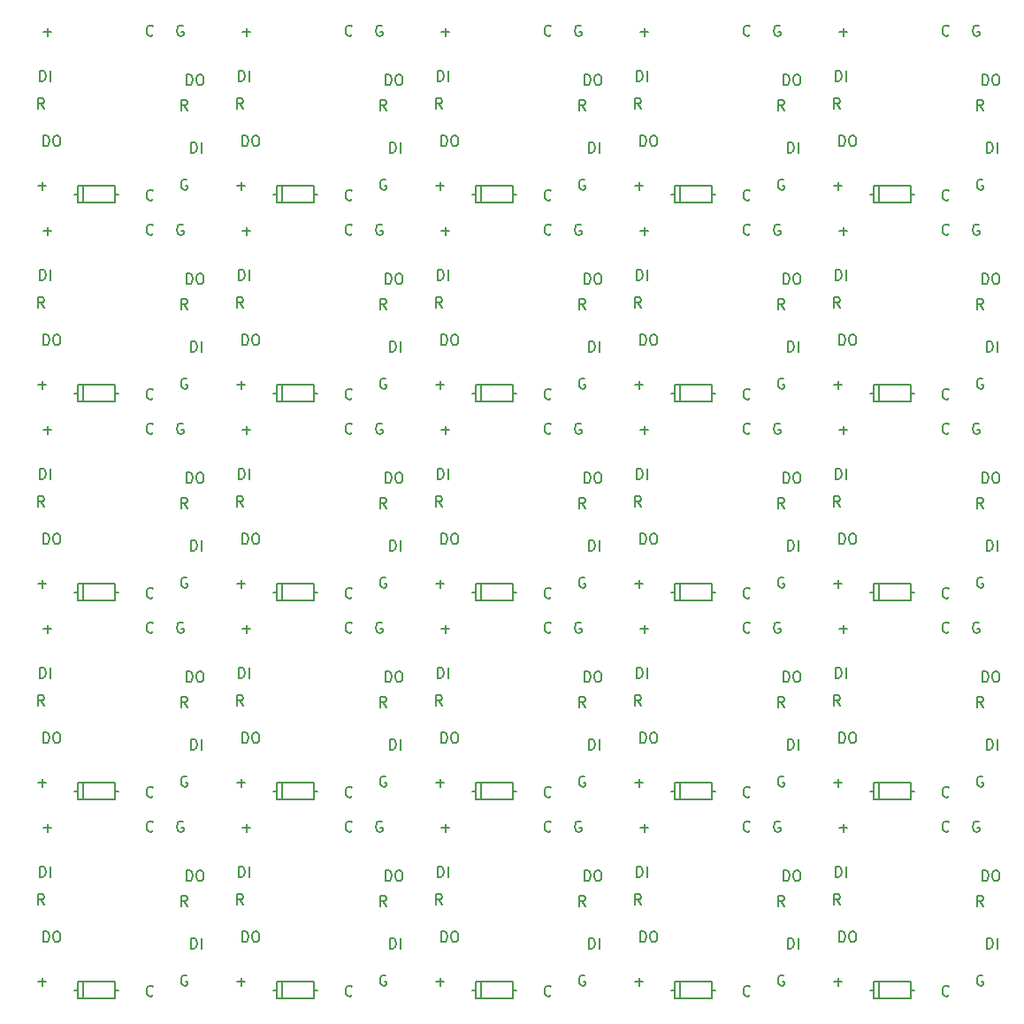
<source format=gto>
%TF.GenerationSoftware,KiCad,Pcbnew,(6.0.0-0)*%
%TF.CreationDate,2022-01-01T10:49:50+00:00*%
%TF.ProjectId,Sarcodina,53617263-6f64-4696-9e61-2e6b69636164,rev?*%
%TF.SameCoordinates,Original*%
%TF.FileFunction,Legend,Top*%
%TF.FilePolarity,Positive*%
%FSLAX46Y46*%
G04 Gerber Fmt 4.6, Leading zero omitted, Abs format (unit mm)*
G04 Created by KiCad (PCBNEW (6.0.0-0)) date 2022-01-01 10:49:50*
%MOMM*%
%LPD*%
G01*
G04 APERTURE LIST*
%ADD10C,0.150000*%
%ADD11C,0.200000*%
%ADD12C,1.397000*%
%ADD13C,1.900000*%
%ADD14C,4.100000*%
%ADD15R,1.400000X1.400000*%
%ADD16C,1.400000*%
%ADD17C,3.000000*%
G04 APERTURE END LIST*
D10*
X143644904Y-60460000D02*
X143549666Y-60412380D01*
X143406809Y-60412380D01*
X143263952Y-60460000D01*
X143168714Y-60555238D01*
X143121095Y-60650476D01*
X143073476Y-60840952D01*
X143073476Y-60983809D01*
X143121095Y-61174285D01*
X143168714Y-61269523D01*
X143263952Y-61364761D01*
X143406809Y-61412380D01*
X143502047Y-61412380D01*
X143644904Y-61364761D01*
X143692523Y-61317142D01*
X143692523Y-60983809D01*
X143502047Y-60983809D01*
X102290523Y-65635142D02*
X102242904Y-65682761D01*
X102100047Y-65730380D01*
X102004809Y-65730380D01*
X101861952Y-65682761D01*
X101766714Y-65587523D01*
X101719095Y-65492285D01*
X101671476Y-65301809D01*
X101671476Y-65158952D01*
X101719095Y-64968476D01*
X101766714Y-64873238D01*
X101861952Y-64778000D01*
X102004809Y-64730380D01*
X102100047Y-64730380D01*
X102242904Y-64778000D01*
X102290523Y-64825619D01*
X129921047Y-46299428D02*
X130682952Y-46299428D01*
X130302000Y-46680380D02*
X130302000Y-45918476D01*
X129976523Y-34615380D02*
X129643190Y-34139190D01*
X129405095Y-34615380D02*
X129405095Y-33615380D01*
X129786047Y-33615380D01*
X129881285Y-33663000D01*
X129928904Y-33710619D01*
X129976523Y-33805857D01*
X129976523Y-33948714D01*
X129928904Y-34043952D01*
X129881285Y-34091571D01*
X129786047Y-34139190D01*
X129405095Y-34139190D01*
X86494904Y-41410000D02*
X86399666Y-41362380D01*
X86256809Y-41362380D01*
X86113952Y-41410000D01*
X86018714Y-41505238D01*
X85971095Y-41600476D01*
X85923476Y-41790952D01*
X85923476Y-41933809D01*
X85971095Y-42124285D01*
X86018714Y-42219523D01*
X86113952Y-42314761D01*
X86256809Y-42362380D01*
X86352047Y-42362380D01*
X86494904Y-42314761D01*
X86542523Y-42267142D01*
X86542523Y-41933809D01*
X86352047Y-41933809D01*
X102290523Y-103735142D02*
X102242904Y-103782761D01*
X102100047Y-103830380D01*
X102004809Y-103830380D01*
X101861952Y-103782761D01*
X101766714Y-103687523D01*
X101719095Y-103592285D01*
X101671476Y-103401809D01*
X101671476Y-103258952D01*
X101719095Y-103068476D01*
X101766714Y-102973238D01*
X101861952Y-102878000D01*
X102004809Y-102830380D01*
X102100047Y-102830380D01*
X102242904Y-102878000D01*
X102290523Y-102925619D01*
X86876000Y-76906380D02*
X86876000Y-75906380D01*
X87114095Y-75906380D01*
X87256952Y-75954000D01*
X87352190Y-76049238D01*
X87399809Y-76144476D01*
X87447428Y-76334952D01*
X87447428Y-76477809D01*
X87399809Y-76668285D01*
X87352190Y-76763523D01*
X87256952Y-76858761D01*
X87114095Y-76906380D01*
X86876000Y-76906380D01*
X87876000Y-76906380D02*
X87876000Y-75906380D01*
X121340523Y-27535142D02*
X121292904Y-27582761D01*
X121150047Y-27630380D01*
X121054809Y-27630380D01*
X120911952Y-27582761D01*
X120816714Y-27487523D01*
X120769095Y-27392285D01*
X120721476Y-27201809D01*
X120721476Y-27058952D01*
X120769095Y-26868476D01*
X120816714Y-26773238D01*
X120911952Y-26678000D01*
X121054809Y-26630380D01*
X121150047Y-26630380D01*
X121292904Y-26678000D01*
X121340523Y-26725619D01*
X140390523Y-119483142D02*
X140342904Y-119530761D01*
X140200047Y-119578380D01*
X140104809Y-119578380D01*
X139961952Y-119530761D01*
X139866714Y-119435523D01*
X139819095Y-119340285D01*
X139771476Y-119149809D01*
X139771476Y-119006952D01*
X139819095Y-118816476D01*
X139866714Y-118721238D01*
X139961952Y-118626000D01*
X140104809Y-118578380D01*
X140200047Y-118578380D01*
X140342904Y-118626000D01*
X140390523Y-118673619D01*
X72826523Y-91765380D02*
X72493190Y-91289190D01*
X72255095Y-91765380D02*
X72255095Y-90765380D01*
X72636047Y-90765380D01*
X72731285Y-90813000D01*
X72778904Y-90860619D01*
X72826523Y-90955857D01*
X72826523Y-91098714D01*
X72778904Y-91193952D01*
X72731285Y-91241571D01*
X72636047Y-91289190D01*
X72255095Y-91289190D01*
X105513285Y-70429380D02*
X105513285Y-69429380D01*
X105751380Y-69429380D01*
X105894238Y-69477000D01*
X105989476Y-69572238D01*
X106037095Y-69667476D01*
X106084714Y-69857952D01*
X106084714Y-70000809D01*
X106037095Y-70191285D01*
X105989476Y-70286523D01*
X105894238Y-70381761D01*
X105751380Y-70429380D01*
X105513285Y-70429380D01*
X106703761Y-69429380D02*
X106894238Y-69429380D01*
X106989476Y-69477000D01*
X107084714Y-69572238D01*
X107132333Y-69762714D01*
X107132333Y-70096047D01*
X107084714Y-70286523D01*
X106989476Y-70381761D01*
X106894238Y-70429380D01*
X106703761Y-70429380D01*
X106608523Y-70381761D01*
X106513285Y-70286523D01*
X106465666Y-70096047D01*
X106465666Y-69762714D01*
X106513285Y-69572238D01*
X106608523Y-69477000D01*
X106703761Y-69429380D01*
X105926000Y-115006380D02*
X105926000Y-114006380D01*
X106164095Y-114006380D01*
X106306952Y-114054000D01*
X106402190Y-114149238D01*
X106449809Y-114244476D01*
X106497428Y-114434952D01*
X106497428Y-114577809D01*
X106449809Y-114768285D01*
X106402190Y-114863523D01*
X106306952Y-114958761D01*
X106164095Y-115006380D01*
X105926000Y-115006380D01*
X106926000Y-115006380D02*
X106926000Y-114006380D01*
X72826523Y-72715380D02*
X72493190Y-72239190D01*
X72255095Y-72715380D02*
X72255095Y-71715380D01*
X72636047Y-71715380D01*
X72731285Y-71763000D01*
X72778904Y-71810619D01*
X72826523Y-71905857D01*
X72826523Y-72048714D01*
X72778904Y-72143952D01*
X72731285Y-72191571D01*
X72636047Y-72239190D01*
X72255095Y-72239190D01*
X124213904Y-45728000D02*
X124118666Y-45680380D01*
X123975809Y-45680380D01*
X123832952Y-45728000D01*
X123737714Y-45823238D01*
X123690095Y-45918476D01*
X123642476Y-46108952D01*
X123642476Y-46251809D01*
X123690095Y-46442285D01*
X123737714Y-46537523D01*
X123832952Y-46632761D01*
X123975809Y-46680380D01*
X124071047Y-46680380D01*
X124213904Y-46632761D01*
X124261523Y-46585142D01*
X124261523Y-46251809D01*
X124071047Y-46251809D01*
X110498000Y-108148380D02*
X110498000Y-107148380D01*
X110736095Y-107148380D01*
X110878952Y-107196000D01*
X110974190Y-107291238D01*
X111021809Y-107386476D01*
X111069428Y-107576952D01*
X111069428Y-107719809D01*
X111021809Y-107910285D01*
X110974190Y-108005523D01*
X110878952Y-108100761D01*
X110736095Y-108148380D01*
X110498000Y-108148380D01*
X111498000Y-108148380D02*
X111498000Y-107148380D01*
X86876000Y-115006380D02*
X86876000Y-114006380D01*
X87114095Y-114006380D01*
X87256952Y-114054000D01*
X87352190Y-114149238D01*
X87399809Y-114244476D01*
X87447428Y-114434952D01*
X87447428Y-114577809D01*
X87399809Y-114768285D01*
X87352190Y-114863523D01*
X87256952Y-114958761D01*
X87114095Y-115006380D01*
X86876000Y-115006380D01*
X87876000Y-115006380D02*
X87876000Y-114006380D01*
X143613285Y-51379380D02*
X143613285Y-50379380D01*
X143851380Y-50379380D01*
X143994238Y-50427000D01*
X144089476Y-50522238D01*
X144137095Y-50617476D01*
X144184714Y-50807952D01*
X144184714Y-50950809D01*
X144137095Y-51141285D01*
X144089476Y-51236523D01*
X143994238Y-51331761D01*
X143851380Y-51379380D01*
X143613285Y-51379380D01*
X144803761Y-50379380D02*
X144994238Y-50379380D01*
X145089476Y-50427000D01*
X145184714Y-50522238D01*
X145232333Y-50712714D01*
X145232333Y-51046047D01*
X145184714Y-51236523D01*
X145089476Y-51331761D01*
X144994238Y-51379380D01*
X144803761Y-51379380D01*
X144708523Y-51331761D01*
X144613285Y-51236523D01*
X144565666Y-51046047D01*
X144565666Y-50712714D01*
X144613285Y-50522238D01*
X144708523Y-50427000D01*
X144803761Y-50379380D01*
X124642523Y-53792380D02*
X124309190Y-53316190D01*
X124071095Y-53792380D02*
X124071095Y-52792380D01*
X124452047Y-52792380D01*
X124547285Y-52840000D01*
X124594904Y-52887619D01*
X124642523Y-52982857D01*
X124642523Y-53125714D01*
X124594904Y-53220952D01*
X124547285Y-53268571D01*
X124452047Y-53316190D01*
X124071095Y-53316190D01*
X67826000Y-76906380D02*
X67826000Y-75906380D01*
X68064095Y-75906380D01*
X68206952Y-75954000D01*
X68302190Y-76049238D01*
X68349809Y-76144476D01*
X68397428Y-76334952D01*
X68397428Y-76477809D01*
X68349809Y-76668285D01*
X68302190Y-76763523D01*
X68206952Y-76858761D01*
X68064095Y-76906380D01*
X67826000Y-76906380D01*
X68826000Y-76906380D02*
X68826000Y-75906380D01*
X86113904Y-26678000D02*
X86018666Y-26630380D01*
X85875809Y-26630380D01*
X85732952Y-26678000D01*
X85637714Y-26773238D01*
X85590095Y-26868476D01*
X85542476Y-27058952D01*
X85542476Y-27201809D01*
X85590095Y-27392285D01*
X85637714Y-27487523D01*
X85732952Y-27582761D01*
X85875809Y-27630380D01*
X85971047Y-27630380D01*
X86113904Y-27582761D01*
X86161523Y-27535142D01*
X86161523Y-27201809D01*
X85971047Y-27201809D01*
X105926000Y-95956380D02*
X105926000Y-94956380D01*
X106164095Y-94956380D01*
X106306952Y-95004000D01*
X106402190Y-95099238D01*
X106449809Y-95194476D01*
X106497428Y-95384952D01*
X106497428Y-95527809D01*
X106449809Y-95718285D01*
X106402190Y-95813523D01*
X106306952Y-95908761D01*
X106164095Y-95956380D01*
X105926000Y-95956380D01*
X106926000Y-95956380D02*
X106926000Y-94956380D01*
X143692523Y-110942380D02*
X143359190Y-110466190D01*
X143121095Y-110942380D02*
X143121095Y-109942380D01*
X143502047Y-109942380D01*
X143597285Y-109990000D01*
X143644904Y-110037619D01*
X143692523Y-110132857D01*
X143692523Y-110275714D01*
X143644904Y-110370952D01*
X143597285Y-110418571D01*
X143502047Y-110466190D01*
X143121095Y-110466190D01*
X91448000Y-70048380D02*
X91448000Y-69048380D01*
X91686095Y-69048380D01*
X91828952Y-69096000D01*
X91924190Y-69191238D01*
X91971809Y-69286476D01*
X92019428Y-69476952D01*
X92019428Y-69619809D01*
X91971809Y-69810285D01*
X91924190Y-69905523D01*
X91828952Y-70000761D01*
X91686095Y-70048380D01*
X91448000Y-70048380D01*
X92448000Y-70048380D02*
X92448000Y-69048380D01*
X53697285Y-76271380D02*
X53697285Y-75271380D01*
X53935380Y-75271380D01*
X54078238Y-75319000D01*
X54173476Y-75414238D01*
X54221095Y-75509476D01*
X54268714Y-75699952D01*
X54268714Y-75842809D01*
X54221095Y-76033285D01*
X54173476Y-76128523D01*
X54078238Y-76223761D01*
X53935380Y-76271380D01*
X53697285Y-76271380D01*
X54887761Y-75271380D02*
X55078238Y-75271380D01*
X55173476Y-75319000D01*
X55268714Y-75414238D01*
X55316333Y-75604714D01*
X55316333Y-75938047D01*
X55268714Y-76128523D01*
X55173476Y-76223761D01*
X55078238Y-76271380D01*
X54887761Y-76271380D01*
X54792523Y-76223761D01*
X54697285Y-76128523D01*
X54649666Y-75938047D01*
X54649666Y-75604714D01*
X54697285Y-75414238D01*
X54792523Y-75319000D01*
X54887761Y-75271380D01*
X72771047Y-46299428D02*
X73532952Y-46299428D01*
X73152000Y-46680380D02*
X73152000Y-45918476D01*
X91876523Y-72715380D02*
X91543190Y-72239190D01*
X91305095Y-72715380D02*
X91305095Y-71715380D01*
X91686047Y-71715380D01*
X91781285Y-71763000D01*
X91828904Y-71810619D01*
X91876523Y-71905857D01*
X91876523Y-72048714D01*
X91828904Y-72143952D01*
X91781285Y-72191571D01*
X91686047Y-72239190D01*
X91305095Y-72239190D01*
X72747285Y-38171380D02*
X72747285Y-37171380D01*
X72985380Y-37171380D01*
X73128238Y-37219000D01*
X73223476Y-37314238D01*
X73271095Y-37409476D01*
X73318714Y-37599952D01*
X73318714Y-37742809D01*
X73271095Y-37933285D01*
X73223476Y-38028523D01*
X73128238Y-38123761D01*
X72985380Y-38171380D01*
X72747285Y-38171380D01*
X73937761Y-37171380D02*
X74128238Y-37171380D01*
X74223476Y-37219000D01*
X74318714Y-37314238D01*
X74366333Y-37504714D01*
X74366333Y-37838047D01*
X74318714Y-38028523D01*
X74223476Y-38123761D01*
X74128238Y-38171380D01*
X73937761Y-38171380D01*
X73842523Y-38123761D01*
X73747285Y-38028523D01*
X73699666Y-37838047D01*
X73699666Y-37504714D01*
X73747285Y-37314238D01*
X73842523Y-37219000D01*
X73937761Y-37171380D01*
X91821047Y-84399428D02*
X92582952Y-84399428D01*
X92202000Y-84780380D02*
X92202000Y-84018476D01*
X67826000Y-95956380D02*
X67826000Y-94956380D01*
X68064095Y-94956380D01*
X68206952Y-95004000D01*
X68302190Y-95099238D01*
X68349809Y-95194476D01*
X68397428Y-95384952D01*
X68397428Y-95527809D01*
X68349809Y-95718285D01*
X68302190Y-95813523D01*
X68206952Y-95908761D01*
X68064095Y-95956380D01*
X67826000Y-95956380D01*
X68826000Y-95956380D02*
X68826000Y-94956380D01*
X72826523Y-34615380D02*
X72493190Y-34139190D01*
X72255095Y-34615380D02*
X72255095Y-33615380D01*
X72636047Y-33615380D01*
X72731285Y-33663000D01*
X72778904Y-33710619D01*
X72826523Y-33805857D01*
X72826523Y-33948714D01*
X72778904Y-34043952D01*
X72731285Y-34091571D01*
X72636047Y-34139190D01*
X72255095Y-34139190D01*
X124642523Y-91892380D02*
X124309190Y-91416190D01*
X124071095Y-91892380D02*
X124071095Y-90892380D01*
X124452047Y-90892380D01*
X124547285Y-90940000D01*
X124594904Y-90987619D01*
X124642523Y-91082857D01*
X124642523Y-91225714D01*
X124594904Y-91320952D01*
X124547285Y-91368571D01*
X124452047Y-91416190D01*
X124071095Y-91416190D01*
X72771047Y-103449428D02*
X73532952Y-103449428D01*
X73152000Y-103830380D02*
X73152000Y-103068476D01*
X102290523Y-84685142D02*
X102242904Y-84732761D01*
X102100047Y-84780380D01*
X102004809Y-84780380D01*
X101861952Y-84732761D01*
X101766714Y-84637523D01*
X101719095Y-84542285D01*
X101671476Y-84351809D01*
X101671476Y-84208952D01*
X101719095Y-84018476D01*
X101766714Y-83923238D01*
X101861952Y-83828000D01*
X102004809Y-83780380D01*
X102100047Y-83780380D01*
X102242904Y-83828000D01*
X102290523Y-83875619D01*
X53776523Y-34615380D02*
X53443190Y-34139190D01*
X53205095Y-34615380D02*
X53205095Y-33615380D01*
X53586047Y-33615380D01*
X53681285Y-33663000D01*
X53728904Y-33710619D01*
X53776523Y-33805857D01*
X53776523Y-33948714D01*
X53728904Y-34043952D01*
X53681285Y-34091571D01*
X53586047Y-34139190D01*
X53205095Y-34139190D01*
X129548000Y-50998380D02*
X129548000Y-49998380D01*
X129786095Y-49998380D01*
X129928952Y-50046000D01*
X130024190Y-50141238D01*
X130071809Y-50236476D01*
X130119428Y-50426952D01*
X130119428Y-50569809D01*
X130071809Y-50760285D01*
X130024190Y-50855523D01*
X129928952Y-50950761D01*
X129786095Y-50998380D01*
X129548000Y-50998380D01*
X130548000Y-50998380D02*
X130548000Y-49998380D01*
X129548000Y-89098380D02*
X129548000Y-88098380D01*
X129786095Y-88098380D01*
X129928952Y-88146000D01*
X130024190Y-88241238D01*
X130071809Y-88336476D01*
X130119428Y-88526952D01*
X130119428Y-88669809D01*
X130071809Y-88860285D01*
X130024190Y-88955523D01*
X129928952Y-89050761D01*
X129786095Y-89098380D01*
X129548000Y-89098380D01*
X130548000Y-89098380D02*
X130548000Y-88098380D01*
X67826000Y-38806380D02*
X67826000Y-37806380D01*
X68064095Y-37806380D01*
X68206952Y-37854000D01*
X68302190Y-37949238D01*
X68349809Y-38044476D01*
X68397428Y-38234952D01*
X68397428Y-38377809D01*
X68349809Y-38568285D01*
X68302190Y-38663523D01*
X68206952Y-38758761D01*
X68064095Y-38806380D01*
X67826000Y-38806380D01*
X68826000Y-38806380D02*
X68826000Y-37806380D01*
X67444904Y-41410000D02*
X67349666Y-41362380D01*
X67206809Y-41362380D01*
X67063952Y-41410000D01*
X66968714Y-41505238D01*
X66921095Y-41600476D01*
X66873476Y-41790952D01*
X66873476Y-41933809D01*
X66921095Y-42124285D01*
X66968714Y-42219523D01*
X67063952Y-42314761D01*
X67206809Y-42362380D01*
X67302047Y-42362380D01*
X67444904Y-42314761D01*
X67492523Y-42267142D01*
X67492523Y-41933809D01*
X67302047Y-41933809D01*
X110847285Y-38171380D02*
X110847285Y-37171380D01*
X111085380Y-37171380D01*
X111228238Y-37219000D01*
X111323476Y-37314238D01*
X111371095Y-37409476D01*
X111418714Y-37599952D01*
X111418714Y-37742809D01*
X111371095Y-37933285D01*
X111323476Y-38028523D01*
X111228238Y-38123761D01*
X111085380Y-38171380D01*
X110847285Y-38171380D01*
X112037761Y-37171380D02*
X112228238Y-37171380D01*
X112323476Y-37219000D01*
X112418714Y-37314238D01*
X112466333Y-37504714D01*
X112466333Y-37838047D01*
X112418714Y-38028523D01*
X112323476Y-38123761D01*
X112228238Y-38171380D01*
X112037761Y-38171380D01*
X111942523Y-38123761D01*
X111847285Y-38028523D01*
X111799666Y-37838047D01*
X111799666Y-37504714D01*
X111847285Y-37314238D01*
X111942523Y-37219000D01*
X112037761Y-37171380D01*
X53348000Y-50998380D02*
X53348000Y-49998380D01*
X53586095Y-49998380D01*
X53728952Y-50046000D01*
X53824190Y-50141238D01*
X53871809Y-50236476D01*
X53919428Y-50426952D01*
X53919428Y-50569809D01*
X53871809Y-50760285D01*
X53824190Y-50855523D01*
X53728952Y-50950761D01*
X53586095Y-50998380D01*
X53348000Y-50998380D01*
X54348000Y-50998380D02*
X54348000Y-49998380D01*
X91313047Y-61031428D02*
X92074952Y-61031428D01*
X91694000Y-61412380D02*
X91694000Y-60650476D01*
X67413285Y-70429380D02*
X67413285Y-69429380D01*
X67651380Y-69429380D01*
X67794238Y-69477000D01*
X67889476Y-69572238D01*
X67937095Y-69667476D01*
X67984714Y-69857952D01*
X67984714Y-70000809D01*
X67937095Y-70191285D01*
X67889476Y-70286523D01*
X67794238Y-70381761D01*
X67651380Y-70429380D01*
X67413285Y-70429380D01*
X68603761Y-69429380D02*
X68794238Y-69429380D01*
X68889476Y-69477000D01*
X68984714Y-69572238D01*
X69032333Y-69762714D01*
X69032333Y-70096047D01*
X68984714Y-70286523D01*
X68889476Y-70381761D01*
X68794238Y-70429380D01*
X68603761Y-70429380D01*
X68508523Y-70381761D01*
X68413285Y-70286523D01*
X68365666Y-70096047D01*
X68365666Y-69762714D01*
X68413285Y-69572238D01*
X68508523Y-69477000D01*
X68603761Y-69429380D01*
X86876000Y-57856380D02*
X86876000Y-56856380D01*
X87114095Y-56856380D01*
X87256952Y-56904000D01*
X87352190Y-56999238D01*
X87399809Y-57094476D01*
X87447428Y-57284952D01*
X87447428Y-57427809D01*
X87399809Y-57618285D01*
X87352190Y-57713523D01*
X87256952Y-57808761D01*
X87114095Y-57856380D01*
X86876000Y-57856380D01*
X87876000Y-57856380D02*
X87876000Y-56856380D01*
X124213904Y-102878000D02*
X124118666Y-102830380D01*
X123975809Y-102830380D01*
X123832952Y-102878000D01*
X123737714Y-102973238D01*
X123690095Y-103068476D01*
X123642476Y-103258952D01*
X123642476Y-103401809D01*
X123690095Y-103592285D01*
X123737714Y-103687523D01*
X123832952Y-103782761D01*
X123975809Y-103830380D01*
X124071047Y-103830380D01*
X124213904Y-103782761D01*
X124261523Y-103735142D01*
X124261523Y-103401809D01*
X124071047Y-103401809D01*
X124213904Y-83828000D02*
X124118666Y-83780380D01*
X123975809Y-83780380D01*
X123832952Y-83828000D01*
X123737714Y-83923238D01*
X123690095Y-84018476D01*
X123642476Y-84208952D01*
X123642476Y-84351809D01*
X123690095Y-84542285D01*
X123737714Y-84637523D01*
X123832952Y-84732761D01*
X123975809Y-84780380D01*
X124071047Y-84780380D01*
X124213904Y-84732761D01*
X124261523Y-84685142D01*
X124261523Y-84351809D01*
X124071047Y-84351809D01*
X67063904Y-64778000D02*
X66968666Y-64730380D01*
X66825809Y-64730380D01*
X66682952Y-64778000D01*
X66587714Y-64873238D01*
X66540095Y-64968476D01*
X66492476Y-65158952D01*
X66492476Y-65301809D01*
X66540095Y-65492285D01*
X66587714Y-65587523D01*
X66682952Y-65682761D01*
X66825809Y-65730380D01*
X66921047Y-65730380D01*
X67063904Y-65682761D01*
X67111523Y-65635142D01*
X67111523Y-65301809D01*
X66921047Y-65301809D01*
X53348000Y-89098380D02*
X53348000Y-88098380D01*
X53586095Y-88098380D01*
X53728952Y-88146000D01*
X53824190Y-88241238D01*
X53871809Y-88336476D01*
X53919428Y-88526952D01*
X53919428Y-88669809D01*
X53871809Y-88860285D01*
X53824190Y-88955523D01*
X53728952Y-89050761D01*
X53586095Y-89098380D01*
X53348000Y-89098380D01*
X54348000Y-89098380D02*
X54348000Y-88098380D01*
X72771047Y-65349428D02*
X73532952Y-65349428D01*
X73152000Y-65730380D02*
X73152000Y-64968476D01*
X64190523Y-103735142D02*
X64142904Y-103782761D01*
X64000047Y-103830380D01*
X63904809Y-103830380D01*
X63761952Y-103782761D01*
X63666714Y-103687523D01*
X63619095Y-103592285D01*
X63571476Y-103401809D01*
X63571476Y-103258952D01*
X63619095Y-103068476D01*
X63666714Y-102973238D01*
X63761952Y-102878000D01*
X63904809Y-102830380D01*
X64000047Y-102830380D01*
X64142904Y-102878000D01*
X64190523Y-102925619D01*
X105513285Y-108529380D02*
X105513285Y-107529380D01*
X105751380Y-107529380D01*
X105894238Y-107577000D01*
X105989476Y-107672238D01*
X106037095Y-107767476D01*
X106084714Y-107957952D01*
X106084714Y-108100809D01*
X106037095Y-108291285D01*
X105989476Y-108386523D01*
X105894238Y-108481761D01*
X105751380Y-108529380D01*
X105513285Y-108529380D01*
X106703761Y-107529380D02*
X106894238Y-107529380D01*
X106989476Y-107577000D01*
X107084714Y-107672238D01*
X107132333Y-107862714D01*
X107132333Y-108196047D01*
X107084714Y-108386523D01*
X106989476Y-108481761D01*
X106894238Y-108529380D01*
X106703761Y-108529380D01*
X106608523Y-108481761D01*
X106513285Y-108386523D01*
X106465666Y-108196047D01*
X106465666Y-107862714D01*
X106513285Y-107672238D01*
X106608523Y-107577000D01*
X106703761Y-107529380D01*
X129921047Y-84399428D02*
X130682952Y-84399428D01*
X130302000Y-84780380D02*
X130302000Y-84018476D01*
X86542523Y-53792380D02*
X86209190Y-53316190D01*
X85971095Y-53792380D02*
X85971095Y-52792380D01*
X86352047Y-52792380D01*
X86447285Y-52840000D01*
X86494904Y-52887619D01*
X86542523Y-52982857D01*
X86542523Y-53125714D01*
X86494904Y-53220952D01*
X86447285Y-53268571D01*
X86352047Y-53316190D01*
X85971095Y-53316190D01*
X67492523Y-53792380D02*
X67159190Y-53316190D01*
X66921095Y-53792380D02*
X66921095Y-52792380D01*
X67302047Y-52792380D01*
X67397285Y-52840000D01*
X67444904Y-52887619D01*
X67492523Y-52982857D01*
X67492523Y-53125714D01*
X67444904Y-53220952D01*
X67397285Y-53268571D01*
X67302047Y-53316190D01*
X66921095Y-53316190D01*
X86494904Y-98560000D02*
X86399666Y-98512380D01*
X86256809Y-98512380D01*
X86113952Y-98560000D01*
X86018714Y-98655238D01*
X85971095Y-98750476D01*
X85923476Y-98940952D01*
X85923476Y-99083809D01*
X85971095Y-99274285D01*
X86018714Y-99369523D01*
X86113952Y-99464761D01*
X86256809Y-99512380D01*
X86352047Y-99512380D01*
X86494904Y-99464761D01*
X86542523Y-99417142D01*
X86542523Y-99083809D01*
X86352047Y-99083809D01*
X83240523Y-46585142D02*
X83192904Y-46632761D01*
X83050047Y-46680380D01*
X82954809Y-46680380D01*
X82811952Y-46632761D01*
X82716714Y-46537523D01*
X82669095Y-46442285D01*
X82621476Y-46251809D01*
X82621476Y-46108952D01*
X82669095Y-45918476D01*
X82716714Y-45823238D01*
X82811952Y-45728000D01*
X82954809Y-45680380D01*
X83050047Y-45680380D01*
X83192904Y-45728000D01*
X83240523Y-45775619D01*
X72263047Y-99131428D02*
X73024952Y-99131428D01*
X72644000Y-99512380D02*
X72644000Y-98750476D01*
X64190523Y-119483142D02*
X64142904Y-119530761D01*
X64000047Y-119578380D01*
X63904809Y-119578380D01*
X63761952Y-119530761D01*
X63666714Y-119435523D01*
X63619095Y-119340285D01*
X63571476Y-119149809D01*
X63571476Y-119006952D01*
X63619095Y-118816476D01*
X63666714Y-118721238D01*
X63761952Y-118626000D01*
X63904809Y-118578380D01*
X64000047Y-118578380D01*
X64142904Y-118626000D01*
X64190523Y-118673619D01*
X91876523Y-34615380D02*
X91543190Y-34139190D01*
X91305095Y-34615380D02*
X91305095Y-33615380D01*
X91686047Y-33615380D01*
X91781285Y-33663000D01*
X91828904Y-33710619D01*
X91876523Y-33805857D01*
X91876523Y-33948714D01*
X91828904Y-34043952D01*
X91781285Y-34091571D01*
X91686047Y-34139190D01*
X91305095Y-34139190D01*
X86494904Y-79510000D02*
X86399666Y-79462380D01*
X86256809Y-79462380D01*
X86113952Y-79510000D01*
X86018714Y-79605238D01*
X85971095Y-79700476D01*
X85923476Y-79890952D01*
X85923476Y-80033809D01*
X85971095Y-80224285D01*
X86018714Y-80319523D01*
X86113952Y-80414761D01*
X86256809Y-80462380D01*
X86352047Y-80462380D01*
X86494904Y-80414761D01*
X86542523Y-80367142D01*
X86542523Y-80033809D01*
X86352047Y-80033809D01*
X53776523Y-110815380D02*
X53443190Y-110339190D01*
X53205095Y-110815380D02*
X53205095Y-109815380D01*
X53586047Y-109815380D01*
X53681285Y-109863000D01*
X53728904Y-109910619D01*
X53776523Y-110005857D01*
X53776523Y-110148714D01*
X53728904Y-110243952D01*
X53681285Y-110291571D01*
X53586047Y-110339190D01*
X53205095Y-110339190D01*
X91821047Y-103449428D02*
X92582952Y-103449428D01*
X92202000Y-103830380D02*
X92202000Y-103068476D01*
X105544904Y-117610000D02*
X105449666Y-117562380D01*
X105306809Y-117562380D01*
X105163952Y-117610000D01*
X105068714Y-117705238D01*
X105021095Y-117800476D01*
X104973476Y-117990952D01*
X104973476Y-118133809D01*
X105021095Y-118324285D01*
X105068714Y-118419523D01*
X105163952Y-118514761D01*
X105306809Y-118562380D01*
X105402047Y-118562380D01*
X105544904Y-118514761D01*
X105592523Y-118467142D01*
X105592523Y-118133809D01*
X105402047Y-118133809D01*
X86113904Y-64778000D02*
X86018666Y-64730380D01*
X85875809Y-64730380D01*
X85732952Y-64778000D01*
X85637714Y-64873238D01*
X85590095Y-64968476D01*
X85542476Y-65158952D01*
X85542476Y-65301809D01*
X85590095Y-65492285D01*
X85637714Y-65587523D01*
X85732952Y-65682761D01*
X85875809Y-65730380D01*
X85971047Y-65730380D01*
X86113904Y-65682761D01*
X86161523Y-65635142D01*
X86161523Y-65301809D01*
X85971047Y-65301809D01*
X143613285Y-32329380D02*
X143613285Y-31329380D01*
X143851380Y-31329380D01*
X143994238Y-31377000D01*
X144089476Y-31472238D01*
X144137095Y-31567476D01*
X144184714Y-31757952D01*
X144184714Y-31900809D01*
X144137095Y-32091285D01*
X144089476Y-32186523D01*
X143994238Y-32281761D01*
X143851380Y-32329380D01*
X143613285Y-32329380D01*
X144803761Y-31329380D02*
X144994238Y-31329380D01*
X145089476Y-31377000D01*
X145184714Y-31472238D01*
X145232333Y-31662714D01*
X145232333Y-31996047D01*
X145184714Y-32186523D01*
X145089476Y-32281761D01*
X144994238Y-32329380D01*
X144803761Y-32329380D01*
X144708523Y-32281761D01*
X144613285Y-32186523D01*
X144565666Y-31996047D01*
X144565666Y-31662714D01*
X144613285Y-31472238D01*
X144708523Y-31377000D01*
X144803761Y-31329380D01*
X110498000Y-89098380D02*
X110498000Y-88098380D01*
X110736095Y-88098380D01*
X110878952Y-88146000D01*
X110974190Y-88241238D01*
X111021809Y-88336476D01*
X111069428Y-88526952D01*
X111069428Y-88669809D01*
X111021809Y-88860285D01*
X110974190Y-88955523D01*
X110878952Y-89050761D01*
X110736095Y-89098380D01*
X110498000Y-89098380D01*
X111498000Y-89098380D02*
X111498000Y-88098380D01*
X124976000Y-95956380D02*
X124976000Y-94956380D01*
X125214095Y-94956380D01*
X125356952Y-95004000D01*
X125452190Y-95099238D01*
X125499809Y-95194476D01*
X125547428Y-95384952D01*
X125547428Y-95527809D01*
X125499809Y-95718285D01*
X125452190Y-95813523D01*
X125356952Y-95908761D01*
X125214095Y-95956380D01*
X124976000Y-95956380D01*
X125976000Y-95956380D02*
X125976000Y-94956380D01*
X91876523Y-110815380D02*
X91543190Y-110339190D01*
X91305095Y-110815380D02*
X91305095Y-109815380D01*
X91686047Y-109815380D01*
X91781285Y-109863000D01*
X91828904Y-109910619D01*
X91876523Y-110005857D01*
X91876523Y-110148714D01*
X91828904Y-110243952D01*
X91781285Y-110291571D01*
X91686047Y-110339190D01*
X91305095Y-110339190D01*
X129548000Y-70048380D02*
X129548000Y-69048380D01*
X129786095Y-69048380D01*
X129928952Y-69096000D01*
X130024190Y-69191238D01*
X130071809Y-69286476D01*
X130119428Y-69476952D01*
X130119428Y-69619809D01*
X130071809Y-69810285D01*
X130024190Y-69905523D01*
X129928952Y-70000761D01*
X129786095Y-70048380D01*
X129548000Y-70048380D01*
X130548000Y-70048380D02*
X130548000Y-69048380D01*
X121340523Y-65635142D02*
X121292904Y-65682761D01*
X121150047Y-65730380D01*
X121054809Y-65730380D01*
X120911952Y-65682761D01*
X120816714Y-65587523D01*
X120769095Y-65492285D01*
X120721476Y-65301809D01*
X120721476Y-65158952D01*
X120769095Y-64968476D01*
X120816714Y-64873238D01*
X120911952Y-64778000D01*
X121054809Y-64730380D01*
X121150047Y-64730380D01*
X121292904Y-64778000D01*
X121340523Y-64825619D01*
X83240523Y-103735142D02*
X83192904Y-103782761D01*
X83050047Y-103830380D01*
X82954809Y-103830380D01*
X82811952Y-103782761D01*
X82716714Y-103687523D01*
X82669095Y-103592285D01*
X82621476Y-103401809D01*
X82621476Y-103258952D01*
X82669095Y-103068476D01*
X82716714Y-102973238D01*
X82811952Y-102878000D01*
X82954809Y-102830380D01*
X83050047Y-102830380D01*
X83192904Y-102878000D01*
X83240523Y-102925619D01*
X110498000Y-50998380D02*
X110498000Y-49998380D01*
X110736095Y-49998380D01*
X110878952Y-50046000D01*
X110974190Y-50141238D01*
X111021809Y-50236476D01*
X111069428Y-50426952D01*
X111069428Y-50569809D01*
X111021809Y-50760285D01*
X110974190Y-50855523D01*
X110878952Y-50950761D01*
X110736095Y-50998380D01*
X110498000Y-50998380D01*
X111498000Y-50998380D02*
X111498000Y-49998380D01*
X124642523Y-34742380D02*
X124309190Y-34266190D01*
X124071095Y-34742380D02*
X124071095Y-33742380D01*
X124452047Y-33742380D01*
X124547285Y-33790000D01*
X124594904Y-33837619D01*
X124642523Y-33932857D01*
X124642523Y-34075714D01*
X124594904Y-34170952D01*
X124547285Y-34218571D01*
X124452047Y-34266190D01*
X124071095Y-34266190D01*
X129897285Y-57221380D02*
X129897285Y-56221380D01*
X130135380Y-56221380D01*
X130278238Y-56269000D01*
X130373476Y-56364238D01*
X130421095Y-56459476D01*
X130468714Y-56649952D01*
X130468714Y-56792809D01*
X130421095Y-56983285D01*
X130373476Y-57078523D01*
X130278238Y-57173761D01*
X130135380Y-57221380D01*
X129897285Y-57221380D01*
X131087761Y-56221380D02*
X131278238Y-56221380D01*
X131373476Y-56269000D01*
X131468714Y-56364238D01*
X131516333Y-56554714D01*
X131516333Y-56888047D01*
X131468714Y-57078523D01*
X131373476Y-57173761D01*
X131278238Y-57221380D01*
X131087761Y-57221380D01*
X130992523Y-57173761D01*
X130897285Y-57078523D01*
X130849666Y-56888047D01*
X130849666Y-56554714D01*
X130897285Y-56364238D01*
X130992523Y-56269000D01*
X131087761Y-56221380D01*
X105163904Y-64778000D02*
X105068666Y-64730380D01*
X104925809Y-64730380D01*
X104782952Y-64778000D01*
X104687714Y-64873238D01*
X104640095Y-64968476D01*
X104592476Y-65158952D01*
X104592476Y-65301809D01*
X104640095Y-65492285D01*
X104687714Y-65587523D01*
X104782952Y-65682761D01*
X104925809Y-65730380D01*
X105021047Y-65730380D01*
X105163904Y-65682761D01*
X105211523Y-65635142D01*
X105211523Y-65301809D01*
X105021047Y-65301809D01*
X110498000Y-31948380D02*
X110498000Y-30948380D01*
X110736095Y-30948380D01*
X110878952Y-30996000D01*
X110974190Y-31091238D01*
X111021809Y-31186476D01*
X111069428Y-31376952D01*
X111069428Y-31519809D01*
X111021809Y-31710285D01*
X110974190Y-31805523D01*
X110878952Y-31900761D01*
X110736095Y-31948380D01*
X110498000Y-31948380D01*
X111498000Y-31948380D02*
X111498000Y-30948380D01*
X72826523Y-110815380D02*
X72493190Y-110339190D01*
X72255095Y-110815380D02*
X72255095Y-109815380D01*
X72636047Y-109815380D01*
X72731285Y-109863000D01*
X72778904Y-109910619D01*
X72826523Y-110005857D01*
X72826523Y-110148714D01*
X72778904Y-110243952D01*
X72731285Y-110291571D01*
X72636047Y-110339190D01*
X72255095Y-110339190D01*
X64190523Y-84685142D02*
X64142904Y-84732761D01*
X64000047Y-84780380D01*
X63904809Y-84780380D01*
X63761952Y-84732761D01*
X63666714Y-84637523D01*
X63619095Y-84542285D01*
X63571476Y-84351809D01*
X63571476Y-84208952D01*
X63619095Y-84018476D01*
X63666714Y-83923238D01*
X63761952Y-83828000D01*
X63904809Y-83780380D01*
X64000047Y-83780380D01*
X64142904Y-83828000D01*
X64190523Y-83875619D01*
X72263047Y-80081428D02*
X73024952Y-80081428D01*
X72644000Y-80462380D02*
X72644000Y-79700476D01*
X53213047Y-118181428D02*
X53974952Y-118181428D01*
X53594000Y-118562380D02*
X53594000Y-117800476D01*
X110871047Y-84399428D02*
X111632952Y-84399428D01*
X111252000Y-84780380D02*
X111252000Y-84018476D01*
X129548000Y-108148380D02*
X129548000Y-107148380D01*
X129786095Y-107148380D01*
X129928952Y-107196000D01*
X130024190Y-107291238D01*
X130071809Y-107386476D01*
X130119428Y-107576952D01*
X130119428Y-107719809D01*
X130071809Y-107910285D01*
X130024190Y-108005523D01*
X129928952Y-108100761D01*
X129786095Y-108148380D01*
X129548000Y-108148380D01*
X130548000Y-108148380D02*
X130548000Y-107148380D01*
X86494904Y-60460000D02*
X86399666Y-60412380D01*
X86256809Y-60412380D01*
X86113952Y-60460000D01*
X86018714Y-60555238D01*
X85971095Y-60650476D01*
X85923476Y-60840952D01*
X85923476Y-60983809D01*
X85971095Y-61174285D01*
X86018714Y-61269523D01*
X86113952Y-61364761D01*
X86256809Y-61412380D01*
X86352047Y-61412380D01*
X86494904Y-61364761D01*
X86542523Y-61317142D01*
X86542523Y-60983809D01*
X86352047Y-60983809D01*
X102290523Y-100433142D02*
X102242904Y-100480761D01*
X102100047Y-100528380D01*
X102004809Y-100528380D01*
X101861952Y-100480761D01*
X101766714Y-100385523D01*
X101719095Y-100290285D01*
X101671476Y-100099809D01*
X101671476Y-99956952D01*
X101719095Y-99766476D01*
X101766714Y-99671238D01*
X101861952Y-99576000D01*
X102004809Y-99528380D01*
X102100047Y-99528380D01*
X102242904Y-99576000D01*
X102290523Y-99623619D01*
X53721047Y-46299428D02*
X54482952Y-46299428D01*
X54102000Y-46680380D02*
X54102000Y-45918476D01*
X105544904Y-41410000D02*
X105449666Y-41362380D01*
X105306809Y-41362380D01*
X105163952Y-41410000D01*
X105068714Y-41505238D01*
X105021095Y-41600476D01*
X104973476Y-41790952D01*
X104973476Y-41933809D01*
X105021095Y-42124285D01*
X105068714Y-42219523D01*
X105163952Y-42314761D01*
X105306809Y-42362380D01*
X105402047Y-42362380D01*
X105544904Y-42314761D01*
X105592523Y-42267142D01*
X105592523Y-41933809D01*
X105402047Y-41933809D01*
X102290523Y-81383142D02*
X102242904Y-81430761D01*
X102100047Y-81478380D01*
X102004809Y-81478380D01*
X101861952Y-81430761D01*
X101766714Y-81335523D01*
X101719095Y-81240285D01*
X101671476Y-81049809D01*
X101671476Y-80906952D01*
X101719095Y-80716476D01*
X101766714Y-80621238D01*
X101861952Y-80526000D01*
X102004809Y-80478380D01*
X102100047Y-80478380D01*
X102242904Y-80526000D01*
X102290523Y-80573619D01*
X86113904Y-102878000D02*
X86018666Y-102830380D01*
X85875809Y-102830380D01*
X85732952Y-102878000D01*
X85637714Y-102973238D01*
X85590095Y-103068476D01*
X85542476Y-103258952D01*
X85542476Y-103401809D01*
X85590095Y-103592285D01*
X85637714Y-103687523D01*
X85732952Y-103782761D01*
X85875809Y-103830380D01*
X85971047Y-103830380D01*
X86113904Y-103782761D01*
X86161523Y-103735142D01*
X86161523Y-103401809D01*
X85971047Y-103401809D01*
X67063904Y-26678000D02*
X66968666Y-26630380D01*
X66825809Y-26630380D01*
X66682952Y-26678000D01*
X66587714Y-26773238D01*
X66540095Y-26868476D01*
X66492476Y-27058952D01*
X66492476Y-27201809D01*
X66540095Y-27392285D01*
X66587714Y-27487523D01*
X66682952Y-27582761D01*
X66825809Y-27630380D01*
X66921047Y-27630380D01*
X67063904Y-27582761D01*
X67111523Y-27535142D01*
X67111523Y-27201809D01*
X66921047Y-27201809D01*
X105592523Y-91892380D02*
X105259190Y-91416190D01*
X105021095Y-91892380D02*
X105021095Y-90892380D01*
X105402047Y-90892380D01*
X105497285Y-90940000D01*
X105544904Y-90987619D01*
X105592523Y-91082857D01*
X105592523Y-91225714D01*
X105544904Y-91320952D01*
X105497285Y-91368571D01*
X105402047Y-91416190D01*
X105021095Y-91416190D01*
X129413047Y-80081428D02*
X130174952Y-80081428D01*
X129794000Y-80462380D02*
X129794000Y-79700476D01*
X110363047Y-99131428D02*
X111124952Y-99131428D01*
X110744000Y-99512380D02*
X110744000Y-98750476D01*
X124594904Y-117610000D02*
X124499666Y-117562380D01*
X124356809Y-117562380D01*
X124213952Y-117610000D01*
X124118714Y-117705238D01*
X124071095Y-117800476D01*
X124023476Y-117990952D01*
X124023476Y-118133809D01*
X124071095Y-118324285D01*
X124118714Y-118419523D01*
X124213952Y-118514761D01*
X124356809Y-118562380D01*
X124452047Y-118562380D01*
X124594904Y-118514761D01*
X124642523Y-118467142D01*
X124642523Y-118133809D01*
X124452047Y-118133809D01*
X144026000Y-115006380D02*
X144026000Y-114006380D01*
X144264095Y-114006380D01*
X144406952Y-114054000D01*
X144502190Y-114149238D01*
X144549809Y-114244476D01*
X144597428Y-114434952D01*
X144597428Y-114577809D01*
X144549809Y-114768285D01*
X144502190Y-114863523D01*
X144406952Y-114958761D01*
X144264095Y-115006380D01*
X144026000Y-115006380D01*
X145026000Y-115006380D02*
X145026000Y-114006380D01*
X72263047Y-118181428D02*
X73024952Y-118181428D01*
X72644000Y-118562380D02*
X72644000Y-117800476D01*
X124976000Y-76906380D02*
X124976000Y-75906380D01*
X125214095Y-75906380D01*
X125356952Y-75954000D01*
X125452190Y-76049238D01*
X125499809Y-76144476D01*
X125547428Y-76334952D01*
X125547428Y-76477809D01*
X125499809Y-76668285D01*
X125452190Y-76763523D01*
X125356952Y-76858761D01*
X125214095Y-76906380D01*
X124976000Y-76906380D01*
X125976000Y-76906380D02*
X125976000Y-75906380D01*
X53721047Y-84399428D02*
X54482952Y-84399428D01*
X54102000Y-84780380D02*
X54102000Y-84018476D01*
X91313047Y-80081428D02*
X92074952Y-80081428D01*
X91694000Y-80462380D02*
X91694000Y-79700476D01*
X91797285Y-114371380D02*
X91797285Y-113371380D01*
X92035380Y-113371380D01*
X92178238Y-113419000D01*
X92273476Y-113514238D01*
X92321095Y-113609476D01*
X92368714Y-113799952D01*
X92368714Y-113942809D01*
X92321095Y-114133285D01*
X92273476Y-114228523D01*
X92178238Y-114323761D01*
X92035380Y-114371380D01*
X91797285Y-114371380D01*
X92987761Y-113371380D02*
X93178238Y-113371380D01*
X93273476Y-113419000D01*
X93368714Y-113514238D01*
X93416333Y-113704714D01*
X93416333Y-114038047D01*
X93368714Y-114228523D01*
X93273476Y-114323761D01*
X93178238Y-114371380D01*
X92987761Y-114371380D01*
X92892523Y-114323761D01*
X92797285Y-114228523D01*
X92749666Y-114038047D01*
X92749666Y-113704714D01*
X92797285Y-113514238D01*
X92892523Y-113419000D01*
X92987761Y-113371380D01*
X86542523Y-91892380D02*
X86209190Y-91416190D01*
X85971095Y-91892380D02*
X85971095Y-90892380D01*
X86352047Y-90892380D01*
X86447285Y-90940000D01*
X86494904Y-90987619D01*
X86542523Y-91082857D01*
X86542523Y-91225714D01*
X86494904Y-91320952D01*
X86447285Y-91368571D01*
X86352047Y-91416190D01*
X85971095Y-91416190D01*
X110871047Y-103449428D02*
X111632952Y-103449428D01*
X111252000Y-103830380D02*
X111252000Y-103068476D01*
X144026000Y-57856380D02*
X144026000Y-56856380D01*
X144264095Y-56856380D01*
X144406952Y-56904000D01*
X144502190Y-56999238D01*
X144549809Y-57094476D01*
X144597428Y-57284952D01*
X144597428Y-57427809D01*
X144549809Y-57618285D01*
X144502190Y-57713523D01*
X144406952Y-57808761D01*
X144264095Y-57856380D01*
X144026000Y-57856380D01*
X145026000Y-57856380D02*
X145026000Y-56856380D01*
X67063904Y-83828000D02*
X66968666Y-83780380D01*
X66825809Y-83780380D01*
X66682952Y-83828000D01*
X66587714Y-83923238D01*
X66540095Y-84018476D01*
X66492476Y-84208952D01*
X66492476Y-84351809D01*
X66540095Y-84542285D01*
X66587714Y-84637523D01*
X66682952Y-84732761D01*
X66825809Y-84780380D01*
X66921047Y-84780380D01*
X67063904Y-84732761D01*
X67111523Y-84685142D01*
X67111523Y-84351809D01*
X66921047Y-84351809D01*
X124642523Y-110942380D02*
X124309190Y-110466190D01*
X124071095Y-110942380D02*
X124071095Y-109942380D01*
X124452047Y-109942380D01*
X124547285Y-109990000D01*
X124594904Y-110037619D01*
X124642523Y-110132857D01*
X124642523Y-110275714D01*
X124594904Y-110370952D01*
X124547285Y-110418571D01*
X124452047Y-110466190D01*
X124071095Y-110466190D01*
X121340523Y-103735142D02*
X121292904Y-103782761D01*
X121150047Y-103830380D01*
X121054809Y-103830380D01*
X120911952Y-103782761D01*
X120816714Y-103687523D01*
X120769095Y-103592285D01*
X120721476Y-103401809D01*
X120721476Y-103258952D01*
X120769095Y-103068476D01*
X120816714Y-102973238D01*
X120911952Y-102878000D01*
X121054809Y-102830380D01*
X121150047Y-102830380D01*
X121292904Y-102878000D01*
X121340523Y-102925619D01*
X72747285Y-95321380D02*
X72747285Y-94321380D01*
X72985380Y-94321380D01*
X73128238Y-94369000D01*
X73223476Y-94464238D01*
X73271095Y-94559476D01*
X73318714Y-94749952D01*
X73318714Y-94892809D01*
X73271095Y-95083285D01*
X73223476Y-95178523D01*
X73128238Y-95273761D01*
X72985380Y-95321380D01*
X72747285Y-95321380D01*
X73937761Y-94321380D02*
X74128238Y-94321380D01*
X74223476Y-94369000D01*
X74318714Y-94464238D01*
X74366333Y-94654714D01*
X74366333Y-94988047D01*
X74318714Y-95178523D01*
X74223476Y-95273761D01*
X74128238Y-95321380D01*
X73937761Y-95321380D01*
X73842523Y-95273761D01*
X73747285Y-95178523D01*
X73699666Y-94988047D01*
X73699666Y-94654714D01*
X73747285Y-94464238D01*
X73842523Y-94369000D01*
X73937761Y-94321380D01*
X121340523Y-62333142D02*
X121292904Y-62380761D01*
X121150047Y-62428380D01*
X121054809Y-62428380D01*
X120911952Y-62380761D01*
X120816714Y-62285523D01*
X120769095Y-62190285D01*
X120721476Y-61999809D01*
X120721476Y-61856952D01*
X120769095Y-61666476D01*
X120816714Y-61571238D01*
X120911952Y-61476000D01*
X121054809Y-61428380D01*
X121150047Y-61428380D01*
X121292904Y-61476000D01*
X121340523Y-61523619D01*
X129976523Y-72715380D02*
X129643190Y-72239190D01*
X129405095Y-72715380D02*
X129405095Y-71715380D01*
X129786047Y-71715380D01*
X129881285Y-71763000D01*
X129928904Y-71810619D01*
X129976523Y-71905857D01*
X129976523Y-72048714D01*
X129928904Y-72143952D01*
X129881285Y-72191571D01*
X129786047Y-72239190D01*
X129405095Y-72239190D01*
X124976000Y-38806380D02*
X124976000Y-37806380D01*
X125214095Y-37806380D01*
X125356952Y-37854000D01*
X125452190Y-37949238D01*
X125499809Y-38044476D01*
X125547428Y-38234952D01*
X125547428Y-38377809D01*
X125499809Y-38568285D01*
X125452190Y-38663523D01*
X125356952Y-38758761D01*
X125214095Y-38806380D01*
X124976000Y-38806380D01*
X125976000Y-38806380D02*
X125976000Y-37806380D01*
X67492523Y-34742380D02*
X67159190Y-34266190D01*
X66921095Y-34742380D02*
X66921095Y-33742380D01*
X67302047Y-33742380D01*
X67397285Y-33790000D01*
X67444904Y-33837619D01*
X67492523Y-33932857D01*
X67492523Y-34075714D01*
X67444904Y-34170952D01*
X67397285Y-34218571D01*
X67302047Y-34266190D01*
X66921095Y-34266190D01*
X143692523Y-72842380D02*
X143359190Y-72366190D01*
X143121095Y-72842380D02*
X143121095Y-71842380D01*
X143502047Y-71842380D01*
X143597285Y-71890000D01*
X143644904Y-71937619D01*
X143692523Y-72032857D01*
X143692523Y-72175714D01*
X143644904Y-72270952D01*
X143597285Y-72318571D01*
X143502047Y-72366190D01*
X143121095Y-72366190D01*
X143613285Y-89479380D02*
X143613285Y-88479380D01*
X143851380Y-88479380D01*
X143994238Y-88527000D01*
X144089476Y-88622238D01*
X144137095Y-88717476D01*
X144184714Y-88907952D01*
X144184714Y-89050809D01*
X144137095Y-89241285D01*
X144089476Y-89336523D01*
X143994238Y-89431761D01*
X143851380Y-89479380D01*
X143613285Y-89479380D01*
X144803761Y-88479380D02*
X144994238Y-88479380D01*
X145089476Y-88527000D01*
X145184714Y-88622238D01*
X145232333Y-88812714D01*
X145232333Y-89146047D01*
X145184714Y-89336523D01*
X145089476Y-89431761D01*
X144994238Y-89479380D01*
X144803761Y-89479380D01*
X144708523Y-89431761D01*
X144613285Y-89336523D01*
X144565666Y-89146047D01*
X144565666Y-88812714D01*
X144613285Y-88622238D01*
X144708523Y-88527000D01*
X144803761Y-88479380D01*
X129413047Y-118181428D02*
X130174952Y-118181428D01*
X129794000Y-118562380D02*
X129794000Y-117800476D01*
X110498000Y-70048380D02*
X110498000Y-69048380D01*
X110736095Y-69048380D01*
X110878952Y-69096000D01*
X110974190Y-69191238D01*
X111021809Y-69286476D01*
X111069428Y-69476952D01*
X111069428Y-69619809D01*
X111021809Y-69810285D01*
X110974190Y-69905523D01*
X110878952Y-70000761D01*
X110736095Y-70048380D01*
X110498000Y-70048380D01*
X111498000Y-70048380D02*
X111498000Y-69048380D01*
X144026000Y-95956380D02*
X144026000Y-94956380D01*
X144264095Y-94956380D01*
X144406952Y-95004000D01*
X144502190Y-95099238D01*
X144549809Y-95194476D01*
X144597428Y-95384952D01*
X144597428Y-95527809D01*
X144549809Y-95718285D01*
X144502190Y-95813523D01*
X144406952Y-95908761D01*
X144264095Y-95956380D01*
X144026000Y-95956380D01*
X145026000Y-95956380D02*
X145026000Y-94956380D01*
X53776523Y-53665380D02*
X53443190Y-53189190D01*
X53205095Y-53665380D02*
X53205095Y-52665380D01*
X53586047Y-52665380D01*
X53681285Y-52713000D01*
X53728904Y-52760619D01*
X53776523Y-52855857D01*
X53776523Y-52998714D01*
X53728904Y-53093952D01*
X53681285Y-53141571D01*
X53586047Y-53189190D01*
X53205095Y-53189190D01*
X72398000Y-70048380D02*
X72398000Y-69048380D01*
X72636095Y-69048380D01*
X72778952Y-69096000D01*
X72874190Y-69191238D01*
X72921809Y-69286476D01*
X72969428Y-69476952D01*
X72969428Y-69619809D01*
X72921809Y-69810285D01*
X72874190Y-69905523D01*
X72778952Y-70000761D01*
X72636095Y-70048380D01*
X72398000Y-70048380D01*
X73398000Y-70048380D02*
X73398000Y-69048380D01*
X140390523Y-62333142D02*
X140342904Y-62380761D01*
X140200047Y-62428380D01*
X140104809Y-62428380D01*
X139961952Y-62380761D01*
X139866714Y-62285523D01*
X139819095Y-62190285D01*
X139771476Y-61999809D01*
X139771476Y-61856952D01*
X139819095Y-61666476D01*
X139866714Y-61571238D01*
X139961952Y-61476000D01*
X140104809Y-61428380D01*
X140200047Y-61428380D01*
X140342904Y-61476000D01*
X140390523Y-61523619D01*
X129976523Y-110815380D02*
X129643190Y-110339190D01*
X129405095Y-110815380D02*
X129405095Y-109815380D01*
X129786047Y-109815380D01*
X129881285Y-109863000D01*
X129928904Y-109910619D01*
X129976523Y-110005857D01*
X129976523Y-110148714D01*
X129928904Y-110243952D01*
X129881285Y-110291571D01*
X129786047Y-110339190D01*
X129405095Y-110339190D01*
X72747285Y-76271380D02*
X72747285Y-75271380D01*
X72985380Y-75271380D01*
X73128238Y-75319000D01*
X73223476Y-75414238D01*
X73271095Y-75509476D01*
X73318714Y-75699952D01*
X73318714Y-75842809D01*
X73271095Y-76033285D01*
X73223476Y-76128523D01*
X73128238Y-76223761D01*
X72985380Y-76271380D01*
X72747285Y-76271380D01*
X73937761Y-75271380D02*
X74128238Y-75271380D01*
X74223476Y-75319000D01*
X74318714Y-75414238D01*
X74366333Y-75604714D01*
X74366333Y-75938047D01*
X74318714Y-76128523D01*
X74223476Y-76223761D01*
X74128238Y-76271380D01*
X73937761Y-76271380D01*
X73842523Y-76223761D01*
X73747285Y-76128523D01*
X73699666Y-75938047D01*
X73699666Y-75604714D01*
X73747285Y-75414238D01*
X73842523Y-75319000D01*
X73937761Y-75271380D01*
X91448000Y-50998380D02*
X91448000Y-49998380D01*
X91686095Y-49998380D01*
X91828952Y-50046000D01*
X91924190Y-50141238D01*
X91971809Y-50236476D01*
X92019428Y-50426952D01*
X92019428Y-50569809D01*
X91971809Y-50760285D01*
X91924190Y-50855523D01*
X91828952Y-50950761D01*
X91686095Y-50998380D01*
X91448000Y-50998380D01*
X92448000Y-50998380D02*
X92448000Y-49998380D01*
X72263047Y-41981428D02*
X73024952Y-41981428D01*
X72644000Y-42362380D02*
X72644000Y-41600476D01*
X67492523Y-91892380D02*
X67159190Y-91416190D01*
X66921095Y-91892380D02*
X66921095Y-90892380D01*
X67302047Y-90892380D01*
X67397285Y-90940000D01*
X67444904Y-90987619D01*
X67492523Y-91082857D01*
X67492523Y-91225714D01*
X67444904Y-91320952D01*
X67397285Y-91368571D01*
X67302047Y-91416190D01*
X66921095Y-91416190D01*
X102290523Y-62333142D02*
X102242904Y-62380761D01*
X102100047Y-62428380D01*
X102004809Y-62428380D01*
X101861952Y-62380761D01*
X101766714Y-62285523D01*
X101719095Y-62190285D01*
X101671476Y-61999809D01*
X101671476Y-61856952D01*
X101719095Y-61666476D01*
X101766714Y-61571238D01*
X101861952Y-61476000D01*
X102004809Y-61428380D01*
X102100047Y-61428380D01*
X102242904Y-61476000D01*
X102290523Y-61523619D01*
X102290523Y-119483142D02*
X102242904Y-119530761D01*
X102100047Y-119578380D01*
X102004809Y-119578380D01*
X101861952Y-119530761D01*
X101766714Y-119435523D01*
X101719095Y-119340285D01*
X101671476Y-119149809D01*
X101671476Y-119006952D01*
X101719095Y-118816476D01*
X101766714Y-118721238D01*
X101861952Y-118626000D01*
X102004809Y-118578380D01*
X102100047Y-118578380D01*
X102242904Y-118626000D01*
X102290523Y-118673619D01*
X86542523Y-110942380D02*
X86209190Y-110466190D01*
X85971095Y-110942380D02*
X85971095Y-109942380D01*
X86352047Y-109942380D01*
X86447285Y-109990000D01*
X86494904Y-110037619D01*
X86542523Y-110132857D01*
X86542523Y-110275714D01*
X86494904Y-110370952D01*
X86447285Y-110418571D01*
X86352047Y-110466190D01*
X85971095Y-110466190D01*
X124563285Y-89479380D02*
X124563285Y-88479380D01*
X124801380Y-88479380D01*
X124944238Y-88527000D01*
X125039476Y-88622238D01*
X125087095Y-88717476D01*
X125134714Y-88907952D01*
X125134714Y-89050809D01*
X125087095Y-89241285D01*
X125039476Y-89336523D01*
X124944238Y-89431761D01*
X124801380Y-89479380D01*
X124563285Y-89479380D01*
X125753761Y-88479380D02*
X125944238Y-88479380D01*
X126039476Y-88527000D01*
X126134714Y-88622238D01*
X126182333Y-88812714D01*
X126182333Y-89146047D01*
X126134714Y-89336523D01*
X126039476Y-89431761D01*
X125944238Y-89479380D01*
X125753761Y-89479380D01*
X125658523Y-89431761D01*
X125563285Y-89336523D01*
X125515666Y-89146047D01*
X125515666Y-88812714D01*
X125563285Y-88622238D01*
X125658523Y-88527000D01*
X125753761Y-88479380D01*
X53697285Y-38171380D02*
X53697285Y-37171380D01*
X53935380Y-37171380D01*
X54078238Y-37219000D01*
X54173476Y-37314238D01*
X54221095Y-37409476D01*
X54268714Y-37599952D01*
X54268714Y-37742809D01*
X54221095Y-37933285D01*
X54173476Y-38028523D01*
X54078238Y-38123761D01*
X53935380Y-38171380D01*
X53697285Y-38171380D01*
X54887761Y-37171380D02*
X55078238Y-37171380D01*
X55173476Y-37219000D01*
X55268714Y-37314238D01*
X55316333Y-37504714D01*
X55316333Y-37838047D01*
X55268714Y-38028523D01*
X55173476Y-38123761D01*
X55078238Y-38171380D01*
X54887761Y-38171380D01*
X54792523Y-38123761D01*
X54697285Y-38028523D01*
X54649666Y-37838047D01*
X54649666Y-37504714D01*
X54697285Y-37314238D01*
X54792523Y-37219000D01*
X54887761Y-37171380D01*
X72398000Y-89098380D02*
X72398000Y-88098380D01*
X72636095Y-88098380D01*
X72778952Y-88146000D01*
X72874190Y-88241238D01*
X72921809Y-88336476D01*
X72969428Y-88526952D01*
X72969428Y-88669809D01*
X72921809Y-88860285D01*
X72874190Y-88955523D01*
X72778952Y-89050761D01*
X72636095Y-89098380D01*
X72398000Y-89098380D01*
X73398000Y-89098380D02*
X73398000Y-88098380D01*
X105513285Y-32329380D02*
X105513285Y-31329380D01*
X105751380Y-31329380D01*
X105894238Y-31377000D01*
X105989476Y-31472238D01*
X106037095Y-31567476D01*
X106084714Y-31757952D01*
X106084714Y-31900809D01*
X106037095Y-32091285D01*
X105989476Y-32186523D01*
X105894238Y-32281761D01*
X105751380Y-32329380D01*
X105513285Y-32329380D01*
X106703761Y-31329380D02*
X106894238Y-31329380D01*
X106989476Y-31377000D01*
X107084714Y-31472238D01*
X107132333Y-31662714D01*
X107132333Y-31996047D01*
X107084714Y-32186523D01*
X106989476Y-32281761D01*
X106894238Y-32329380D01*
X106703761Y-32329380D01*
X106608523Y-32281761D01*
X106513285Y-32186523D01*
X106465666Y-31996047D01*
X106465666Y-31662714D01*
X106513285Y-31472238D01*
X106608523Y-31377000D01*
X106703761Y-31329380D01*
X102290523Y-27535142D02*
X102242904Y-27582761D01*
X102100047Y-27630380D01*
X102004809Y-27630380D01*
X101861952Y-27582761D01*
X101766714Y-27487523D01*
X101719095Y-27392285D01*
X101671476Y-27201809D01*
X101671476Y-27058952D01*
X101719095Y-26868476D01*
X101766714Y-26773238D01*
X101861952Y-26678000D01*
X102004809Y-26630380D01*
X102100047Y-26630380D01*
X102242904Y-26678000D01*
X102290523Y-26725619D01*
X91821047Y-65349428D02*
X92582952Y-65349428D01*
X92202000Y-65730380D02*
X92202000Y-64968476D01*
X72747285Y-114371380D02*
X72747285Y-113371380D01*
X72985380Y-113371380D01*
X73128238Y-113419000D01*
X73223476Y-113514238D01*
X73271095Y-113609476D01*
X73318714Y-113799952D01*
X73318714Y-113942809D01*
X73271095Y-114133285D01*
X73223476Y-114228523D01*
X73128238Y-114323761D01*
X72985380Y-114371380D01*
X72747285Y-114371380D01*
X73937761Y-113371380D02*
X74128238Y-113371380D01*
X74223476Y-113419000D01*
X74318714Y-113514238D01*
X74366333Y-113704714D01*
X74366333Y-114038047D01*
X74318714Y-114228523D01*
X74223476Y-114323761D01*
X74128238Y-114371380D01*
X73937761Y-114371380D01*
X73842523Y-114323761D01*
X73747285Y-114228523D01*
X73699666Y-114038047D01*
X73699666Y-113704714D01*
X73747285Y-113514238D01*
X73842523Y-113419000D01*
X73937761Y-113371380D01*
X83240523Y-27535142D02*
X83192904Y-27582761D01*
X83050047Y-27630380D01*
X82954809Y-27630380D01*
X82811952Y-27582761D01*
X82716714Y-27487523D01*
X82669095Y-27392285D01*
X82621476Y-27201809D01*
X82621476Y-27058952D01*
X82669095Y-26868476D01*
X82716714Y-26773238D01*
X82811952Y-26678000D01*
X82954809Y-26630380D01*
X83050047Y-26630380D01*
X83192904Y-26678000D01*
X83240523Y-26725619D01*
X86463285Y-51379380D02*
X86463285Y-50379380D01*
X86701380Y-50379380D01*
X86844238Y-50427000D01*
X86939476Y-50522238D01*
X86987095Y-50617476D01*
X87034714Y-50807952D01*
X87034714Y-50950809D01*
X86987095Y-51141285D01*
X86939476Y-51236523D01*
X86844238Y-51331761D01*
X86701380Y-51379380D01*
X86463285Y-51379380D01*
X87653761Y-50379380D02*
X87844238Y-50379380D01*
X87939476Y-50427000D01*
X88034714Y-50522238D01*
X88082333Y-50712714D01*
X88082333Y-51046047D01*
X88034714Y-51236523D01*
X87939476Y-51331761D01*
X87844238Y-51379380D01*
X87653761Y-51379380D01*
X87558523Y-51331761D01*
X87463285Y-51236523D01*
X87415666Y-51046047D01*
X87415666Y-50712714D01*
X87463285Y-50522238D01*
X87558523Y-50427000D01*
X87653761Y-50379380D01*
X86463285Y-108529380D02*
X86463285Y-107529380D01*
X86701380Y-107529380D01*
X86844238Y-107577000D01*
X86939476Y-107672238D01*
X86987095Y-107767476D01*
X87034714Y-107957952D01*
X87034714Y-108100809D01*
X86987095Y-108291285D01*
X86939476Y-108386523D01*
X86844238Y-108481761D01*
X86701380Y-108529380D01*
X86463285Y-108529380D01*
X87653761Y-107529380D02*
X87844238Y-107529380D01*
X87939476Y-107577000D01*
X88034714Y-107672238D01*
X88082333Y-107862714D01*
X88082333Y-108196047D01*
X88034714Y-108386523D01*
X87939476Y-108481761D01*
X87844238Y-108529380D01*
X87653761Y-108529380D01*
X87558523Y-108481761D01*
X87463285Y-108386523D01*
X87415666Y-108196047D01*
X87415666Y-107862714D01*
X87463285Y-107672238D01*
X87558523Y-107577000D01*
X87653761Y-107529380D01*
X72826523Y-53665380D02*
X72493190Y-53189190D01*
X72255095Y-53665380D02*
X72255095Y-52665380D01*
X72636047Y-52665380D01*
X72731285Y-52713000D01*
X72778904Y-52760619D01*
X72826523Y-52855857D01*
X72826523Y-52998714D01*
X72778904Y-53093952D01*
X72731285Y-53141571D01*
X72636047Y-53189190D01*
X72255095Y-53189190D01*
X72398000Y-50998380D02*
X72398000Y-49998380D01*
X72636095Y-49998380D01*
X72778952Y-50046000D01*
X72874190Y-50141238D01*
X72921809Y-50236476D01*
X72969428Y-50426952D01*
X72969428Y-50569809D01*
X72921809Y-50760285D01*
X72874190Y-50855523D01*
X72778952Y-50950761D01*
X72636095Y-50998380D01*
X72398000Y-50998380D01*
X73398000Y-50998380D02*
X73398000Y-49998380D01*
X83240523Y-65635142D02*
X83192904Y-65682761D01*
X83050047Y-65730380D01*
X82954809Y-65730380D01*
X82811952Y-65682761D01*
X82716714Y-65587523D01*
X82669095Y-65492285D01*
X82621476Y-65301809D01*
X82621476Y-65158952D01*
X82669095Y-64968476D01*
X82716714Y-64873238D01*
X82811952Y-64778000D01*
X82954809Y-64730380D01*
X83050047Y-64730380D01*
X83192904Y-64778000D01*
X83240523Y-64825619D01*
X143263904Y-83828000D02*
X143168666Y-83780380D01*
X143025809Y-83780380D01*
X142882952Y-83828000D01*
X142787714Y-83923238D01*
X142740095Y-84018476D01*
X142692476Y-84208952D01*
X142692476Y-84351809D01*
X142740095Y-84542285D01*
X142787714Y-84637523D01*
X142882952Y-84732761D01*
X143025809Y-84780380D01*
X143121047Y-84780380D01*
X143263904Y-84732761D01*
X143311523Y-84685142D01*
X143311523Y-84351809D01*
X143121047Y-84351809D01*
X129897285Y-38171380D02*
X129897285Y-37171380D01*
X130135380Y-37171380D01*
X130278238Y-37219000D01*
X130373476Y-37314238D01*
X130421095Y-37409476D01*
X130468714Y-37599952D01*
X130468714Y-37742809D01*
X130421095Y-37933285D01*
X130373476Y-38028523D01*
X130278238Y-38123761D01*
X130135380Y-38171380D01*
X129897285Y-38171380D01*
X131087761Y-37171380D02*
X131278238Y-37171380D01*
X131373476Y-37219000D01*
X131468714Y-37314238D01*
X131516333Y-37504714D01*
X131516333Y-37838047D01*
X131468714Y-38028523D01*
X131373476Y-38123761D01*
X131278238Y-38171380D01*
X131087761Y-38171380D01*
X130992523Y-38123761D01*
X130897285Y-38028523D01*
X130849666Y-37838047D01*
X130849666Y-37504714D01*
X130897285Y-37314238D01*
X130992523Y-37219000D01*
X131087761Y-37171380D01*
X110363047Y-61031428D02*
X111124952Y-61031428D01*
X110744000Y-61412380D02*
X110744000Y-60650476D01*
X83240523Y-100433142D02*
X83192904Y-100480761D01*
X83050047Y-100528380D01*
X82954809Y-100528380D01*
X82811952Y-100480761D01*
X82716714Y-100385523D01*
X82669095Y-100290285D01*
X82621476Y-100099809D01*
X82621476Y-99956952D01*
X82669095Y-99766476D01*
X82716714Y-99671238D01*
X82811952Y-99576000D01*
X82954809Y-99528380D01*
X83050047Y-99528380D01*
X83192904Y-99576000D01*
X83240523Y-99623619D01*
X129413047Y-41981428D02*
X130174952Y-41981428D01*
X129794000Y-42362380D02*
X129794000Y-41600476D01*
X143644904Y-117610000D02*
X143549666Y-117562380D01*
X143406809Y-117562380D01*
X143263952Y-117610000D01*
X143168714Y-117705238D01*
X143121095Y-117800476D01*
X143073476Y-117990952D01*
X143073476Y-118133809D01*
X143121095Y-118324285D01*
X143168714Y-118419523D01*
X143263952Y-118514761D01*
X143406809Y-118562380D01*
X143502047Y-118562380D01*
X143644904Y-118514761D01*
X143692523Y-118467142D01*
X143692523Y-118133809D01*
X143502047Y-118133809D01*
X105592523Y-110942380D02*
X105259190Y-110466190D01*
X105021095Y-110942380D02*
X105021095Y-109942380D01*
X105402047Y-109942380D01*
X105497285Y-109990000D01*
X105544904Y-110037619D01*
X105592523Y-110132857D01*
X105592523Y-110275714D01*
X105544904Y-110370952D01*
X105497285Y-110418571D01*
X105402047Y-110466190D01*
X105021095Y-110466190D01*
X53697285Y-57221380D02*
X53697285Y-56221380D01*
X53935380Y-56221380D01*
X54078238Y-56269000D01*
X54173476Y-56364238D01*
X54221095Y-56459476D01*
X54268714Y-56649952D01*
X54268714Y-56792809D01*
X54221095Y-56983285D01*
X54173476Y-57078523D01*
X54078238Y-57173761D01*
X53935380Y-57221380D01*
X53697285Y-57221380D01*
X54887761Y-56221380D02*
X55078238Y-56221380D01*
X55173476Y-56269000D01*
X55268714Y-56364238D01*
X55316333Y-56554714D01*
X55316333Y-56888047D01*
X55268714Y-57078523D01*
X55173476Y-57173761D01*
X55078238Y-57221380D01*
X54887761Y-57221380D01*
X54792523Y-57173761D01*
X54697285Y-57078523D01*
X54649666Y-56888047D01*
X54649666Y-56554714D01*
X54697285Y-56364238D01*
X54792523Y-56269000D01*
X54887761Y-56221380D01*
X83240523Y-84685142D02*
X83192904Y-84732761D01*
X83050047Y-84780380D01*
X82954809Y-84780380D01*
X82811952Y-84732761D01*
X82716714Y-84637523D01*
X82669095Y-84542285D01*
X82621476Y-84351809D01*
X82621476Y-84208952D01*
X82669095Y-84018476D01*
X82716714Y-83923238D01*
X82811952Y-83828000D01*
X82954809Y-83780380D01*
X83050047Y-83780380D01*
X83192904Y-83828000D01*
X83240523Y-83875619D01*
X105926000Y-57856380D02*
X105926000Y-56856380D01*
X106164095Y-56856380D01*
X106306952Y-56904000D01*
X106402190Y-56999238D01*
X106449809Y-57094476D01*
X106497428Y-57284952D01*
X106497428Y-57427809D01*
X106449809Y-57618285D01*
X106402190Y-57713523D01*
X106306952Y-57808761D01*
X106164095Y-57856380D01*
X105926000Y-57856380D01*
X106926000Y-57856380D02*
X106926000Y-56856380D01*
X86463285Y-70429380D02*
X86463285Y-69429380D01*
X86701380Y-69429380D01*
X86844238Y-69477000D01*
X86939476Y-69572238D01*
X86987095Y-69667476D01*
X87034714Y-69857952D01*
X87034714Y-70000809D01*
X86987095Y-70191285D01*
X86939476Y-70286523D01*
X86844238Y-70381761D01*
X86701380Y-70429380D01*
X86463285Y-70429380D01*
X87653761Y-69429380D02*
X87844238Y-69429380D01*
X87939476Y-69477000D01*
X88034714Y-69572238D01*
X88082333Y-69762714D01*
X88082333Y-70096047D01*
X88034714Y-70286523D01*
X87939476Y-70381761D01*
X87844238Y-70429380D01*
X87653761Y-70429380D01*
X87558523Y-70381761D01*
X87463285Y-70286523D01*
X87415666Y-70096047D01*
X87415666Y-69762714D01*
X87463285Y-69572238D01*
X87558523Y-69477000D01*
X87653761Y-69429380D01*
X121340523Y-43283142D02*
X121292904Y-43330761D01*
X121150047Y-43378380D01*
X121054809Y-43378380D01*
X120911952Y-43330761D01*
X120816714Y-43235523D01*
X120769095Y-43140285D01*
X120721476Y-42949809D01*
X120721476Y-42806952D01*
X120769095Y-42616476D01*
X120816714Y-42521238D01*
X120911952Y-42426000D01*
X121054809Y-42378380D01*
X121150047Y-42378380D01*
X121292904Y-42426000D01*
X121340523Y-42473619D01*
X83240523Y-81383142D02*
X83192904Y-81430761D01*
X83050047Y-81478380D01*
X82954809Y-81478380D01*
X82811952Y-81430761D01*
X82716714Y-81335523D01*
X82669095Y-81240285D01*
X82621476Y-81049809D01*
X82621476Y-80906952D01*
X82669095Y-80716476D01*
X82716714Y-80621238D01*
X82811952Y-80526000D01*
X82954809Y-80478380D01*
X83050047Y-80478380D01*
X83192904Y-80526000D01*
X83240523Y-80573619D01*
X110847285Y-114371380D02*
X110847285Y-113371380D01*
X111085380Y-113371380D01*
X111228238Y-113419000D01*
X111323476Y-113514238D01*
X111371095Y-113609476D01*
X111418714Y-113799952D01*
X111418714Y-113942809D01*
X111371095Y-114133285D01*
X111323476Y-114228523D01*
X111228238Y-114323761D01*
X111085380Y-114371380D01*
X110847285Y-114371380D01*
X112037761Y-113371380D02*
X112228238Y-113371380D01*
X112323476Y-113419000D01*
X112418714Y-113514238D01*
X112466333Y-113704714D01*
X112466333Y-114038047D01*
X112418714Y-114228523D01*
X112323476Y-114323761D01*
X112228238Y-114371380D01*
X112037761Y-114371380D01*
X111942523Y-114323761D01*
X111847285Y-114228523D01*
X111799666Y-114038047D01*
X111799666Y-113704714D01*
X111847285Y-113514238D01*
X111942523Y-113419000D01*
X112037761Y-113371380D01*
X91313047Y-99131428D02*
X92074952Y-99131428D01*
X91694000Y-99512380D02*
X91694000Y-98750476D01*
X67063904Y-45728000D02*
X66968666Y-45680380D01*
X66825809Y-45680380D01*
X66682952Y-45728000D01*
X66587714Y-45823238D01*
X66540095Y-45918476D01*
X66492476Y-46108952D01*
X66492476Y-46251809D01*
X66540095Y-46442285D01*
X66587714Y-46537523D01*
X66682952Y-46632761D01*
X66825809Y-46680380D01*
X66921047Y-46680380D01*
X67063904Y-46632761D01*
X67111523Y-46585142D01*
X67111523Y-46251809D01*
X66921047Y-46251809D01*
X143263904Y-26678000D02*
X143168666Y-26630380D01*
X143025809Y-26630380D01*
X142882952Y-26678000D01*
X142787714Y-26773238D01*
X142740095Y-26868476D01*
X142692476Y-27058952D01*
X142692476Y-27201809D01*
X142740095Y-27392285D01*
X142787714Y-27487523D01*
X142882952Y-27582761D01*
X143025809Y-27630380D01*
X143121047Y-27630380D01*
X143263904Y-27582761D01*
X143311523Y-27535142D01*
X143311523Y-27201809D01*
X143121047Y-27201809D01*
X83240523Y-62333142D02*
X83192904Y-62380761D01*
X83050047Y-62428380D01*
X82954809Y-62428380D01*
X82811952Y-62380761D01*
X82716714Y-62285523D01*
X82669095Y-62190285D01*
X82621476Y-61999809D01*
X82621476Y-61856952D01*
X82669095Y-61666476D01*
X82716714Y-61571238D01*
X82811952Y-61476000D01*
X82954809Y-61428380D01*
X83050047Y-61428380D01*
X83192904Y-61476000D01*
X83240523Y-61523619D01*
X124642523Y-72842380D02*
X124309190Y-72366190D01*
X124071095Y-72842380D02*
X124071095Y-71842380D01*
X124452047Y-71842380D01*
X124547285Y-71890000D01*
X124594904Y-71937619D01*
X124642523Y-72032857D01*
X124642523Y-72175714D01*
X124594904Y-72270952D01*
X124547285Y-72318571D01*
X124452047Y-72366190D01*
X124071095Y-72366190D01*
X105163904Y-45728000D02*
X105068666Y-45680380D01*
X104925809Y-45680380D01*
X104782952Y-45728000D01*
X104687714Y-45823238D01*
X104640095Y-45918476D01*
X104592476Y-46108952D01*
X104592476Y-46251809D01*
X104640095Y-46442285D01*
X104687714Y-46537523D01*
X104782952Y-46632761D01*
X104925809Y-46680380D01*
X105021047Y-46680380D01*
X105163904Y-46632761D01*
X105211523Y-46585142D01*
X105211523Y-46251809D01*
X105021047Y-46251809D01*
X67444904Y-98560000D02*
X67349666Y-98512380D01*
X67206809Y-98512380D01*
X67063952Y-98560000D01*
X66968714Y-98655238D01*
X66921095Y-98750476D01*
X66873476Y-98940952D01*
X66873476Y-99083809D01*
X66921095Y-99274285D01*
X66968714Y-99369523D01*
X67063952Y-99464761D01*
X67206809Y-99512380D01*
X67302047Y-99512380D01*
X67444904Y-99464761D01*
X67492523Y-99417142D01*
X67492523Y-99083809D01*
X67302047Y-99083809D01*
X105163904Y-102878000D02*
X105068666Y-102830380D01*
X104925809Y-102830380D01*
X104782952Y-102878000D01*
X104687714Y-102973238D01*
X104640095Y-103068476D01*
X104592476Y-103258952D01*
X104592476Y-103401809D01*
X104640095Y-103592285D01*
X104687714Y-103687523D01*
X104782952Y-103782761D01*
X104925809Y-103830380D01*
X105021047Y-103830380D01*
X105163904Y-103782761D01*
X105211523Y-103735142D01*
X105211523Y-103401809D01*
X105021047Y-103401809D01*
X129921047Y-65349428D02*
X130682952Y-65349428D01*
X130302000Y-65730380D02*
X130302000Y-64968476D01*
X91797285Y-95321380D02*
X91797285Y-94321380D01*
X92035380Y-94321380D01*
X92178238Y-94369000D01*
X92273476Y-94464238D01*
X92321095Y-94559476D01*
X92368714Y-94749952D01*
X92368714Y-94892809D01*
X92321095Y-95083285D01*
X92273476Y-95178523D01*
X92178238Y-95273761D01*
X92035380Y-95321380D01*
X91797285Y-95321380D01*
X92987761Y-94321380D02*
X93178238Y-94321380D01*
X93273476Y-94369000D01*
X93368714Y-94464238D01*
X93416333Y-94654714D01*
X93416333Y-94988047D01*
X93368714Y-95178523D01*
X93273476Y-95273761D01*
X93178238Y-95321380D01*
X92987761Y-95321380D01*
X92892523Y-95273761D01*
X92797285Y-95178523D01*
X92749666Y-94988047D01*
X92749666Y-94654714D01*
X92797285Y-94464238D01*
X92892523Y-94369000D01*
X92987761Y-94321380D01*
X86494904Y-117610000D02*
X86399666Y-117562380D01*
X86256809Y-117562380D01*
X86113952Y-117610000D01*
X86018714Y-117705238D01*
X85971095Y-117800476D01*
X85923476Y-117990952D01*
X85923476Y-118133809D01*
X85971095Y-118324285D01*
X86018714Y-118419523D01*
X86113952Y-118514761D01*
X86256809Y-118562380D01*
X86352047Y-118562380D01*
X86494904Y-118514761D01*
X86542523Y-118467142D01*
X86542523Y-118133809D01*
X86352047Y-118133809D01*
X53721047Y-27249428D02*
X54482952Y-27249428D01*
X54102000Y-27630380D02*
X54102000Y-26868476D01*
X105513285Y-89479380D02*
X105513285Y-88479380D01*
X105751380Y-88479380D01*
X105894238Y-88527000D01*
X105989476Y-88622238D01*
X106037095Y-88717476D01*
X106084714Y-88907952D01*
X106084714Y-89050809D01*
X106037095Y-89241285D01*
X105989476Y-89336523D01*
X105894238Y-89431761D01*
X105751380Y-89479380D01*
X105513285Y-89479380D01*
X106703761Y-88479380D02*
X106894238Y-88479380D01*
X106989476Y-88527000D01*
X107084714Y-88622238D01*
X107132333Y-88812714D01*
X107132333Y-89146047D01*
X107084714Y-89336523D01*
X106989476Y-89431761D01*
X106894238Y-89479380D01*
X106703761Y-89479380D01*
X106608523Y-89431761D01*
X106513285Y-89336523D01*
X106465666Y-89146047D01*
X106465666Y-88812714D01*
X106513285Y-88622238D01*
X106608523Y-88527000D01*
X106703761Y-88479380D01*
X67444904Y-60460000D02*
X67349666Y-60412380D01*
X67206809Y-60412380D01*
X67063952Y-60460000D01*
X66968714Y-60555238D01*
X66921095Y-60650476D01*
X66873476Y-60840952D01*
X66873476Y-60983809D01*
X66921095Y-61174285D01*
X66968714Y-61269523D01*
X67063952Y-61364761D01*
X67206809Y-61412380D01*
X67302047Y-61412380D01*
X67444904Y-61364761D01*
X67492523Y-61317142D01*
X67492523Y-60983809D01*
X67302047Y-60983809D01*
X67826000Y-57856380D02*
X67826000Y-56856380D01*
X68064095Y-56856380D01*
X68206952Y-56904000D01*
X68302190Y-56999238D01*
X68349809Y-57094476D01*
X68397428Y-57284952D01*
X68397428Y-57427809D01*
X68349809Y-57618285D01*
X68302190Y-57713523D01*
X68206952Y-57808761D01*
X68064095Y-57856380D01*
X67826000Y-57856380D01*
X68826000Y-57856380D02*
X68826000Y-56856380D01*
X143613285Y-108529380D02*
X143613285Y-107529380D01*
X143851380Y-107529380D01*
X143994238Y-107577000D01*
X144089476Y-107672238D01*
X144137095Y-107767476D01*
X144184714Y-107957952D01*
X144184714Y-108100809D01*
X144137095Y-108291285D01*
X144089476Y-108386523D01*
X143994238Y-108481761D01*
X143851380Y-108529380D01*
X143613285Y-108529380D01*
X144803761Y-107529380D02*
X144994238Y-107529380D01*
X145089476Y-107577000D01*
X145184714Y-107672238D01*
X145232333Y-107862714D01*
X145232333Y-108196047D01*
X145184714Y-108386523D01*
X145089476Y-108481761D01*
X144994238Y-108529380D01*
X144803761Y-108529380D01*
X144708523Y-108481761D01*
X144613285Y-108386523D01*
X144565666Y-108196047D01*
X144565666Y-107862714D01*
X144613285Y-107672238D01*
X144708523Y-107577000D01*
X144803761Y-107529380D01*
X91797285Y-38171380D02*
X91797285Y-37171380D01*
X92035380Y-37171380D01*
X92178238Y-37219000D01*
X92273476Y-37314238D01*
X92321095Y-37409476D01*
X92368714Y-37599952D01*
X92368714Y-37742809D01*
X92321095Y-37933285D01*
X92273476Y-38028523D01*
X92178238Y-38123761D01*
X92035380Y-38171380D01*
X91797285Y-38171380D01*
X92987761Y-37171380D02*
X93178238Y-37171380D01*
X93273476Y-37219000D01*
X93368714Y-37314238D01*
X93416333Y-37504714D01*
X93416333Y-37838047D01*
X93368714Y-38028523D01*
X93273476Y-38123761D01*
X93178238Y-38171380D01*
X92987761Y-38171380D01*
X92892523Y-38123761D01*
X92797285Y-38028523D01*
X92749666Y-37838047D01*
X92749666Y-37504714D01*
X92797285Y-37314238D01*
X92892523Y-37219000D01*
X92987761Y-37171380D01*
X124563285Y-32329380D02*
X124563285Y-31329380D01*
X124801380Y-31329380D01*
X124944238Y-31377000D01*
X125039476Y-31472238D01*
X125087095Y-31567476D01*
X125134714Y-31757952D01*
X125134714Y-31900809D01*
X125087095Y-32091285D01*
X125039476Y-32186523D01*
X124944238Y-32281761D01*
X124801380Y-32329380D01*
X124563285Y-32329380D01*
X125753761Y-31329380D02*
X125944238Y-31329380D01*
X126039476Y-31377000D01*
X126134714Y-31472238D01*
X126182333Y-31662714D01*
X126182333Y-31996047D01*
X126134714Y-32186523D01*
X126039476Y-32281761D01*
X125944238Y-32329380D01*
X125753761Y-32329380D01*
X125658523Y-32281761D01*
X125563285Y-32186523D01*
X125515666Y-31996047D01*
X125515666Y-31662714D01*
X125563285Y-31472238D01*
X125658523Y-31377000D01*
X125753761Y-31329380D01*
X72771047Y-27249428D02*
X73532952Y-27249428D01*
X73152000Y-27630380D02*
X73152000Y-26868476D01*
X140390523Y-81383142D02*
X140342904Y-81430761D01*
X140200047Y-81478380D01*
X140104809Y-81478380D01*
X139961952Y-81430761D01*
X139866714Y-81335523D01*
X139819095Y-81240285D01*
X139771476Y-81049809D01*
X139771476Y-80906952D01*
X139819095Y-80716476D01*
X139866714Y-80621238D01*
X139961952Y-80526000D01*
X140104809Y-80478380D01*
X140200047Y-80478380D01*
X140342904Y-80526000D01*
X140390523Y-80573619D01*
X110847285Y-76271380D02*
X110847285Y-75271380D01*
X111085380Y-75271380D01*
X111228238Y-75319000D01*
X111323476Y-75414238D01*
X111371095Y-75509476D01*
X111418714Y-75699952D01*
X111418714Y-75842809D01*
X111371095Y-76033285D01*
X111323476Y-76128523D01*
X111228238Y-76223761D01*
X111085380Y-76271380D01*
X110847285Y-76271380D01*
X112037761Y-75271380D02*
X112228238Y-75271380D01*
X112323476Y-75319000D01*
X112418714Y-75414238D01*
X112466333Y-75604714D01*
X112466333Y-75938047D01*
X112418714Y-76128523D01*
X112323476Y-76223761D01*
X112228238Y-76271380D01*
X112037761Y-76271380D01*
X111942523Y-76223761D01*
X111847285Y-76128523D01*
X111799666Y-75938047D01*
X111799666Y-75604714D01*
X111847285Y-75414238D01*
X111942523Y-75319000D01*
X112037761Y-75271380D01*
X105592523Y-72842380D02*
X105259190Y-72366190D01*
X105021095Y-72842380D02*
X105021095Y-71842380D01*
X105402047Y-71842380D01*
X105497285Y-71890000D01*
X105544904Y-71937619D01*
X105592523Y-72032857D01*
X105592523Y-72175714D01*
X105544904Y-72270952D01*
X105497285Y-72318571D01*
X105402047Y-72366190D01*
X105021095Y-72366190D01*
X143644904Y-98560000D02*
X143549666Y-98512380D01*
X143406809Y-98512380D01*
X143263952Y-98560000D01*
X143168714Y-98655238D01*
X143121095Y-98750476D01*
X143073476Y-98940952D01*
X143073476Y-99083809D01*
X143121095Y-99274285D01*
X143168714Y-99369523D01*
X143263952Y-99464761D01*
X143406809Y-99512380D01*
X143502047Y-99512380D01*
X143644904Y-99464761D01*
X143692523Y-99417142D01*
X143692523Y-99083809D01*
X143502047Y-99083809D01*
X140390523Y-100433142D02*
X140342904Y-100480761D01*
X140200047Y-100528380D01*
X140104809Y-100528380D01*
X139961952Y-100480761D01*
X139866714Y-100385523D01*
X139819095Y-100290285D01*
X139771476Y-100099809D01*
X139771476Y-99956952D01*
X139819095Y-99766476D01*
X139866714Y-99671238D01*
X139961952Y-99576000D01*
X140104809Y-99528380D01*
X140200047Y-99528380D01*
X140342904Y-99576000D01*
X140390523Y-99623619D01*
X53348000Y-31948380D02*
X53348000Y-30948380D01*
X53586095Y-30948380D01*
X53728952Y-30996000D01*
X53824190Y-31091238D01*
X53871809Y-31186476D01*
X53919428Y-31376952D01*
X53919428Y-31519809D01*
X53871809Y-31710285D01*
X53824190Y-31805523D01*
X53728952Y-31900761D01*
X53586095Y-31948380D01*
X53348000Y-31948380D01*
X54348000Y-31948380D02*
X54348000Y-30948380D01*
X86463285Y-32329380D02*
X86463285Y-31329380D01*
X86701380Y-31329380D01*
X86844238Y-31377000D01*
X86939476Y-31472238D01*
X86987095Y-31567476D01*
X87034714Y-31757952D01*
X87034714Y-31900809D01*
X86987095Y-32091285D01*
X86939476Y-32186523D01*
X86844238Y-32281761D01*
X86701380Y-32329380D01*
X86463285Y-32329380D01*
X87653761Y-31329380D02*
X87844238Y-31329380D01*
X87939476Y-31377000D01*
X88034714Y-31472238D01*
X88082333Y-31662714D01*
X88082333Y-31996047D01*
X88034714Y-32186523D01*
X87939476Y-32281761D01*
X87844238Y-32329380D01*
X87653761Y-32329380D01*
X87558523Y-32281761D01*
X87463285Y-32186523D01*
X87415666Y-31996047D01*
X87415666Y-31662714D01*
X87463285Y-31472238D01*
X87558523Y-31377000D01*
X87653761Y-31329380D01*
X143613285Y-70429380D02*
X143613285Y-69429380D01*
X143851380Y-69429380D01*
X143994238Y-69477000D01*
X144089476Y-69572238D01*
X144137095Y-69667476D01*
X144184714Y-69857952D01*
X144184714Y-70000809D01*
X144137095Y-70191285D01*
X144089476Y-70286523D01*
X143994238Y-70381761D01*
X143851380Y-70429380D01*
X143613285Y-70429380D01*
X144803761Y-69429380D02*
X144994238Y-69429380D01*
X145089476Y-69477000D01*
X145184714Y-69572238D01*
X145232333Y-69762714D01*
X145232333Y-70096047D01*
X145184714Y-70286523D01*
X145089476Y-70381761D01*
X144994238Y-70429380D01*
X144803761Y-70429380D01*
X144708523Y-70381761D01*
X144613285Y-70286523D01*
X144565666Y-70096047D01*
X144565666Y-69762714D01*
X144613285Y-69572238D01*
X144708523Y-69477000D01*
X144803761Y-69429380D01*
X143644904Y-79510000D02*
X143549666Y-79462380D01*
X143406809Y-79462380D01*
X143263952Y-79510000D01*
X143168714Y-79605238D01*
X143121095Y-79700476D01*
X143073476Y-79890952D01*
X143073476Y-80033809D01*
X143121095Y-80224285D01*
X143168714Y-80319523D01*
X143263952Y-80414761D01*
X143406809Y-80462380D01*
X143502047Y-80462380D01*
X143644904Y-80414761D01*
X143692523Y-80367142D01*
X143692523Y-80033809D01*
X143502047Y-80033809D01*
X110926523Y-91765380D02*
X110593190Y-91289190D01*
X110355095Y-91765380D02*
X110355095Y-90765380D01*
X110736047Y-90765380D01*
X110831285Y-90813000D01*
X110878904Y-90860619D01*
X110926523Y-90955857D01*
X110926523Y-91098714D01*
X110878904Y-91193952D01*
X110831285Y-91241571D01*
X110736047Y-91289190D01*
X110355095Y-91289190D01*
X129897285Y-114371380D02*
X129897285Y-113371380D01*
X130135380Y-113371380D01*
X130278238Y-113419000D01*
X130373476Y-113514238D01*
X130421095Y-113609476D01*
X130468714Y-113799952D01*
X130468714Y-113942809D01*
X130421095Y-114133285D01*
X130373476Y-114228523D01*
X130278238Y-114323761D01*
X130135380Y-114371380D01*
X129897285Y-114371380D01*
X131087761Y-113371380D02*
X131278238Y-113371380D01*
X131373476Y-113419000D01*
X131468714Y-113514238D01*
X131516333Y-113704714D01*
X131516333Y-114038047D01*
X131468714Y-114228523D01*
X131373476Y-114323761D01*
X131278238Y-114371380D01*
X131087761Y-114371380D01*
X130992523Y-114323761D01*
X130897285Y-114228523D01*
X130849666Y-114038047D01*
X130849666Y-113704714D01*
X130897285Y-113514238D01*
X130992523Y-113419000D01*
X131087761Y-113371380D01*
X67444904Y-79510000D02*
X67349666Y-79462380D01*
X67206809Y-79462380D01*
X67063952Y-79510000D01*
X66968714Y-79605238D01*
X66921095Y-79700476D01*
X66873476Y-79890952D01*
X66873476Y-80033809D01*
X66921095Y-80224285D01*
X66968714Y-80319523D01*
X67063952Y-80414761D01*
X67206809Y-80462380D01*
X67302047Y-80462380D01*
X67444904Y-80414761D01*
X67492523Y-80367142D01*
X67492523Y-80033809D01*
X67302047Y-80033809D01*
X91821047Y-27249428D02*
X92582952Y-27249428D01*
X92202000Y-27630380D02*
X92202000Y-26868476D01*
X124594904Y-41410000D02*
X124499666Y-41362380D01*
X124356809Y-41362380D01*
X124213952Y-41410000D01*
X124118714Y-41505238D01*
X124071095Y-41600476D01*
X124023476Y-41790952D01*
X124023476Y-41933809D01*
X124071095Y-42124285D01*
X124118714Y-42219523D01*
X124213952Y-42314761D01*
X124356809Y-42362380D01*
X124452047Y-42362380D01*
X124594904Y-42314761D01*
X124642523Y-42267142D01*
X124642523Y-41933809D01*
X124452047Y-41933809D01*
X110926523Y-110815380D02*
X110593190Y-110339190D01*
X110355095Y-110815380D02*
X110355095Y-109815380D01*
X110736047Y-109815380D01*
X110831285Y-109863000D01*
X110878904Y-109910619D01*
X110926523Y-110005857D01*
X110926523Y-110148714D01*
X110878904Y-110243952D01*
X110831285Y-110291571D01*
X110736047Y-110339190D01*
X110355095Y-110339190D01*
X53213047Y-41981428D02*
X53974952Y-41981428D01*
X53594000Y-42362380D02*
X53594000Y-41600476D01*
X124213904Y-26678000D02*
X124118666Y-26630380D01*
X123975809Y-26630380D01*
X123832952Y-26678000D01*
X123737714Y-26773238D01*
X123690095Y-26868476D01*
X123642476Y-27058952D01*
X123642476Y-27201809D01*
X123690095Y-27392285D01*
X123737714Y-27487523D01*
X123832952Y-27582761D01*
X123975809Y-27630380D01*
X124071047Y-27630380D01*
X124213904Y-27582761D01*
X124261523Y-27535142D01*
X124261523Y-27201809D01*
X124071047Y-27201809D01*
X105926000Y-76906380D02*
X105926000Y-75906380D01*
X106164095Y-75906380D01*
X106306952Y-75954000D01*
X106402190Y-76049238D01*
X106449809Y-76144476D01*
X106497428Y-76334952D01*
X106497428Y-76477809D01*
X106449809Y-76668285D01*
X106402190Y-76763523D01*
X106306952Y-76858761D01*
X106164095Y-76906380D01*
X105926000Y-76906380D01*
X106926000Y-76906380D02*
X106926000Y-75906380D01*
X67413285Y-51379380D02*
X67413285Y-50379380D01*
X67651380Y-50379380D01*
X67794238Y-50427000D01*
X67889476Y-50522238D01*
X67937095Y-50617476D01*
X67984714Y-50807952D01*
X67984714Y-50950809D01*
X67937095Y-51141285D01*
X67889476Y-51236523D01*
X67794238Y-51331761D01*
X67651380Y-51379380D01*
X67413285Y-51379380D01*
X68603761Y-50379380D02*
X68794238Y-50379380D01*
X68889476Y-50427000D01*
X68984714Y-50522238D01*
X69032333Y-50712714D01*
X69032333Y-51046047D01*
X68984714Y-51236523D01*
X68889476Y-51331761D01*
X68794238Y-51379380D01*
X68603761Y-51379380D01*
X68508523Y-51331761D01*
X68413285Y-51236523D01*
X68365666Y-51046047D01*
X68365666Y-50712714D01*
X68413285Y-50522238D01*
X68508523Y-50427000D01*
X68603761Y-50379380D01*
X91876523Y-91765380D02*
X91543190Y-91289190D01*
X91305095Y-91765380D02*
X91305095Y-90765380D01*
X91686047Y-90765380D01*
X91781285Y-90813000D01*
X91828904Y-90860619D01*
X91876523Y-90955857D01*
X91876523Y-91098714D01*
X91828904Y-91193952D01*
X91781285Y-91241571D01*
X91686047Y-91289190D01*
X91305095Y-91289190D01*
X53721047Y-65349428D02*
X54482952Y-65349428D01*
X54102000Y-65730380D02*
X54102000Y-64968476D01*
X53697285Y-95321380D02*
X53697285Y-94321380D01*
X53935380Y-94321380D01*
X54078238Y-94369000D01*
X54173476Y-94464238D01*
X54221095Y-94559476D01*
X54268714Y-94749952D01*
X54268714Y-94892809D01*
X54221095Y-95083285D01*
X54173476Y-95178523D01*
X54078238Y-95273761D01*
X53935380Y-95321380D01*
X53697285Y-95321380D01*
X54887761Y-94321380D02*
X55078238Y-94321380D01*
X55173476Y-94369000D01*
X55268714Y-94464238D01*
X55316333Y-94654714D01*
X55316333Y-94988047D01*
X55268714Y-95178523D01*
X55173476Y-95273761D01*
X55078238Y-95321380D01*
X54887761Y-95321380D01*
X54792523Y-95273761D01*
X54697285Y-95178523D01*
X54649666Y-94988047D01*
X54649666Y-94654714D01*
X54697285Y-94464238D01*
X54792523Y-94369000D01*
X54887761Y-94321380D01*
X91876523Y-53665380D02*
X91543190Y-53189190D01*
X91305095Y-53665380D02*
X91305095Y-52665380D01*
X91686047Y-52665380D01*
X91781285Y-52713000D01*
X91828904Y-52760619D01*
X91876523Y-52855857D01*
X91876523Y-52998714D01*
X91828904Y-53093952D01*
X91781285Y-53141571D01*
X91686047Y-53189190D01*
X91305095Y-53189190D01*
X105163904Y-83828000D02*
X105068666Y-83780380D01*
X104925809Y-83780380D01*
X104782952Y-83828000D01*
X104687714Y-83923238D01*
X104640095Y-84018476D01*
X104592476Y-84208952D01*
X104592476Y-84351809D01*
X104640095Y-84542285D01*
X104687714Y-84637523D01*
X104782952Y-84732761D01*
X104925809Y-84780380D01*
X105021047Y-84780380D01*
X105163904Y-84732761D01*
X105211523Y-84685142D01*
X105211523Y-84351809D01*
X105021047Y-84351809D01*
X143644904Y-41410000D02*
X143549666Y-41362380D01*
X143406809Y-41362380D01*
X143263952Y-41410000D01*
X143168714Y-41505238D01*
X143121095Y-41600476D01*
X143073476Y-41790952D01*
X143073476Y-41933809D01*
X143121095Y-42124285D01*
X143168714Y-42219523D01*
X143263952Y-42314761D01*
X143406809Y-42362380D01*
X143502047Y-42362380D01*
X143644904Y-42314761D01*
X143692523Y-42267142D01*
X143692523Y-41933809D01*
X143502047Y-41933809D01*
X72263047Y-61031428D02*
X73024952Y-61031428D01*
X72644000Y-61412380D02*
X72644000Y-60650476D01*
X129897285Y-95321380D02*
X129897285Y-94321380D01*
X130135380Y-94321380D01*
X130278238Y-94369000D01*
X130373476Y-94464238D01*
X130421095Y-94559476D01*
X130468714Y-94749952D01*
X130468714Y-94892809D01*
X130421095Y-95083285D01*
X130373476Y-95178523D01*
X130278238Y-95273761D01*
X130135380Y-95321380D01*
X129897285Y-95321380D01*
X131087761Y-94321380D02*
X131278238Y-94321380D01*
X131373476Y-94369000D01*
X131468714Y-94464238D01*
X131516333Y-94654714D01*
X131516333Y-94988047D01*
X131468714Y-95178523D01*
X131373476Y-95273761D01*
X131278238Y-95321380D01*
X131087761Y-95321380D01*
X130992523Y-95273761D01*
X130897285Y-95178523D01*
X130849666Y-94988047D01*
X130849666Y-94654714D01*
X130897285Y-94464238D01*
X130992523Y-94369000D01*
X131087761Y-94321380D01*
X105926000Y-38806380D02*
X105926000Y-37806380D01*
X106164095Y-37806380D01*
X106306952Y-37854000D01*
X106402190Y-37949238D01*
X106449809Y-38044476D01*
X106497428Y-38234952D01*
X106497428Y-38377809D01*
X106449809Y-38568285D01*
X106402190Y-38663523D01*
X106306952Y-38758761D01*
X106164095Y-38806380D01*
X105926000Y-38806380D01*
X106926000Y-38806380D02*
X106926000Y-37806380D01*
X91448000Y-89098380D02*
X91448000Y-88098380D01*
X91686095Y-88098380D01*
X91828952Y-88146000D01*
X91924190Y-88241238D01*
X91971809Y-88336476D01*
X92019428Y-88526952D01*
X92019428Y-88669809D01*
X91971809Y-88860285D01*
X91924190Y-88955523D01*
X91828952Y-89050761D01*
X91686095Y-89098380D01*
X91448000Y-89098380D01*
X92448000Y-89098380D02*
X92448000Y-88098380D01*
X86876000Y-38806380D02*
X86876000Y-37806380D01*
X87114095Y-37806380D01*
X87256952Y-37854000D01*
X87352190Y-37949238D01*
X87399809Y-38044476D01*
X87447428Y-38234952D01*
X87447428Y-38377809D01*
X87399809Y-38568285D01*
X87352190Y-38663523D01*
X87256952Y-38758761D01*
X87114095Y-38806380D01*
X86876000Y-38806380D01*
X87876000Y-38806380D02*
X87876000Y-37806380D01*
X53348000Y-70048380D02*
X53348000Y-69048380D01*
X53586095Y-69048380D01*
X53728952Y-69096000D01*
X53824190Y-69191238D01*
X53871809Y-69286476D01*
X53919428Y-69476952D01*
X53919428Y-69619809D01*
X53871809Y-69810285D01*
X53824190Y-69905523D01*
X53728952Y-70000761D01*
X53586095Y-70048380D01*
X53348000Y-70048380D01*
X54348000Y-70048380D02*
X54348000Y-69048380D01*
X53213047Y-99131428D02*
X53974952Y-99131428D01*
X53594000Y-99512380D02*
X53594000Y-98750476D01*
X72747285Y-57221380D02*
X72747285Y-56221380D01*
X72985380Y-56221380D01*
X73128238Y-56269000D01*
X73223476Y-56364238D01*
X73271095Y-56459476D01*
X73318714Y-56649952D01*
X73318714Y-56792809D01*
X73271095Y-56983285D01*
X73223476Y-57078523D01*
X73128238Y-57173761D01*
X72985380Y-57221380D01*
X72747285Y-57221380D01*
X73937761Y-56221380D02*
X74128238Y-56221380D01*
X74223476Y-56269000D01*
X74318714Y-56364238D01*
X74366333Y-56554714D01*
X74366333Y-56888047D01*
X74318714Y-57078523D01*
X74223476Y-57173761D01*
X74128238Y-57221380D01*
X73937761Y-57221380D01*
X73842523Y-57173761D01*
X73747285Y-57078523D01*
X73699666Y-56888047D01*
X73699666Y-56554714D01*
X73747285Y-56364238D01*
X73842523Y-56269000D01*
X73937761Y-56221380D01*
X53213047Y-80081428D02*
X53974952Y-80081428D01*
X53594000Y-80462380D02*
X53594000Y-79700476D01*
X144026000Y-38806380D02*
X144026000Y-37806380D01*
X144264095Y-37806380D01*
X144406952Y-37854000D01*
X144502190Y-37949238D01*
X144549809Y-38044476D01*
X144597428Y-38234952D01*
X144597428Y-38377809D01*
X144549809Y-38568285D01*
X144502190Y-38663523D01*
X144406952Y-38758761D01*
X144264095Y-38806380D01*
X144026000Y-38806380D01*
X145026000Y-38806380D02*
X145026000Y-37806380D01*
X91313047Y-118181428D02*
X92074952Y-118181428D01*
X91694000Y-118562380D02*
X91694000Y-117800476D01*
X83240523Y-119483142D02*
X83192904Y-119530761D01*
X83050047Y-119578380D01*
X82954809Y-119578380D01*
X82811952Y-119530761D01*
X82716714Y-119435523D01*
X82669095Y-119340285D01*
X82621476Y-119149809D01*
X82621476Y-119006952D01*
X82669095Y-118816476D01*
X82716714Y-118721238D01*
X82811952Y-118626000D01*
X82954809Y-118578380D01*
X83050047Y-118578380D01*
X83192904Y-118626000D01*
X83240523Y-118673619D01*
X102290523Y-46585142D02*
X102242904Y-46632761D01*
X102100047Y-46680380D01*
X102004809Y-46680380D01*
X101861952Y-46632761D01*
X101766714Y-46537523D01*
X101719095Y-46442285D01*
X101671476Y-46251809D01*
X101671476Y-46108952D01*
X101719095Y-45918476D01*
X101766714Y-45823238D01*
X101861952Y-45728000D01*
X102004809Y-45680380D01*
X102100047Y-45680380D01*
X102242904Y-45728000D01*
X102290523Y-45775619D01*
X64190523Y-100433142D02*
X64142904Y-100480761D01*
X64000047Y-100528380D01*
X63904809Y-100528380D01*
X63761952Y-100480761D01*
X63666714Y-100385523D01*
X63619095Y-100290285D01*
X63571476Y-100099809D01*
X63571476Y-99956952D01*
X63619095Y-99766476D01*
X63666714Y-99671238D01*
X63761952Y-99576000D01*
X63904809Y-99528380D01*
X64000047Y-99528380D01*
X64142904Y-99576000D01*
X64190523Y-99623619D01*
X124976000Y-57856380D02*
X124976000Y-56856380D01*
X125214095Y-56856380D01*
X125356952Y-56904000D01*
X125452190Y-56999238D01*
X125499809Y-57094476D01*
X125547428Y-57284952D01*
X125547428Y-57427809D01*
X125499809Y-57618285D01*
X125452190Y-57713523D01*
X125356952Y-57808761D01*
X125214095Y-57856380D01*
X124976000Y-57856380D01*
X125976000Y-57856380D02*
X125976000Y-56856380D01*
X140390523Y-84685142D02*
X140342904Y-84732761D01*
X140200047Y-84780380D01*
X140104809Y-84780380D01*
X139961952Y-84732761D01*
X139866714Y-84637523D01*
X139819095Y-84542285D01*
X139771476Y-84351809D01*
X139771476Y-84208952D01*
X139819095Y-84018476D01*
X139866714Y-83923238D01*
X139961952Y-83828000D01*
X140104809Y-83780380D01*
X140200047Y-83780380D01*
X140342904Y-83828000D01*
X140390523Y-83875619D01*
X110871047Y-65349428D02*
X111632952Y-65349428D01*
X111252000Y-65730380D02*
X111252000Y-64968476D01*
X86463285Y-89479380D02*
X86463285Y-88479380D01*
X86701380Y-88479380D01*
X86844238Y-88527000D01*
X86939476Y-88622238D01*
X86987095Y-88717476D01*
X87034714Y-88907952D01*
X87034714Y-89050809D01*
X86987095Y-89241285D01*
X86939476Y-89336523D01*
X86844238Y-89431761D01*
X86701380Y-89479380D01*
X86463285Y-89479380D01*
X87653761Y-88479380D02*
X87844238Y-88479380D01*
X87939476Y-88527000D01*
X88034714Y-88622238D01*
X88082333Y-88812714D01*
X88082333Y-89146047D01*
X88034714Y-89336523D01*
X87939476Y-89431761D01*
X87844238Y-89479380D01*
X87653761Y-89479380D01*
X87558523Y-89431761D01*
X87463285Y-89336523D01*
X87415666Y-89146047D01*
X87415666Y-88812714D01*
X87463285Y-88622238D01*
X87558523Y-88527000D01*
X87653761Y-88479380D01*
X86113904Y-45728000D02*
X86018666Y-45680380D01*
X85875809Y-45680380D01*
X85732952Y-45728000D01*
X85637714Y-45823238D01*
X85590095Y-45918476D01*
X85542476Y-46108952D01*
X85542476Y-46251809D01*
X85590095Y-46442285D01*
X85637714Y-46537523D01*
X85732952Y-46632761D01*
X85875809Y-46680380D01*
X85971047Y-46680380D01*
X86113904Y-46632761D01*
X86161523Y-46585142D01*
X86161523Y-46251809D01*
X85971047Y-46251809D01*
X53776523Y-91765380D02*
X53443190Y-91289190D01*
X53205095Y-91765380D02*
X53205095Y-90765380D01*
X53586047Y-90765380D01*
X53681285Y-90813000D01*
X53728904Y-90860619D01*
X53776523Y-90955857D01*
X53776523Y-91098714D01*
X53728904Y-91193952D01*
X53681285Y-91241571D01*
X53586047Y-91289190D01*
X53205095Y-91289190D01*
X129413047Y-99131428D02*
X130174952Y-99131428D01*
X129794000Y-99512380D02*
X129794000Y-98750476D01*
X110363047Y-41981428D02*
X111124952Y-41981428D01*
X110744000Y-42362380D02*
X110744000Y-41600476D01*
X53721047Y-103449428D02*
X54482952Y-103449428D01*
X54102000Y-103830380D02*
X54102000Y-103068476D01*
X105544904Y-79510000D02*
X105449666Y-79462380D01*
X105306809Y-79462380D01*
X105163952Y-79510000D01*
X105068714Y-79605238D01*
X105021095Y-79700476D01*
X104973476Y-79890952D01*
X104973476Y-80033809D01*
X105021095Y-80224285D01*
X105068714Y-80319523D01*
X105163952Y-80414761D01*
X105306809Y-80462380D01*
X105402047Y-80462380D01*
X105544904Y-80414761D01*
X105592523Y-80367142D01*
X105592523Y-80033809D01*
X105402047Y-80033809D01*
X140390523Y-27535142D02*
X140342904Y-27582761D01*
X140200047Y-27630380D01*
X140104809Y-27630380D01*
X139961952Y-27582761D01*
X139866714Y-27487523D01*
X139819095Y-27392285D01*
X139771476Y-27201809D01*
X139771476Y-27058952D01*
X139819095Y-26868476D01*
X139866714Y-26773238D01*
X139961952Y-26678000D01*
X140104809Y-26630380D01*
X140200047Y-26630380D01*
X140342904Y-26678000D01*
X140390523Y-26725619D01*
X143263904Y-64778000D02*
X143168666Y-64730380D01*
X143025809Y-64730380D01*
X142882952Y-64778000D01*
X142787714Y-64873238D01*
X142740095Y-64968476D01*
X142692476Y-65158952D01*
X142692476Y-65301809D01*
X142740095Y-65492285D01*
X142787714Y-65587523D01*
X142882952Y-65682761D01*
X143025809Y-65730380D01*
X143121047Y-65730380D01*
X143263904Y-65682761D01*
X143311523Y-65635142D01*
X143311523Y-65301809D01*
X143121047Y-65301809D01*
X67063904Y-102878000D02*
X66968666Y-102830380D01*
X66825809Y-102830380D01*
X66682952Y-102878000D01*
X66587714Y-102973238D01*
X66540095Y-103068476D01*
X66492476Y-103258952D01*
X66492476Y-103401809D01*
X66540095Y-103592285D01*
X66587714Y-103687523D01*
X66682952Y-103782761D01*
X66825809Y-103830380D01*
X66921047Y-103830380D01*
X67063904Y-103782761D01*
X67111523Y-103735142D01*
X67111523Y-103401809D01*
X66921047Y-103401809D01*
X64190523Y-62333142D02*
X64142904Y-62380761D01*
X64000047Y-62428380D01*
X63904809Y-62428380D01*
X63761952Y-62380761D01*
X63666714Y-62285523D01*
X63619095Y-62190285D01*
X63571476Y-61999809D01*
X63571476Y-61856952D01*
X63619095Y-61666476D01*
X63666714Y-61571238D01*
X63761952Y-61476000D01*
X63904809Y-61428380D01*
X64000047Y-61428380D01*
X64142904Y-61476000D01*
X64190523Y-61523619D01*
X124563285Y-108529380D02*
X124563285Y-107529380D01*
X124801380Y-107529380D01*
X124944238Y-107577000D01*
X125039476Y-107672238D01*
X125087095Y-107767476D01*
X125134714Y-107957952D01*
X125134714Y-108100809D01*
X125087095Y-108291285D01*
X125039476Y-108386523D01*
X124944238Y-108481761D01*
X124801380Y-108529380D01*
X124563285Y-108529380D01*
X125753761Y-107529380D02*
X125944238Y-107529380D01*
X126039476Y-107577000D01*
X126134714Y-107672238D01*
X126182333Y-107862714D01*
X126182333Y-108196047D01*
X126134714Y-108386523D01*
X126039476Y-108481761D01*
X125944238Y-108529380D01*
X125753761Y-108529380D01*
X125658523Y-108481761D01*
X125563285Y-108386523D01*
X125515666Y-108196047D01*
X125515666Y-107862714D01*
X125563285Y-107672238D01*
X125658523Y-107577000D01*
X125753761Y-107529380D01*
X124563285Y-70429380D02*
X124563285Y-69429380D01*
X124801380Y-69429380D01*
X124944238Y-69477000D01*
X125039476Y-69572238D01*
X125087095Y-69667476D01*
X125134714Y-69857952D01*
X125134714Y-70000809D01*
X125087095Y-70191285D01*
X125039476Y-70286523D01*
X124944238Y-70381761D01*
X124801380Y-70429380D01*
X124563285Y-70429380D01*
X125753761Y-69429380D02*
X125944238Y-69429380D01*
X126039476Y-69477000D01*
X126134714Y-69572238D01*
X126182333Y-69762714D01*
X126182333Y-70096047D01*
X126134714Y-70286523D01*
X126039476Y-70381761D01*
X125944238Y-70429380D01*
X125753761Y-70429380D01*
X125658523Y-70381761D01*
X125563285Y-70286523D01*
X125515666Y-70096047D01*
X125515666Y-69762714D01*
X125563285Y-69572238D01*
X125658523Y-69477000D01*
X125753761Y-69429380D01*
X143263904Y-45728000D02*
X143168666Y-45680380D01*
X143025809Y-45680380D01*
X142882952Y-45728000D01*
X142787714Y-45823238D01*
X142740095Y-45918476D01*
X142692476Y-46108952D01*
X142692476Y-46251809D01*
X142740095Y-46442285D01*
X142787714Y-46537523D01*
X142882952Y-46632761D01*
X143025809Y-46680380D01*
X143121047Y-46680380D01*
X143263904Y-46632761D01*
X143311523Y-46585142D01*
X143311523Y-46251809D01*
X143121047Y-46251809D01*
X91448000Y-108148380D02*
X91448000Y-107148380D01*
X91686095Y-107148380D01*
X91828952Y-107196000D01*
X91924190Y-107291238D01*
X91971809Y-107386476D01*
X92019428Y-107576952D01*
X92019428Y-107719809D01*
X91971809Y-107910285D01*
X91924190Y-108005523D01*
X91828952Y-108100761D01*
X91686095Y-108148380D01*
X91448000Y-108148380D01*
X92448000Y-108148380D02*
X92448000Y-107148380D01*
X124976000Y-115006380D02*
X124976000Y-114006380D01*
X125214095Y-114006380D01*
X125356952Y-114054000D01*
X125452190Y-114149238D01*
X125499809Y-114244476D01*
X125547428Y-114434952D01*
X125547428Y-114577809D01*
X125499809Y-114768285D01*
X125452190Y-114863523D01*
X125356952Y-114958761D01*
X125214095Y-115006380D01*
X124976000Y-115006380D01*
X125976000Y-115006380D02*
X125976000Y-114006380D01*
X64190523Y-81383142D02*
X64142904Y-81430761D01*
X64000047Y-81478380D01*
X63904809Y-81478380D01*
X63761952Y-81430761D01*
X63666714Y-81335523D01*
X63619095Y-81240285D01*
X63571476Y-81049809D01*
X63571476Y-80906952D01*
X63619095Y-80716476D01*
X63666714Y-80621238D01*
X63761952Y-80526000D01*
X63904809Y-80478380D01*
X64000047Y-80478380D01*
X64142904Y-80526000D01*
X64190523Y-80573619D01*
X124563285Y-51379380D02*
X124563285Y-50379380D01*
X124801380Y-50379380D01*
X124944238Y-50427000D01*
X125039476Y-50522238D01*
X125087095Y-50617476D01*
X125134714Y-50807952D01*
X125134714Y-50950809D01*
X125087095Y-51141285D01*
X125039476Y-51236523D01*
X124944238Y-51331761D01*
X124801380Y-51379380D01*
X124563285Y-51379380D01*
X125753761Y-50379380D02*
X125944238Y-50379380D01*
X126039476Y-50427000D01*
X126134714Y-50522238D01*
X126182333Y-50712714D01*
X126182333Y-51046047D01*
X126134714Y-51236523D01*
X126039476Y-51331761D01*
X125944238Y-51379380D01*
X125753761Y-51379380D01*
X125658523Y-51331761D01*
X125563285Y-51236523D01*
X125515666Y-51046047D01*
X125515666Y-50712714D01*
X125563285Y-50522238D01*
X125658523Y-50427000D01*
X125753761Y-50379380D01*
X105513285Y-51379380D02*
X105513285Y-50379380D01*
X105751380Y-50379380D01*
X105894238Y-50427000D01*
X105989476Y-50522238D01*
X106037095Y-50617476D01*
X106084714Y-50807952D01*
X106084714Y-50950809D01*
X106037095Y-51141285D01*
X105989476Y-51236523D01*
X105894238Y-51331761D01*
X105751380Y-51379380D01*
X105513285Y-51379380D01*
X106703761Y-50379380D02*
X106894238Y-50379380D01*
X106989476Y-50427000D01*
X107084714Y-50522238D01*
X107132333Y-50712714D01*
X107132333Y-51046047D01*
X107084714Y-51236523D01*
X106989476Y-51331761D01*
X106894238Y-51379380D01*
X106703761Y-51379380D01*
X106608523Y-51331761D01*
X106513285Y-51236523D01*
X106465666Y-51046047D01*
X106465666Y-50712714D01*
X106513285Y-50522238D01*
X106608523Y-50427000D01*
X106703761Y-50379380D01*
X124594904Y-79510000D02*
X124499666Y-79462380D01*
X124356809Y-79462380D01*
X124213952Y-79510000D01*
X124118714Y-79605238D01*
X124071095Y-79700476D01*
X124023476Y-79890952D01*
X124023476Y-80033809D01*
X124071095Y-80224285D01*
X124118714Y-80319523D01*
X124213952Y-80414761D01*
X124356809Y-80462380D01*
X124452047Y-80462380D01*
X124594904Y-80414761D01*
X124642523Y-80367142D01*
X124642523Y-80033809D01*
X124452047Y-80033809D01*
X53697285Y-114371380D02*
X53697285Y-113371380D01*
X53935380Y-113371380D01*
X54078238Y-113419000D01*
X54173476Y-113514238D01*
X54221095Y-113609476D01*
X54268714Y-113799952D01*
X54268714Y-113942809D01*
X54221095Y-114133285D01*
X54173476Y-114228523D01*
X54078238Y-114323761D01*
X53935380Y-114371380D01*
X53697285Y-114371380D01*
X54887761Y-113371380D02*
X55078238Y-113371380D01*
X55173476Y-113419000D01*
X55268714Y-113514238D01*
X55316333Y-113704714D01*
X55316333Y-114038047D01*
X55268714Y-114228523D01*
X55173476Y-114323761D01*
X55078238Y-114371380D01*
X54887761Y-114371380D01*
X54792523Y-114323761D01*
X54697285Y-114228523D01*
X54649666Y-114038047D01*
X54649666Y-113704714D01*
X54697285Y-113514238D01*
X54792523Y-113419000D01*
X54887761Y-113371380D01*
X91797285Y-76271380D02*
X91797285Y-75271380D01*
X92035380Y-75271380D01*
X92178238Y-75319000D01*
X92273476Y-75414238D01*
X92321095Y-75509476D01*
X92368714Y-75699952D01*
X92368714Y-75842809D01*
X92321095Y-76033285D01*
X92273476Y-76128523D01*
X92178238Y-76223761D01*
X92035380Y-76271380D01*
X91797285Y-76271380D01*
X92987761Y-75271380D02*
X93178238Y-75271380D01*
X93273476Y-75319000D01*
X93368714Y-75414238D01*
X93416333Y-75604714D01*
X93416333Y-75938047D01*
X93368714Y-76128523D01*
X93273476Y-76223761D01*
X93178238Y-76271380D01*
X92987761Y-76271380D01*
X92892523Y-76223761D01*
X92797285Y-76128523D01*
X92749666Y-75938047D01*
X92749666Y-75604714D01*
X92797285Y-75414238D01*
X92892523Y-75319000D01*
X92987761Y-75271380D01*
X129897285Y-76271380D02*
X129897285Y-75271380D01*
X130135380Y-75271380D01*
X130278238Y-75319000D01*
X130373476Y-75414238D01*
X130421095Y-75509476D01*
X130468714Y-75699952D01*
X130468714Y-75842809D01*
X130421095Y-76033285D01*
X130373476Y-76128523D01*
X130278238Y-76223761D01*
X130135380Y-76271380D01*
X129897285Y-76271380D01*
X131087761Y-75271380D02*
X131278238Y-75271380D01*
X131373476Y-75319000D01*
X131468714Y-75414238D01*
X131516333Y-75604714D01*
X131516333Y-75938047D01*
X131468714Y-76128523D01*
X131373476Y-76223761D01*
X131278238Y-76271380D01*
X131087761Y-76271380D01*
X130992523Y-76223761D01*
X130897285Y-76128523D01*
X130849666Y-75938047D01*
X130849666Y-75604714D01*
X130897285Y-75414238D01*
X130992523Y-75319000D01*
X131087761Y-75271380D01*
X124213904Y-64778000D02*
X124118666Y-64730380D01*
X123975809Y-64730380D01*
X123832952Y-64778000D01*
X123737714Y-64873238D01*
X123690095Y-64968476D01*
X123642476Y-65158952D01*
X123642476Y-65301809D01*
X123690095Y-65492285D01*
X123737714Y-65587523D01*
X123832952Y-65682761D01*
X123975809Y-65730380D01*
X124071047Y-65730380D01*
X124213904Y-65682761D01*
X124261523Y-65635142D01*
X124261523Y-65301809D01*
X124071047Y-65301809D01*
X86542523Y-72842380D02*
X86209190Y-72366190D01*
X85971095Y-72842380D02*
X85971095Y-71842380D01*
X86352047Y-71842380D01*
X86447285Y-71890000D01*
X86494904Y-71937619D01*
X86542523Y-72032857D01*
X86542523Y-72175714D01*
X86494904Y-72270952D01*
X86447285Y-72318571D01*
X86352047Y-72366190D01*
X85971095Y-72366190D01*
X110871047Y-46299428D02*
X111632952Y-46299428D01*
X111252000Y-46680380D02*
X111252000Y-45918476D01*
X72398000Y-108148380D02*
X72398000Y-107148380D01*
X72636095Y-107148380D01*
X72778952Y-107196000D01*
X72874190Y-107291238D01*
X72921809Y-107386476D01*
X72969428Y-107576952D01*
X72969428Y-107719809D01*
X72921809Y-107910285D01*
X72874190Y-108005523D01*
X72778952Y-108100761D01*
X72636095Y-108148380D01*
X72398000Y-108148380D01*
X73398000Y-108148380D02*
X73398000Y-107148380D01*
X140390523Y-103735142D02*
X140342904Y-103782761D01*
X140200047Y-103830380D01*
X140104809Y-103830380D01*
X139961952Y-103782761D01*
X139866714Y-103687523D01*
X139819095Y-103592285D01*
X139771476Y-103401809D01*
X139771476Y-103258952D01*
X139819095Y-103068476D01*
X139866714Y-102973238D01*
X139961952Y-102878000D01*
X140104809Y-102830380D01*
X140200047Y-102830380D01*
X140342904Y-102878000D01*
X140390523Y-102925619D01*
X105592523Y-34742380D02*
X105259190Y-34266190D01*
X105021095Y-34742380D02*
X105021095Y-33742380D01*
X105402047Y-33742380D01*
X105497285Y-33790000D01*
X105544904Y-33837619D01*
X105592523Y-33932857D01*
X105592523Y-34075714D01*
X105544904Y-34170952D01*
X105497285Y-34218571D01*
X105402047Y-34266190D01*
X105021095Y-34266190D01*
X129976523Y-91765380D02*
X129643190Y-91289190D01*
X129405095Y-91765380D02*
X129405095Y-90765380D01*
X129786047Y-90765380D01*
X129881285Y-90813000D01*
X129928904Y-90860619D01*
X129976523Y-90955857D01*
X129976523Y-91098714D01*
X129928904Y-91193952D01*
X129881285Y-91241571D01*
X129786047Y-91289190D01*
X129405095Y-91289190D01*
X91448000Y-31948380D02*
X91448000Y-30948380D01*
X91686095Y-30948380D01*
X91828952Y-30996000D01*
X91924190Y-31091238D01*
X91971809Y-31186476D01*
X92019428Y-31376952D01*
X92019428Y-31519809D01*
X91971809Y-31710285D01*
X91924190Y-31805523D01*
X91828952Y-31900761D01*
X91686095Y-31948380D01*
X91448000Y-31948380D01*
X92448000Y-31948380D02*
X92448000Y-30948380D01*
X64190523Y-65635142D02*
X64142904Y-65682761D01*
X64000047Y-65730380D01*
X63904809Y-65730380D01*
X63761952Y-65682761D01*
X63666714Y-65587523D01*
X63619095Y-65492285D01*
X63571476Y-65301809D01*
X63571476Y-65158952D01*
X63619095Y-64968476D01*
X63666714Y-64873238D01*
X63761952Y-64778000D01*
X63904809Y-64730380D01*
X64000047Y-64730380D01*
X64142904Y-64778000D01*
X64190523Y-64825619D01*
X67413285Y-32329380D02*
X67413285Y-31329380D01*
X67651380Y-31329380D01*
X67794238Y-31377000D01*
X67889476Y-31472238D01*
X67937095Y-31567476D01*
X67984714Y-31757952D01*
X67984714Y-31900809D01*
X67937095Y-32091285D01*
X67889476Y-32186523D01*
X67794238Y-32281761D01*
X67651380Y-32329380D01*
X67413285Y-32329380D01*
X68603761Y-31329380D02*
X68794238Y-31329380D01*
X68889476Y-31377000D01*
X68984714Y-31472238D01*
X69032333Y-31662714D01*
X69032333Y-31996047D01*
X68984714Y-32186523D01*
X68889476Y-32281761D01*
X68794238Y-32329380D01*
X68603761Y-32329380D01*
X68508523Y-32281761D01*
X68413285Y-32186523D01*
X68365666Y-31996047D01*
X68365666Y-31662714D01*
X68413285Y-31472238D01*
X68508523Y-31377000D01*
X68603761Y-31329380D01*
X124594904Y-98560000D02*
X124499666Y-98512380D01*
X124356809Y-98512380D01*
X124213952Y-98560000D01*
X124118714Y-98655238D01*
X124071095Y-98750476D01*
X124023476Y-98940952D01*
X124023476Y-99083809D01*
X124071095Y-99274285D01*
X124118714Y-99369523D01*
X124213952Y-99464761D01*
X124356809Y-99512380D01*
X124452047Y-99512380D01*
X124594904Y-99464761D01*
X124642523Y-99417142D01*
X124642523Y-99083809D01*
X124452047Y-99083809D01*
X121340523Y-84685142D02*
X121292904Y-84732761D01*
X121150047Y-84780380D01*
X121054809Y-84780380D01*
X120911952Y-84732761D01*
X120816714Y-84637523D01*
X120769095Y-84542285D01*
X120721476Y-84351809D01*
X120721476Y-84208952D01*
X120769095Y-84018476D01*
X120816714Y-83923238D01*
X120911952Y-83828000D01*
X121054809Y-83780380D01*
X121150047Y-83780380D01*
X121292904Y-83828000D01*
X121340523Y-83875619D01*
X105544904Y-60460000D02*
X105449666Y-60412380D01*
X105306809Y-60412380D01*
X105163952Y-60460000D01*
X105068714Y-60555238D01*
X105021095Y-60650476D01*
X104973476Y-60840952D01*
X104973476Y-60983809D01*
X105021095Y-61174285D01*
X105068714Y-61269523D01*
X105163952Y-61364761D01*
X105306809Y-61412380D01*
X105402047Y-61412380D01*
X105544904Y-61364761D01*
X105592523Y-61317142D01*
X105592523Y-60983809D01*
X105402047Y-60983809D01*
X67444904Y-117610000D02*
X67349666Y-117562380D01*
X67206809Y-117562380D01*
X67063952Y-117610000D01*
X66968714Y-117705238D01*
X66921095Y-117800476D01*
X66873476Y-117990952D01*
X66873476Y-118133809D01*
X66921095Y-118324285D01*
X66968714Y-118419523D01*
X67063952Y-118514761D01*
X67206809Y-118562380D01*
X67302047Y-118562380D01*
X67444904Y-118514761D01*
X67492523Y-118467142D01*
X67492523Y-118133809D01*
X67302047Y-118133809D01*
X72771047Y-84399428D02*
X73532952Y-84399428D01*
X73152000Y-84780380D02*
X73152000Y-84018476D01*
X144026000Y-76906380D02*
X144026000Y-75906380D01*
X144264095Y-75906380D01*
X144406952Y-75954000D01*
X144502190Y-76049238D01*
X144549809Y-76144476D01*
X144597428Y-76334952D01*
X144597428Y-76477809D01*
X144549809Y-76668285D01*
X144502190Y-76763523D01*
X144406952Y-76858761D01*
X144264095Y-76906380D01*
X144026000Y-76906380D01*
X145026000Y-76906380D02*
X145026000Y-75906380D01*
X110363047Y-80081428D02*
X111124952Y-80081428D01*
X110744000Y-80462380D02*
X110744000Y-79700476D01*
X143692523Y-91892380D02*
X143359190Y-91416190D01*
X143121095Y-91892380D02*
X143121095Y-90892380D01*
X143502047Y-90892380D01*
X143597285Y-90940000D01*
X143644904Y-90987619D01*
X143692523Y-91082857D01*
X143692523Y-91225714D01*
X143644904Y-91320952D01*
X143597285Y-91368571D01*
X143502047Y-91416190D01*
X143121095Y-91416190D01*
X64190523Y-43283142D02*
X64142904Y-43330761D01*
X64000047Y-43378380D01*
X63904809Y-43378380D01*
X63761952Y-43330761D01*
X63666714Y-43235523D01*
X63619095Y-43140285D01*
X63571476Y-42949809D01*
X63571476Y-42806952D01*
X63619095Y-42616476D01*
X63666714Y-42521238D01*
X63761952Y-42426000D01*
X63904809Y-42378380D01*
X64000047Y-42378380D01*
X64142904Y-42426000D01*
X64190523Y-42473619D01*
X110871047Y-27249428D02*
X111632952Y-27249428D01*
X111252000Y-27630380D02*
X111252000Y-26868476D01*
X64190523Y-27535142D02*
X64142904Y-27582761D01*
X64000047Y-27630380D01*
X63904809Y-27630380D01*
X63761952Y-27582761D01*
X63666714Y-27487523D01*
X63619095Y-27392285D01*
X63571476Y-27201809D01*
X63571476Y-27058952D01*
X63619095Y-26868476D01*
X63666714Y-26773238D01*
X63761952Y-26678000D01*
X63904809Y-26630380D01*
X64000047Y-26630380D01*
X64142904Y-26678000D01*
X64190523Y-26725619D01*
X129921047Y-27249428D02*
X130682952Y-27249428D01*
X130302000Y-27630380D02*
X130302000Y-26868476D01*
X86542523Y-34742380D02*
X86209190Y-34266190D01*
X85971095Y-34742380D02*
X85971095Y-33742380D01*
X86352047Y-33742380D01*
X86447285Y-33790000D01*
X86494904Y-33837619D01*
X86542523Y-33932857D01*
X86542523Y-34075714D01*
X86494904Y-34170952D01*
X86447285Y-34218571D01*
X86352047Y-34266190D01*
X85971095Y-34266190D01*
X110926523Y-53665380D02*
X110593190Y-53189190D01*
X110355095Y-53665380D02*
X110355095Y-52665380D01*
X110736047Y-52665380D01*
X110831285Y-52713000D01*
X110878904Y-52760619D01*
X110926523Y-52855857D01*
X110926523Y-52998714D01*
X110878904Y-53093952D01*
X110831285Y-53141571D01*
X110736047Y-53189190D01*
X110355095Y-53189190D01*
X121340523Y-81383142D02*
X121292904Y-81430761D01*
X121150047Y-81478380D01*
X121054809Y-81478380D01*
X120911952Y-81430761D01*
X120816714Y-81335523D01*
X120769095Y-81240285D01*
X120721476Y-81049809D01*
X120721476Y-80906952D01*
X120769095Y-80716476D01*
X120816714Y-80621238D01*
X120911952Y-80526000D01*
X121054809Y-80478380D01*
X121150047Y-80478380D01*
X121292904Y-80526000D01*
X121340523Y-80573619D01*
X72398000Y-31948380D02*
X72398000Y-30948380D01*
X72636095Y-30948380D01*
X72778952Y-30996000D01*
X72874190Y-31091238D01*
X72921809Y-31186476D01*
X72969428Y-31376952D01*
X72969428Y-31519809D01*
X72921809Y-31710285D01*
X72874190Y-31805523D01*
X72778952Y-31900761D01*
X72636095Y-31948380D01*
X72398000Y-31948380D01*
X73398000Y-31948380D02*
X73398000Y-30948380D01*
X64190523Y-46585142D02*
X64142904Y-46632761D01*
X64000047Y-46680380D01*
X63904809Y-46680380D01*
X63761952Y-46632761D01*
X63666714Y-46537523D01*
X63619095Y-46442285D01*
X63571476Y-46251809D01*
X63571476Y-46108952D01*
X63619095Y-45918476D01*
X63666714Y-45823238D01*
X63761952Y-45728000D01*
X63904809Y-45680380D01*
X64000047Y-45680380D01*
X64142904Y-45728000D01*
X64190523Y-45775619D01*
X129976523Y-53665380D02*
X129643190Y-53189190D01*
X129405095Y-53665380D02*
X129405095Y-52665380D01*
X129786047Y-52665380D01*
X129881285Y-52713000D01*
X129928904Y-52760619D01*
X129976523Y-52855857D01*
X129976523Y-52998714D01*
X129928904Y-53093952D01*
X129881285Y-53141571D01*
X129786047Y-53189190D01*
X129405095Y-53189190D01*
X67413285Y-108529380D02*
X67413285Y-107529380D01*
X67651380Y-107529380D01*
X67794238Y-107577000D01*
X67889476Y-107672238D01*
X67937095Y-107767476D01*
X67984714Y-107957952D01*
X67984714Y-108100809D01*
X67937095Y-108291285D01*
X67889476Y-108386523D01*
X67794238Y-108481761D01*
X67651380Y-108529380D01*
X67413285Y-108529380D01*
X68603761Y-107529380D02*
X68794238Y-107529380D01*
X68889476Y-107577000D01*
X68984714Y-107672238D01*
X69032333Y-107862714D01*
X69032333Y-108196047D01*
X68984714Y-108386523D01*
X68889476Y-108481761D01*
X68794238Y-108529380D01*
X68603761Y-108529380D01*
X68508523Y-108481761D01*
X68413285Y-108386523D01*
X68365666Y-108196047D01*
X68365666Y-107862714D01*
X68413285Y-107672238D01*
X68508523Y-107577000D01*
X68603761Y-107529380D01*
X53348000Y-108148380D02*
X53348000Y-107148380D01*
X53586095Y-107148380D01*
X53728952Y-107196000D01*
X53824190Y-107291238D01*
X53871809Y-107386476D01*
X53919428Y-107576952D01*
X53919428Y-107719809D01*
X53871809Y-107910285D01*
X53824190Y-108005523D01*
X53728952Y-108100761D01*
X53586095Y-108148380D01*
X53348000Y-108148380D01*
X54348000Y-108148380D02*
X54348000Y-107148380D01*
X143692523Y-34742380D02*
X143359190Y-34266190D01*
X143121095Y-34742380D02*
X143121095Y-33742380D01*
X143502047Y-33742380D01*
X143597285Y-33790000D01*
X143644904Y-33837619D01*
X143692523Y-33932857D01*
X143692523Y-34075714D01*
X143644904Y-34170952D01*
X143597285Y-34218571D01*
X143502047Y-34266190D01*
X143121095Y-34266190D01*
X53213047Y-61031428D02*
X53974952Y-61031428D01*
X53594000Y-61412380D02*
X53594000Y-60650476D01*
X140390523Y-65635142D02*
X140342904Y-65682761D01*
X140200047Y-65730380D01*
X140104809Y-65730380D01*
X139961952Y-65682761D01*
X139866714Y-65587523D01*
X139819095Y-65492285D01*
X139771476Y-65301809D01*
X139771476Y-65158952D01*
X139819095Y-64968476D01*
X139866714Y-64873238D01*
X139961952Y-64778000D01*
X140104809Y-64730380D01*
X140200047Y-64730380D01*
X140342904Y-64778000D01*
X140390523Y-64825619D01*
X121340523Y-100433142D02*
X121292904Y-100480761D01*
X121150047Y-100528380D01*
X121054809Y-100528380D01*
X120911952Y-100480761D01*
X120816714Y-100385523D01*
X120769095Y-100290285D01*
X120721476Y-100099809D01*
X120721476Y-99956952D01*
X120769095Y-99766476D01*
X120816714Y-99671238D01*
X120911952Y-99576000D01*
X121054809Y-99528380D01*
X121150047Y-99528380D01*
X121292904Y-99576000D01*
X121340523Y-99623619D01*
X86113904Y-83828000D02*
X86018666Y-83780380D01*
X85875809Y-83780380D01*
X85732952Y-83828000D01*
X85637714Y-83923238D01*
X85590095Y-84018476D01*
X85542476Y-84208952D01*
X85542476Y-84351809D01*
X85590095Y-84542285D01*
X85637714Y-84637523D01*
X85732952Y-84732761D01*
X85875809Y-84780380D01*
X85971047Y-84780380D01*
X86113904Y-84732761D01*
X86161523Y-84685142D01*
X86161523Y-84351809D01*
X85971047Y-84351809D01*
X102290523Y-43283142D02*
X102242904Y-43330761D01*
X102100047Y-43378380D01*
X102004809Y-43378380D01*
X101861952Y-43330761D01*
X101766714Y-43235523D01*
X101719095Y-43140285D01*
X101671476Y-42949809D01*
X101671476Y-42806952D01*
X101719095Y-42616476D01*
X101766714Y-42521238D01*
X101861952Y-42426000D01*
X102004809Y-42378380D01*
X102100047Y-42378380D01*
X102242904Y-42426000D01*
X102290523Y-42473619D01*
X105592523Y-53792380D02*
X105259190Y-53316190D01*
X105021095Y-53792380D02*
X105021095Y-52792380D01*
X105402047Y-52792380D01*
X105497285Y-52840000D01*
X105544904Y-52887619D01*
X105592523Y-52982857D01*
X105592523Y-53125714D01*
X105544904Y-53220952D01*
X105497285Y-53268571D01*
X105402047Y-53316190D01*
X105021095Y-53316190D01*
X67492523Y-72842380D02*
X67159190Y-72366190D01*
X66921095Y-72842380D02*
X66921095Y-71842380D01*
X67302047Y-71842380D01*
X67397285Y-71890000D01*
X67444904Y-71937619D01*
X67492523Y-72032857D01*
X67492523Y-72175714D01*
X67444904Y-72270952D01*
X67397285Y-72318571D01*
X67302047Y-72366190D01*
X66921095Y-72366190D01*
X121340523Y-46585142D02*
X121292904Y-46632761D01*
X121150047Y-46680380D01*
X121054809Y-46680380D01*
X120911952Y-46632761D01*
X120816714Y-46537523D01*
X120769095Y-46442285D01*
X120721476Y-46251809D01*
X120721476Y-46108952D01*
X120769095Y-45918476D01*
X120816714Y-45823238D01*
X120911952Y-45728000D01*
X121054809Y-45680380D01*
X121150047Y-45680380D01*
X121292904Y-45728000D01*
X121340523Y-45775619D01*
X110363047Y-118181428D02*
X111124952Y-118181428D01*
X110744000Y-118562380D02*
X110744000Y-117800476D01*
X143263904Y-102878000D02*
X143168666Y-102830380D01*
X143025809Y-102830380D01*
X142882952Y-102878000D01*
X142787714Y-102973238D01*
X142740095Y-103068476D01*
X142692476Y-103258952D01*
X142692476Y-103401809D01*
X142740095Y-103592285D01*
X142787714Y-103687523D01*
X142882952Y-103782761D01*
X143025809Y-103830380D01*
X143121047Y-103830380D01*
X143263904Y-103782761D01*
X143311523Y-103735142D01*
X143311523Y-103401809D01*
X143121047Y-103401809D01*
X121340523Y-119483142D02*
X121292904Y-119530761D01*
X121150047Y-119578380D01*
X121054809Y-119578380D01*
X120911952Y-119530761D01*
X120816714Y-119435523D01*
X120769095Y-119340285D01*
X120721476Y-119149809D01*
X120721476Y-119006952D01*
X120769095Y-118816476D01*
X120816714Y-118721238D01*
X120911952Y-118626000D01*
X121054809Y-118578380D01*
X121150047Y-118578380D01*
X121292904Y-118626000D01*
X121340523Y-118673619D01*
X140390523Y-46585142D02*
X140342904Y-46632761D01*
X140200047Y-46680380D01*
X140104809Y-46680380D01*
X139961952Y-46632761D01*
X139866714Y-46537523D01*
X139819095Y-46442285D01*
X139771476Y-46251809D01*
X139771476Y-46108952D01*
X139819095Y-45918476D01*
X139866714Y-45823238D01*
X139961952Y-45728000D01*
X140104809Y-45680380D01*
X140200047Y-45680380D01*
X140342904Y-45728000D01*
X140390523Y-45775619D01*
X140390523Y-43283142D02*
X140342904Y-43330761D01*
X140200047Y-43378380D01*
X140104809Y-43378380D01*
X139961952Y-43330761D01*
X139866714Y-43235523D01*
X139819095Y-43140285D01*
X139771476Y-42949809D01*
X139771476Y-42806952D01*
X139819095Y-42616476D01*
X139866714Y-42521238D01*
X139961952Y-42426000D01*
X140104809Y-42378380D01*
X140200047Y-42378380D01*
X140342904Y-42426000D01*
X140390523Y-42473619D01*
X129921047Y-103449428D02*
X130682952Y-103449428D01*
X130302000Y-103830380D02*
X130302000Y-103068476D01*
X91797285Y-57221380D02*
X91797285Y-56221380D01*
X92035380Y-56221380D01*
X92178238Y-56269000D01*
X92273476Y-56364238D01*
X92321095Y-56459476D01*
X92368714Y-56649952D01*
X92368714Y-56792809D01*
X92321095Y-56983285D01*
X92273476Y-57078523D01*
X92178238Y-57173761D01*
X92035380Y-57221380D01*
X91797285Y-57221380D01*
X92987761Y-56221380D02*
X93178238Y-56221380D01*
X93273476Y-56269000D01*
X93368714Y-56364238D01*
X93416333Y-56554714D01*
X93416333Y-56888047D01*
X93368714Y-57078523D01*
X93273476Y-57173761D01*
X93178238Y-57221380D01*
X92987761Y-57221380D01*
X92892523Y-57173761D01*
X92797285Y-57078523D01*
X92749666Y-56888047D01*
X92749666Y-56554714D01*
X92797285Y-56364238D01*
X92892523Y-56269000D01*
X92987761Y-56221380D01*
X86876000Y-95956380D02*
X86876000Y-94956380D01*
X87114095Y-94956380D01*
X87256952Y-95004000D01*
X87352190Y-95099238D01*
X87399809Y-95194476D01*
X87447428Y-95384952D01*
X87447428Y-95527809D01*
X87399809Y-95718285D01*
X87352190Y-95813523D01*
X87256952Y-95908761D01*
X87114095Y-95956380D01*
X86876000Y-95956380D01*
X87876000Y-95956380D02*
X87876000Y-94956380D01*
X129548000Y-31948380D02*
X129548000Y-30948380D01*
X129786095Y-30948380D01*
X129928952Y-30996000D01*
X130024190Y-31091238D01*
X130071809Y-31186476D01*
X130119428Y-31376952D01*
X130119428Y-31519809D01*
X130071809Y-31710285D01*
X130024190Y-31805523D01*
X129928952Y-31900761D01*
X129786095Y-31948380D01*
X129548000Y-31948380D01*
X130548000Y-31948380D02*
X130548000Y-30948380D01*
X110847285Y-57221380D02*
X110847285Y-56221380D01*
X111085380Y-56221380D01*
X111228238Y-56269000D01*
X111323476Y-56364238D01*
X111371095Y-56459476D01*
X111418714Y-56649952D01*
X111418714Y-56792809D01*
X111371095Y-56983285D01*
X111323476Y-57078523D01*
X111228238Y-57173761D01*
X111085380Y-57221380D01*
X110847285Y-57221380D01*
X112037761Y-56221380D02*
X112228238Y-56221380D01*
X112323476Y-56269000D01*
X112418714Y-56364238D01*
X112466333Y-56554714D01*
X112466333Y-56888047D01*
X112418714Y-57078523D01*
X112323476Y-57173761D01*
X112228238Y-57221380D01*
X112037761Y-57221380D01*
X111942523Y-57173761D01*
X111847285Y-57078523D01*
X111799666Y-56888047D01*
X111799666Y-56554714D01*
X111847285Y-56364238D01*
X111942523Y-56269000D01*
X112037761Y-56221380D01*
X110847285Y-95321380D02*
X110847285Y-94321380D01*
X111085380Y-94321380D01*
X111228238Y-94369000D01*
X111323476Y-94464238D01*
X111371095Y-94559476D01*
X111418714Y-94749952D01*
X111418714Y-94892809D01*
X111371095Y-95083285D01*
X111323476Y-95178523D01*
X111228238Y-95273761D01*
X111085380Y-95321380D01*
X110847285Y-95321380D01*
X112037761Y-94321380D02*
X112228238Y-94321380D01*
X112323476Y-94369000D01*
X112418714Y-94464238D01*
X112466333Y-94654714D01*
X112466333Y-94988047D01*
X112418714Y-95178523D01*
X112323476Y-95273761D01*
X112228238Y-95321380D01*
X112037761Y-95321380D01*
X111942523Y-95273761D01*
X111847285Y-95178523D01*
X111799666Y-94988047D01*
X111799666Y-94654714D01*
X111847285Y-94464238D01*
X111942523Y-94369000D01*
X112037761Y-94321380D01*
X143692523Y-53792380D02*
X143359190Y-53316190D01*
X143121095Y-53792380D02*
X143121095Y-52792380D01*
X143502047Y-52792380D01*
X143597285Y-52840000D01*
X143644904Y-52887619D01*
X143692523Y-52982857D01*
X143692523Y-53125714D01*
X143644904Y-53220952D01*
X143597285Y-53268571D01*
X143502047Y-53316190D01*
X143121095Y-53316190D01*
X105544904Y-98560000D02*
X105449666Y-98512380D01*
X105306809Y-98512380D01*
X105163952Y-98560000D01*
X105068714Y-98655238D01*
X105021095Y-98750476D01*
X104973476Y-98940952D01*
X104973476Y-99083809D01*
X105021095Y-99274285D01*
X105068714Y-99369523D01*
X105163952Y-99464761D01*
X105306809Y-99512380D01*
X105402047Y-99512380D01*
X105544904Y-99464761D01*
X105592523Y-99417142D01*
X105592523Y-99083809D01*
X105402047Y-99083809D01*
X67413285Y-89479380D02*
X67413285Y-88479380D01*
X67651380Y-88479380D01*
X67794238Y-88527000D01*
X67889476Y-88622238D01*
X67937095Y-88717476D01*
X67984714Y-88907952D01*
X67984714Y-89050809D01*
X67937095Y-89241285D01*
X67889476Y-89336523D01*
X67794238Y-89431761D01*
X67651380Y-89479380D01*
X67413285Y-89479380D01*
X68603761Y-88479380D02*
X68794238Y-88479380D01*
X68889476Y-88527000D01*
X68984714Y-88622238D01*
X69032333Y-88812714D01*
X69032333Y-89146047D01*
X68984714Y-89336523D01*
X68889476Y-89431761D01*
X68794238Y-89479380D01*
X68603761Y-89479380D01*
X68508523Y-89431761D01*
X68413285Y-89336523D01*
X68365666Y-89146047D01*
X68365666Y-88812714D01*
X68413285Y-88622238D01*
X68508523Y-88527000D01*
X68603761Y-88479380D01*
X91313047Y-41981428D02*
X92074952Y-41981428D01*
X91694000Y-42362380D02*
X91694000Y-41600476D01*
X91821047Y-46299428D02*
X92582952Y-46299428D01*
X92202000Y-46680380D02*
X92202000Y-45918476D01*
X67826000Y-115006380D02*
X67826000Y-114006380D01*
X68064095Y-114006380D01*
X68206952Y-114054000D01*
X68302190Y-114149238D01*
X68349809Y-114244476D01*
X68397428Y-114434952D01*
X68397428Y-114577809D01*
X68349809Y-114768285D01*
X68302190Y-114863523D01*
X68206952Y-114958761D01*
X68064095Y-115006380D01*
X67826000Y-115006380D01*
X68826000Y-115006380D02*
X68826000Y-114006380D01*
X124594904Y-60460000D02*
X124499666Y-60412380D01*
X124356809Y-60412380D01*
X124213952Y-60460000D01*
X124118714Y-60555238D01*
X124071095Y-60650476D01*
X124023476Y-60840952D01*
X124023476Y-60983809D01*
X124071095Y-61174285D01*
X124118714Y-61269523D01*
X124213952Y-61364761D01*
X124356809Y-61412380D01*
X124452047Y-61412380D01*
X124594904Y-61364761D01*
X124642523Y-61317142D01*
X124642523Y-60983809D01*
X124452047Y-60983809D01*
X129413047Y-61031428D02*
X130174952Y-61031428D01*
X129794000Y-61412380D02*
X129794000Y-60650476D01*
X53776523Y-72715380D02*
X53443190Y-72239190D01*
X53205095Y-72715380D02*
X53205095Y-71715380D01*
X53586047Y-71715380D01*
X53681285Y-71763000D01*
X53728904Y-71810619D01*
X53776523Y-71905857D01*
X53776523Y-72048714D01*
X53728904Y-72143952D01*
X53681285Y-72191571D01*
X53586047Y-72239190D01*
X53205095Y-72239190D01*
X83240523Y-43283142D02*
X83192904Y-43330761D01*
X83050047Y-43378380D01*
X82954809Y-43378380D01*
X82811952Y-43330761D01*
X82716714Y-43235523D01*
X82669095Y-43140285D01*
X82621476Y-42949809D01*
X82621476Y-42806952D01*
X82669095Y-42616476D01*
X82716714Y-42521238D01*
X82811952Y-42426000D01*
X82954809Y-42378380D01*
X83050047Y-42378380D01*
X83192904Y-42426000D01*
X83240523Y-42473619D01*
X67492523Y-110942380D02*
X67159190Y-110466190D01*
X66921095Y-110942380D02*
X66921095Y-109942380D01*
X67302047Y-109942380D01*
X67397285Y-109990000D01*
X67444904Y-110037619D01*
X67492523Y-110132857D01*
X67492523Y-110275714D01*
X67444904Y-110370952D01*
X67397285Y-110418571D01*
X67302047Y-110466190D01*
X66921095Y-110466190D01*
X105163904Y-26678000D02*
X105068666Y-26630380D01*
X104925809Y-26630380D01*
X104782952Y-26678000D01*
X104687714Y-26773238D01*
X104640095Y-26868476D01*
X104592476Y-27058952D01*
X104592476Y-27201809D01*
X104640095Y-27392285D01*
X104687714Y-27487523D01*
X104782952Y-27582761D01*
X104925809Y-27630380D01*
X105021047Y-27630380D01*
X105163904Y-27582761D01*
X105211523Y-27535142D01*
X105211523Y-27201809D01*
X105021047Y-27201809D01*
X110926523Y-34615380D02*
X110593190Y-34139190D01*
X110355095Y-34615380D02*
X110355095Y-33615380D01*
X110736047Y-33615380D01*
X110831285Y-33663000D01*
X110878904Y-33710619D01*
X110926523Y-33805857D01*
X110926523Y-33948714D01*
X110878904Y-34043952D01*
X110831285Y-34091571D01*
X110736047Y-34139190D01*
X110355095Y-34139190D01*
X110926523Y-72715380D02*
X110593190Y-72239190D01*
X110355095Y-72715380D02*
X110355095Y-71715380D01*
X110736047Y-71715380D01*
X110831285Y-71763000D01*
X110878904Y-71810619D01*
X110926523Y-71905857D01*
X110926523Y-72048714D01*
X110878904Y-72143952D01*
X110831285Y-72191571D01*
X110736047Y-72239190D01*
X110355095Y-72239190D01*
%TO.C,65*%
%TO.C,*%
%TO.C,62*%
%TO.C,*%
%TO.C,96*%
%TO.C,33*%
%TO.C,91*%
%TO.C,*%
%TO.C,63*%
%TO.C,*%
%TO.C,87*%
%TO.C,49*%
%TO.C,71*%
%TO.C,54*%
%TO.C,43*%
%TO.C,*%
%TO.C,47*%
%TO.C,79*%
%TO.C,10*%
%TO.C,80*%
%TO.C,74*%
%TO.C,8*%
%TO.C,*%
%TO.C,77*%
%TO.C,22*%
%TO.C,11*%
%TO.C,18*%
%TO.C,72*%
%TO.C,81*%
%TO.C,68*%
%TO.C,94*%
%TO.C,*%
%TO.C,46*%
%TO.C,60*%
%TO.C,9*%
%TO.C,89*%
%TO.C,14*%
%TO.C,*%
%TO.C,32*%
%TO.C,26*%
%TO.C,*%
%TO.C,12*%
%TO.C,64*%
%TO.C,20*%
%TO.C,*%
%TO.C,57*%
%TO.C,59*%
%TO.C,82*%
%TO.C,78*%
%TO.C,*%
%TO.C,67*%
%TO.C,75*%
%TO.C,1*%
%TO.C,*%
%TO.C,23*%
%TO.C,85*%
%TO.C,19*%
%TO.C,44*%
%TO.C,16*%
%TO.C,*%
%TO.C,13*%
%TO.C,*%
%TO.C,52*%
%TO.C,41*%
%TO.C,48*%
%TO.C,30*%
%TO.C,55*%
%TO.C,*%
%TO.C,34*%
%TO.C,29*%
%TO.C,*%
%TO.C,21*%
%TO.C,2*%
%TO.C,*%
%TO.C,28*%
%TO.C,88*%
%TO.C,90*%
%TO.C,6*%
%TO.C,25*%
%TO.C,37*%
%TO.C,*%
%TO.C,27*%
%TO.C,38*%
%TO.C,5*%
%TO.C,15*%
%TO.C,36*%
%TO.C,40*%
%TO.C,*%
%TO.C,7*%
%TO.C,*%
%TO.C,92*%
%TO.C,17*%
%TO.C,45*%
%TO.C,42*%
%TO.C,*%
%TO.C,84*%
%TO.C,86*%
%TO.C,24*%
%TO.C,61*%
%TO.C,83*%
%TO.C,35*%
%TO.C,56*%
%TO.C,53*%
%TO.C,66*%
%TO.C,*%
%TO.C,31*%
%TO.C,51*%
%TO.C,73*%
%TO.C,50*%
%TO.C,58*%
%TO.C,*%
%TO.C,39*%
%TO.C,*%
%TO.C,3*%
%TO.C,70*%
%TO.C,95*%
%TO.C,93*%
%TO.C,*%
%TO.C,76*%
%TO.C,69*%
%TO.C,4*%
%TO.C,*%
D11*
%TO.C,D*%
X133226000Y-118199000D02*
X136726000Y-118199000D01*
X133726000Y-118199000D02*
X133726000Y-119799000D01*
X136726000Y-118999000D02*
X137126000Y-118999000D01*
X133226000Y-118999000D02*
X132826000Y-118999000D01*
X133226000Y-119799000D02*
X133226000Y-118199000D01*
X136726000Y-118199000D02*
X136726000Y-119799000D01*
X136726000Y-119799000D02*
X133226000Y-119799000D01*
X98626000Y-118199000D02*
X98626000Y-119799000D01*
X95126000Y-118999000D02*
X94726000Y-118999000D01*
X95626000Y-118199000D02*
X95626000Y-119799000D01*
X98626000Y-119799000D02*
X95126000Y-119799000D01*
X95126000Y-119799000D02*
X95126000Y-118199000D01*
X98626000Y-118999000D02*
X99026000Y-118999000D01*
X95126000Y-118199000D02*
X98626000Y-118199000D01*
X57026000Y-119799000D02*
X57026000Y-118199000D01*
X57026000Y-118999000D02*
X56626000Y-118999000D01*
X57026000Y-118199000D02*
X60526000Y-118199000D01*
X60526000Y-118199000D02*
X60526000Y-119799000D01*
X57526000Y-118199000D02*
X57526000Y-119799000D01*
X60526000Y-119799000D02*
X57026000Y-119799000D01*
X60526000Y-118999000D02*
X60926000Y-118999000D01*
X79576000Y-43599000D02*
X76076000Y-43599000D01*
X79576000Y-42799000D02*
X79976000Y-42799000D01*
X76076000Y-43599000D02*
X76076000Y-41999000D01*
X76576000Y-41999000D02*
X76576000Y-43599000D01*
X76076000Y-41999000D02*
X79576000Y-41999000D01*
X76076000Y-42799000D02*
X75676000Y-42799000D01*
X79576000Y-41999000D02*
X79576000Y-43599000D01*
X136726000Y-62649000D02*
X133226000Y-62649000D01*
X136726000Y-61049000D02*
X136726000Y-62649000D01*
X133726000Y-61049000D02*
X133726000Y-62649000D01*
X133226000Y-62649000D02*
X133226000Y-61049000D01*
X133226000Y-61049000D02*
X136726000Y-61049000D01*
X136726000Y-61849000D02*
X137126000Y-61849000D01*
X133226000Y-61849000D02*
X132826000Y-61849000D01*
X117676000Y-80899000D02*
X118076000Y-80899000D01*
X114176000Y-80899000D02*
X113776000Y-80899000D01*
X117676000Y-81699000D02*
X114176000Y-81699000D01*
X114676000Y-80099000D02*
X114676000Y-81699000D01*
X117676000Y-80099000D02*
X117676000Y-81699000D01*
X114176000Y-80099000D02*
X117676000Y-80099000D01*
X114176000Y-81699000D02*
X114176000Y-80099000D01*
X60526000Y-41999000D02*
X60526000Y-43599000D01*
X60526000Y-43599000D02*
X57026000Y-43599000D01*
X57526000Y-41999000D02*
X57526000Y-43599000D01*
X57026000Y-41999000D02*
X60526000Y-41999000D01*
X60526000Y-42799000D02*
X60926000Y-42799000D01*
X57026000Y-42799000D02*
X56626000Y-42799000D01*
X57026000Y-43599000D02*
X57026000Y-41999000D01*
X95626000Y-99149000D02*
X95626000Y-100749000D01*
X95126000Y-100749000D02*
X95126000Y-99149000D01*
X95126000Y-99149000D02*
X98626000Y-99149000D01*
X98626000Y-100749000D02*
X95126000Y-100749000D01*
X98626000Y-99149000D02*
X98626000Y-100749000D01*
X95126000Y-99949000D02*
X94726000Y-99949000D01*
X98626000Y-99949000D02*
X99026000Y-99949000D01*
X136726000Y-100749000D02*
X133226000Y-100749000D01*
X133726000Y-99149000D02*
X133726000Y-100749000D01*
X133226000Y-99949000D02*
X132826000Y-99949000D01*
X136726000Y-99949000D02*
X137126000Y-99949000D01*
X133226000Y-99149000D02*
X136726000Y-99149000D01*
X133226000Y-100749000D02*
X133226000Y-99149000D01*
X136726000Y-99149000D02*
X136726000Y-100749000D01*
X57526000Y-61049000D02*
X57526000Y-62649000D01*
X60526000Y-62649000D02*
X57026000Y-62649000D01*
X57026000Y-61849000D02*
X56626000Y-61849000D01*
X57026000Y-62649000D02*
X57026000Y-61049000D01*
X60526000Y-61049000D02*
X60526000Y-62649000D01*
X57026000Y-61049000D02*
X60526000Y-61049000D01*
X60526000Y-61849000D02*
X60926000Y-61849000D01*
X76076000Y-118199000D02*
X79576000Y-118199000D01*
X76076000Y-118999000D02*
X75676000Y-118999000D01*
X79576000Y-118999000D02*
X79976000Y-118999000D01*
X79576000Y-118199000D02*
X79576000Y-119799000D01*
X76576000Y-118199000D02*
X76576000Y-119799000D01*
X76076000Y-119799000D02*
X76076000Y-118199000D01*
X79576000Y-119799000D02*
X76076000Y-119799000D01*
X98626000Y-80099000D02*
X98626000Y-81699000D01*
X95126000Y-80099000D02*
X98626000Y-80099000D01*
X95126000Y-80899000D02*
X94726000Y-80899000D01*
X95126000Y-81699000D02*
X95126000Y-80099000D01*
X98626000Y-81699000D02*
X95126000Y-81699000D01*
X95626000Y-80099000D02*
X95626000Y-81699000D01*
X98626000Y-80899000D02*
X99026000Y-80899000D01*
X114676000Y-41999000D02*
X114676000Y-43599000D01*
X114176000Y-42799000D02*
X113776000Y-42799000D01*
X114176000Y-43599000D02*
X114176000Y-41999000D01*
X117676000Y-41999000D02*
X117676000Y-43599000D01*
X114176000Y-41999000D02*
X117676000Y-41999000D01*
X117676000Y-42799000D02*
X118076000Y-42799000D01*
X117676000Y-43599000D02*
X114176000Y-43599000D01*
X76076000Y-81699000D02*
X76076000Y-80099000D01*
X79576000Y-80099000D02*
X79576000Y-81699000D01*
X79576000Y-81699000D02*
X76076000Y-81699000D01*
X76076000Y-80899000D02*
X75676000Y-80899000D01*
X76576000Y-80099000D02*
X76576000Y-81699000D01*
X79576000Y-80899000D02*
X79976000Y-80899000D01*
X76076000Y-80099000D02*
X79576000Y-80099000D01*
X76076000Y-99949000D02*
X75676000Y-99949000D01*
X76076000Y-100749000D02*
X76076000Y-99149000D01*
X79576000Y-100749000D02*
X76076000Y-100749000D01*
X79576000Y-99949000D02*
X79976000Y-99949000D01*
X76576000Y-99149000D02*
X76576000Y-100749000D01*
X79576000Y-99149000D02*
X79576000Y-100749000D01*
X76076000Y-99149000D02*
X79576000Y-99149000D01*
X98626000Y-61849000D02*
X99026000Y-61849000D01*
X98626000Y-61049000D02*
X98626000Y-62649000D01*
X95626000Y-61049000D02*
X95626000Y-62649000D01*
X95126000Y-61049000D02*
X98626000Y-61049000D01*
X95126000Y-62649000D02*
X95126000Y-61049000D01*
X95126000Y-61849000D02*
X94726000Y-61849000D01*
X98626000Y-62649000D02*
X95126000Y-62649000D01*
X133226000Y-42799000D02*
X132826000Y-42799000D01*
X133226000Y-41999000D02*
X136726000Y-41999000D01*
X133226000Y-43599000D02*
X133226000Y-41999000D01*
X136726000Y-41999000D02*
X136726000Y-43599000D01*
X136726000Y-42799000D02*
X137126000Y-42799000D01*
X133726000Y-41999000D02*
X133726000Y-43599000D01*
X136726000Y-43599000D02*
X133226000Y-43599000D01*
X114176000Y-100749000D02*
X114176000Y-99149000D01*
X114176000Y-99949000D02*
X113776000Y-99949000D01*
X117676000Y-100749000D02*
X114176000Y-100749000D01*
X114176000Y-99149000D02*
X117676000Y-99149000D01*
X117676000Y-99149000D02*
X117676000Y-100749000D01*
X117676000Y-99949000D02*
X118076000Y-99949000D01*
X114676000Y-99149000D02*
X114676000Y-100749000D01*
X114176000Y-62649000D02*
X114176000Y-61049000D01*
X114176000Y-61849000D02*
X113776000Y-61849000D01*
X117676000Y-61849000D02*
X118076000Y-61849000D01*
X114676000Y-61049000D02*
X114676000Y-62649000D01*
X117676000Y-61049000D02*
X117676000Y-62649000D01*
X114176000Y-61049000D02*
X117676000Y-61049000D01*
X117676000Y-62649000D02*
X114176000Y-62649000D01*
X57526000Y-80099000D02*
X57526000Y-81699000D01*
X60526000Y-81699000D02*
X57026000Y-81699000D01*
X57026000Y-81699000D02*
X57026000Y-80099000D01*
X60526000Y-80099000D02*
X60526000Y-81699000D01*
X57026000Y-80099000D02*
X60526000Y-80099000D01*
X60526000Y-80899000D02*
X60926000Y-80899000D01*
X57026000Y-80899000D02*
X56626000Y-80899000D01*
X57026000Y-99149000D02*
X60526000Y-99149000D01*
X60526000Y-99149000D02*
X60526000Y-100749000D01*
X60526000Y-99949000D02*
X60926000Y-99949000D01*
X57526000Y-99149000D02*
X57526000Y-100749000D01*
X57026000Y-100749000D02*
X57026000Y-99149000D01*
X60526000Y-100749000D02*
X57026000Y-100749000D01*
X57026000Y-99949000D02*
X56626000Y-99949000D01*
X114176000Y-118199000D02*
X117676000Y-118199000D01*
X114176000Y-119799000D02*
X114176000Y-118199000D01*
X114176000Y-118999000D02*
X113776000Y-118999000D01*
X117676000Y-118999000D02*
X118076000Y-118999000D01*
X117676000Y-118199000D02*
X117676000Y-119799000D01*
X117676000Y-119799000D02*
X114176000Y-119799000D01*
X114676000Y-118199000D02*
X114676000Y-119799000D01*
X95126000Y-42799000D02*
X94726000Y-42799000D01*
X98626000Y-43599000D02*
X95126000Y-43599000D01*
X95126000Y-43599000D02*
X95126000Y-41999000D01*
X95626000Y-41999000D02*
X95626000Y-43599000D01*
X95126000Y-41999000D02*
X98626000Y-41999000D01*
X98626000Y-42799000D02*
X99026000Y-42799000D01*
X98626000Y-41999000D02*
X98626000Y-43599000D01*
X76076000Y-61849000D02*
X75676000Y-61849000D01*
X79576000Y-61849000D02*
X79976000Y-61849000D01*
X76576000Y-61049000D02*
X76576000Y-62649000D01*
X79576000Y-61049000D02*
X79576000Y-62649000D01*
X76076000Y-61049000D02*
X79576000Y-61049000D01*
X79576000Y-62649000D02*
X76076000Y-62649000D01*
X76076000Y-62649000D02*
X76076000Y-61049000D01*
X136726000Y-80899000D02*
X137126000Y-80899000D01*
X133226000Y-80899000D02*
X132826000Y-80899000D01*
X136726000Y-80099000D02*
X136726000Y-81699000D01*
X133726000Y-80099000D02*
X133726000Y-81699000D01*
X133226000Y-81699000D02*
X133226000Y-80099000D01*
X136726000Y-81699000D02*
X133226000Y-81699000D01*
X133226000Y-80099000D02*
X136726000Y-80099000D01*
%TD*%
D12*
%TO.C,65*%
X90678000Y-95504000D03*
%TD*%
%TO.C,*%
X109728000Y-49276000D03*
%TD*%
%TO.C,\u002A\u002A81*%
X106426000Y-77978000D03*
%TD*%
%TO.C,\u002A\u002A48*%
X90678000Y-46228000D03*
%TD*%
%TO.C,\u002A\u002A11*%
X106426000Y-39878000D03*
%TD*%
%TO.C,\u002A\u002A37*%
X84328000Y-61976000D03*
%TD*%
%TO.C,\u002A\u002A23*%
X141478000Y-42926000D03*
%TD*%
%TO.C,\u002A\u002A50*%
X109728000Y-61976000D03*
%TD*%
%TO.C,\u002A\u002A114*%
X103378000Y-100076000D03*
%TD*%
%TO.C,\u002A\u002A156*%
X122428000Y-119126000D03*
%TD*%
%TO.C,62*%
X71628000Y-92583000D03*
%TD*%
%TO.C,\u002A\u002A62*%
X128778000Y-46228000D03*
%TD*%
%TO.C,\u002A\u002A5*%
X87376000Y-30226000D03*
%TD*%
%TO.C,\u002A\u002A140*%
X68326000Y-103378000D03*
%TD*%
%TO.C,\u002A\u002A153*%
X90678000Y-103378000D03*
%TD*%
%TO.C,\u002A\u002A*%
X68326000Y-30226000D03*
%TD*%
%TO.C,\u002A\u002A167*%
X128778000Y-103378000D03*
%TD*%
%TO.C,\u002A\u002A88*%
X125476000Y-77978000D03*
%TD*%
%TO.C,*%
X52578000Y-49276000D03*
%TD*%
%TO.C,\u002A\u002A109*%
X87376000Y-97028000D03*
%TD*%
%TO.C,\u002A\u002A19*%
X125476000Y-30226000D03*
%TD*%
%TO.C,\u002A\u002A123*%
X125476000Y-97028000D03*
%TD*%
%TO.C,96*%
X141478000Y-103378000D03*
%TD*%
%TO.C,\u002A\u002A166*%
X144526000Y-106426000D03*
%TD*%
%TO.C,\u002A\u002A69*%
X52578000Y-65278000D03*
%TD*%
D13*
%TO.C,SW22*%
X84582000Y-111252000D03*
X74422000Y-111252000D03*
D14*
X79502000Y-111252000D03*
%TD*%
%TO.C,SW15*%
X136652000Y-73152000D03*
D13*
X141732000Y-73152000D03*
X131572000Y-73152000D03*
%TD*%
D12*
%TO.C,\u002A\u002A38*%
X87376000Y-61976000D03*
%TD*%
%TO.C,\u002A\u002A47*%
X106426000Y-49276000D03*
%TD*%
%TO.C,33*%
X128778000Y-57404000D03*
%TD*%
%TO.C,91*%
X125476000Y-111633000D03*
%TD*%
%TO.C,\u002A\u002A157*%
X125476000Y-119126000D03*
%TD*%
%TO.C,\u002A\u002A144*%
X87376000Y-116078000D03*
%TD*%
%TO.C,\u002A\u002A129*%
X144526000Y-100076000D03*
%TD*%
%TO.C,\u002A\u002A82*%
X106426000Y-68326000D03*
%TD*%
%TO.C,*%
X128778000Y-106426000D03*
%TD*%
%TO.C,*%
X52578000Y-38354000D03*
%TD*%
%TO.C,\u002A\u002A2*%
X84328000Y-42926000D03*
%TD*%
%TO.C,\u002A\u002A91*%
X125476000Y-65278000D03*
%TD*%
%TO.C,\u002A\u002A147*%
X87376000Y-103378000D03*
%TD*%
%TO.C,\u002A\u002A52*%
X125476000Y-61976000D03*
%TD*%
%TO.C,63*%
X87376000Y-92583000D03*
%TD*%
%TO.C,\u002A\u002A71*%
X71628000Y-81026000D03*
%TD*%
%TO.C,*%
X90678000Y-49276000D03*
%TD*%
%TO.C,87*%
X106426000Y-111633000D03*
%TD*%
%TO.C,\u002A\u002A143*%
X87376000Y-119126000D03*
%TD*%
D15*
%TO.C,D*%
X131826000Y-118999000D03*
D16*
X138176000Y-118999000D03*
%TD*%
D14*
%TO.C,SW24*%
X117602000Y-111252000D03*
D13*
X112522000Y-111252000D03*
X122682000Y-111252000D03*
%TD*%
D12*
%TO.C,49*%
X109728000Y-76454000D03*
%TD*%
%TO.C,\u002A\u002A*%
X68326000Y-27178000D03*
%TD*%
%TO.C,71*%
X125476000Y-92583000D03*
%TD*%
%TO.C,54*%
X128778000Y-73533000D03*
%TD*%
D15*
%TO.C,D*%
X93726000Y-118999000D03*
D16*
X100076000Y-118999000D03*
%TD*%
D15*
%TO.C,D*%
X55626000Y-118999000D03*
D16*
X61976000Y-118999000D03*
%TD*%
D12*
%TO.C,43*%
X87376000Y-73533000D03*
%TD*%
%TO.C,\u002A\u002A148*%
X90678000Y-119126000D03*
%TD*%
%TO.C,\u002A\u002A89*%
X125476000Y-68326000D03*
%TD*%
%TO.C,*%
X65278000Y-27178000D03*
%TD*%
%TO.C,\u002A\u002A43*%
X90678000Y-61976000D03*
%TD*%
%TO.C,\u002A\u002A139*%
X52578000Y-103378000D03*
%TD*%
%TO.C,\u002A\u002A54*%
X125476000Y-49276000D03*
%TD*%
%TO.C,\u002A\u002A90*%
X109728000Y-65278000D03*
%TD*%
%TO.C,47*%
X106426000Y-73533000D03*
%TD*%
%TO.C,79*%
X68326000Y-111633000D03*
%TD*%
%TO.C,\u002A\u002A146*%
X71628000Y-103378000D03*
%TD*%
D15*
%TO.C,D*%
X74676000Y-42799000D03*
D16*
X81026000Y-42799000D03*
%TD*%
D12*
%TO.C,10*%
X109728000Y-35433000D03*
%TD*%
%TO.C,\u002A\u002A68*%
X68326000Y-68326000D03*
%TD*%
D14*
%TO.C,SW19*%
X117602000Y-92202000D03*
D13*
X112522000Y-92202000D03*
X122682000Y-92202000D03*
%TD*%
D12*
%TO.C,\u002A\u002A67*%
X68326000Y-77978000D03*
%TD*%
D13*
%TO.C,SW10*%
X131572000Y-54102000D03*
D14*
X136652000Y-54102000D03*
D13*
X141732000Y-54102000D03*
%TD*%
D12*
%TO.C,80*%
X65278000Y-103378000D03*
%TD*%
%TO.C,\u002A\u002A29*%
X52578000Y-61976000D03*
%TD*%
%TO.C,\u002A\u002A*%
X68326000Y-42926000D03*
%TD*%
D13*
%TO.C,SW25*%
X131572000Y-111252000D03*
D14*
X136652000Y-111252000D03*
D13*
X141732000Y-111252000D03*
%TD*%
D12*
%TO.C,\u002A\u002A15*%
X109728000Y-42926000D03*
%TD*%
%TO.C,\u002A\u002A25*%
X144526000Y-39878000D03*
%TD*%
%TO.C,\u002A\u002A45*%
X106426000Y-61976000D03*
%TD*%
D15*
%TO.C,D*%
X131826000Y-61849000D03*
D16*
X138176000Y-61849000D03*
%TD*%
D12*
%TO.C,74*%
X128778000Y-92583000D03*
%TD*%
%TO.C,8*%
X103378000Y-27178000D03*
%TD*%
%TO.C,\u002A\u002A*%
X52578000Y-27178000D03*
%TD*%
%TO.C,\u002A\u002A53*%
X125476000Y-58928000D03*
%TD*%
%TO.C,\u002A\u002A159*%
X125476000Y-106426000D03*
%TD*%
%TO.C,*%
X52578000Y-106426000D03*
%TD*%
%TO.C,77*%
X52578000Y-114554000D03*
%TD*%
%TO.C,22*%
X71628000Y-54483000D03*
%TD*%
%TO.C,11*%
X125476000Y-35433000D03*
%TD*%
%TO.C,\u002A\u002A165*%
X144526000Y-116078000D03*
%TD*%
%TO.C,\u002A\u002A39*%
X87376000Y-58928000D03*
%TD*%
%TO.C,\u002A\u002A17*%
X125476000Y-42926000D03*
%TD*%
%TO.C,\u002A\u002A127*%
X128778000Y-100076000D03*
%TD*%
%TO.C,18*%
X52578000Y-54483000D03*
%TD*%
%TO.C,\u002A\u002A57*%
X128778000Y-61976000D03*
%TD*%
D13*
%TO.C,SW12*%
X74422000Y-73152000D03*
D14*
X79502000Y-73152000D03*
D13*
X84582000Y-73152000D03*
%TD*%
D12*
%TO.C,\u002A\u002A130*%
X144526000Y-97028000D03*
%TD*%
%TO.C,\u002A\u002A162*%
X128778000Y-119126000D03*
%TD*%
%TO.C,\u002A\u002A138*%
X68326000Y-106426000D03*
%TD*%
%TO.C,72*%
X122428000Y-84328000D03*
%TD*%
%TO.C,81*%
X71628000Y-114554000D03*
%TD*%
D14*
%TO.C,SW4*%
X117602000Y-35052000D03*
D13*
X112522000Y-35052000D03*
X122682000Y-35052000D03*
%TD*%
D12*
%TO.C,\u002A\u002A160*%
X109728000Y-103378000D03*
%TD*%
%TO.C,\u002A\u002A59*%
X144526000Y-61976000D03*
%TD*%
%TO.C,\u002A\u002A101*%
X68326000Y-100076000D03*
%TD*%
%TO.C,\u002A\u002A33*%
X68326000Y-49276000D03*
%TD*%
%TO.C,\u002A\u002A97*%
X128778000Y-65278000D03*
%TD*%
%TO.C,\u002A\u002A60*%
X144526000Y-58928000D03*
%TD*%
D15*
%TO.C,D*%
X112776000Y-80899000D03*
D16*
X119126000Y-80899000D03*
%TD*%
D12*
%TO.C,68*%
X103378000Y-84328000D03*
%TD*%
%TO.C,94*%
X128778000Y-111633000D03*
%TD*%
%TO.C,*%
X52578000Y-30226000D03*
%TD*%
%TO.C,46*%
X90678000Y-73533000D03*
%TD*%
%TO.C,60*%
X65278000Y-84328000D03*
%TD*%
%TO.C,9*%
X109728000Y-38354000D03*
%TD*%
%TO.C,89*%
X109728000Y-114554000D03*
%TD*%
%TO.C,14*%
X128778000Y-35433000D03*
%TD*%
%TO.C,*%
X71628000Y-106426000D03*
%TD*%
%TO.C,\u002A\u002A149*%
X103378000Y-119126000D03*
%TD*%
%TO.C,\u002A\u002A56*%
X125476000Y-46228000D03*
%TD*%
%TO.C,\u002A\u002A63*%
X144526000Y-46228000D03*
%TD*%
%TO.C,\u002A\u002A76*%
X71628000Y-65278000D03*
%TD*%
%TO.C,\u002A\u002A151*%
X106426000Y-116078000D03*
%TD*%
D15*
%TO.C,D*%
X55626000Y-42799000D03*
D16*
X61976000Y-42799000D03*
%TD*%
D12*
%TO.C,\u002A\u002A95*%
X144526000Y-77978000D03*
%TD*%
%TO.C,\u002A\u002A8*%
X90678000Y-42926000D03*
%TD*%
%TO.C,32*%
X122428000Y-46228000D03*
%TD*%
%TO.C,\u002A\u002A112*%
X87376000Y-84328000D03*
%TD*%
%TO.C,\u002A\u002A84*%
X106426000Y-65278000D03*
%TD*%
%TO.C,\u002A\u002A6*%
X71628000Y-27178000D03*
%TD*%
%TO.C,\u002A\u002A110*%
X87376000Y-87376000D03*
%TD*%
%TO.C,26*%
X90678000Y-54483000D03*
%TD*%
%TO.C,\u002A\u002A152*%
X106426000Y-106426000D03*
%TD*%
%TO.C,*%
X109728000Y-30226000D03*
%TD*%
%TO.C,\u002A\u002A94*%
X144526000Y-81026000D03*
%TD*%
%TO.C,*%
X71628000Y-30226000D03*
%TD*%
%TO.C,*%
X71628000Y-49276000D03*
%TD*%
%TO.C,\u002A\u002A161*%
X125476000Y-103378000D03*
%TD*%
%TO.C,\u002A\u002A77*%
X87376000Y-65278000D03*
%TD*%
%TO.C,12*%
X122428000Y-27178000D03*
%TD*%
%TO.C,\u002A\u002A74*%
X87376000Y-77978000D03*
%TD*%
%TO.C,\u002A\u002A4*%
X87376000Y-39878000D03*
%TD*%
D14*
%TO.C,SW20*%
X136652000Y-92202000D03*
D13*
X131572000Y-92202000D03*
X141732000Y-92202000D03*
%TD*%
D12*
%TO.C,64*%
X84328000Y-84328000D03*
%TD*%
%TO.C,20*%
X65278000Y-46228000D03*
%TD*%
%TO.C,*%
X109728000Y-106426000D03*
%TD*%
%TO.C,\u002A\u002A28*%
X144526000Y-27178000D03*
%TD*%
D13*
%TO.C,SW2*%
X84582000Y-35052000D03*
X74422000Y-35052000D03*
D14*
X79502000Y-35052000D03*
%TD*%
D15*
%TO.C,D*%
X93726000Y-99949000D03*
D16*
X100076000Y-99949000D03*
%TD*%
D12*
%TO.C,\u002A\u002A121*%
X122428000Y-100076000D03*
%TD*%
D14*
%TO.C,SW11*%
X60452000Y-73152000D03*
D13*
X65532000Y-73152000D03*
X55372000Y-73152000D03*
%TD*%
D12*
%TO.C,\u002A\u002A16*%
X122428000Y-42926000D03*
%TD*%
%TO.C,\u002A\u002A92*%
X128778000Y-81026000D03*
%TD*%
%TO.C,57*%
X52578000Y-95504000D03*
%TD*%
%TO.C,59*%
X68326000Y-92583000D03*
%TD*%
%TO.C,\u002A\u002A136*%
X68326000Y-119126000D03*
%TD*%
%TO.C,\u002A\u002A119*%
X106426000Y-84328000D03*
%TD*%
%TO.C,82*%
X71628000Y-111633000D03*
%TD*%
%TO.C,\u002A\u002A132*%
X128778000Y-84328000D03*
%TD*%
%TO.C,78*%
X52578000Y-111633000D03*
%TD*%
%TO.C,*%
X128778000Y-49276000D03*
%TD*%
%TO.C,\u002A\u002A49*%
X106426000Y-46228000D03*
%TD*%
%TO.C,\u002A\u002A34*%
X52578000Y-46228000D03*
%TD*%
%TO.C,67*%
X106426000Y-92583000D03*
%TD*%
%TO.C,75*%
X144526000Y-92583000D03*
%TD*%
D13*
%TO.C,SW9*%
X122682000Y-54102000D03*
X112522000Y-54102000D03*
D14*
X117602000Y-54102000D03*
%TD*%
D12*
%TO.C,\u002A\u002A154*%
X106426000Y-103378000D03*
%TD*%
D15*
%TO.C,D*%
X131826000Y-99949000D03*
D16*
X138176000Y-99949000D03*
%TD*%
D12*
%TO.C,\u002A\u002A65*%
X65278000Y-81026000D03*
%TD*%
%TO.C,\u002A\u002A85*%
X109728000Y-81026000D03*
%TD*%
D15*
%TO.C,D*%
X55626000Y-61849000D03*
D16*
X61976000Y-61849000D03*
%TD*%
D12*
%TO.C,1*%
X71628000Y-38354000D03*
%TD*%
D15*
%TO.C,D*%
X74676000Y-118999000D03*
D16*
X81026000Y-118999000D03*
%TD*%
D12*
%TO.C,\u002A\u002A51*%
X122428000Y-61976000D03*
%TD*%
%TO.C,*%
X71628000Y-68326000D03*
%TD*%
%TO.C,\u002A\u002A58*%
X141478000Y-61976000D03*
%TD*%
%TO.C,23*%
X87376000Y-54483000D03*
%TD*%
%TO.C,\u002A\u002A61*%
X144526000Y-49276000D03*
%TD*%
%TO.C,\u002A\u002A128*%
X141478000Y-100076000D03*
%TD*%
%TO.C,85*%
X90678000Y-114554000D03*
%TD*%
%TO.C,\u002A\u002A72*%
X84328000Y-81026000D03*
%TD*%
%TO.C,\u002A\u002A46*%
X106426000Y-58928000D03*
%TD*%
%TO.C,\u002A\u002A*%
X52578000Y-42926000D03*
%TD*%
%TO.C,19*%
X68326000Y-54483000D03*
%TD*%
%TO.C,44*%
X84328000Y-65278000D03*
%TD*%
%TO.C,\u002A\u002A118*%
X90678000Y-84328000D03*
%TD*%
%TO.C,\u002A\u002A10*%
X106426000Y-42926000D03*
%TD*%
%TO.C,\u002A\u002A78*%
X90678000Y-81026000D03*
%TD*%
%TO.C,\u002A\u002A80*%
X106426000Y-81026000D03*
%TD*%
D15*
%TO.C,D*%
X93726000Y-80899000D03*
D16*
X100076000Y-80899000D03*
%TD*%
D12*
%TO.C,\u002A\u002A168*%
X144526000Y-103378000D03*
%TD*%
%TO.C,16*%
X141478000Y-27178000D03*
%TD*%
%TO.C,\u002A\u002A93*%
X141478000Y-81026000D03*
%TD*%
%TO.C,*%
X109728000Y-87376000D03*
%TD*%
%TO.C,\u002A\u002A131*%
X144526000Y-87376000D03*
%TD*%
%TO.C,13*%
X128778000Y-38354000D03*
%TD*%
%TO.C,\u002A\u002A30*%
X65278000Y-61976000D03*
%TD*%
%TO.C,*%
X128778000Y-30226000D03*
%TD*%
%TO.C,52*%
X122428000Y-65278000D03*
%TD*%
%TO.C,\u002A\u002A26*%
X144526000Y-30226000D03*
%TD*%
%TO.C,41*%
X71628000Y-76454000D03*
%TD*%
%TO.C,\u002A\u002A20*%
X109728000Y-27178000D03*
%TD*%
%TO.C,48*%
X103378000Y-65278000D03*
%TD*%
%TO.C,\u002A\u002A100*%
X65278000Y-100076000D03*
%TD*%
%TO.C,30*%
X109728000Y-54483000D03*
%TD*%
%TO.C,55*%
X144526000Y-73533000D03*
%TD*%
%TO.C,\u002A\u002A18*%
X125476000Y-39878000D03*
%TD*%
D15*
%TO.C,D*%
X112776000Y-42799000D03*
D16*
X119126000Y-42799000D03*
%TD*%
D12*
%TO.C,\u002A\u002A99*%
X52578000Y-100076000D03*
%TD*%
%TO.C,\u002A\u002A1*%
X71628000Y-42926000D03*
%TD*%
%TO.C,\u002A\u002A96*%
X144526000Y-68326000D03*
%TD*%
%TO.C,\u002A\u002A135*%
X65278000Y-119126000D03*
%TD*%
%TO.C,*%
X90678000Y-106426000D03*
%TD*%
%TO.C,34*%
X128778000Y-54483000D03*
%TD*%
%TO.C,\u002A\u002A31*%
X68326000Y-61976000D03*
%TD*%
D15*
%TO.C,D*%
X74676000Y-80899000D03*
D16*
X81026000Y-80899000D03*
%TD*%
D12*
%TO.C,29*%
X109728000Y-57404000D03*
%TD*%
%TO.C,*%
X90678000Y-30226000D03*
%TD*%
%TO.C,21*%
X71628000Y-57404000D03*
%TD*%
%TO.C,\u002A\u002A7*%
X87376000Y-27178000D03*
%TD*%
%TO.C,\u002A\u002A142*%
X84328000Y-119126000D03*
%TD*%
%TO.C,\u002A\u002A141*%
X71628000Y-119126000D03*
%TD*%
%TO.C,\u002A\u002A70*%
X68326000Y-65278000D03*
%TD*%
D15*
%TO.C,D*%
X74676000Y-99949000D03*
D16*
X81026000Y-99949000D03*
%TD*%
D12*
%TO.C,2*%
X71628000Y-35433000D03*
%TD*%
%TO.C,*%
X71628000Y-87376000D03*
%TD*%
%TO.C,28*%
X103378000Y-46228000D03*
%TD*%
D13*
%TO.C,SW1*%
X55372000Y-35052000D03*
D14*
X60452000Y-35052000D03*
D13*
X65532000Y-35052000D03*
%TD*%
D15*
%TO.C,D*%
X93726000Y-61849000D03*
D16*
X100076000Y-61849000D03*
%TD*%
D12*
%TO.C,88*%
X103378000Y-103378000D03*
%TD*%
%TO.C,\u002A\u002A32*%
X68326000Y-58928000D03*
%TD*%
%TO.C,90*%
X109728000Y-111633000D03*
%TD*%
%TO.C,\u002A\u002A133*%
X144526000Y-84328000D03*
%TD*%
%TO.C,\u002A\u002A36*%
X71628000Y-61976000D03*
%TD*%
%TO.C,6*%
X90678000Y-35433000D03*
%TD*%
%TO.C,25*%
X90678000Y-57404000D03*
%TD*%
D15*
%TO.C,D*%
X131826000Y-42799000D03*
D16*
X138176000Y-42799000D03*
%TD*%
D12*
%TO.C,37*%
X52578000Y-76454000D03*
%TD*%
%TO.C,*%
X128778000Y-87376000D03*
%TD*%
%TO.C,\u002A\u002A64*%
X52578000Y-81026000D03*
%TD*%
%TO.C,\u002A\u002A86*%
X122428000Y-81026000D03*
%TD*%
%TO.C,27*%
X106426000Y-54483000D03*
%TD*%
%TO.C,\u002A\u002A*%
X65278000Y-42926000D03*
%TD*%
%TO.C,38*%
X52578000Y-73533000D03*
%TD*%
%TO.C,5*%
X90678000Y-38354000D03*
%TD*%
%TO.C,\u002A\u002A134*%
X52578000Y-119126000D03*
%TD*%
%TO.C,15*%
X144526000Y-35433000D03*
%TD*%
%TO.C,36*%
X141478000Y-46228000D03*
%TD*%
%TO.C,40*%
X65278000Y-65278000D03*
%TD*%
%TO.C,\u002A\u002A41*%
X71628000Y-46228000D03*
%TD*%
%TO.C,*%
X52578000Y-87376000D03*
%TD*%
%TO.C,\u002A\u002A105*%
X68326000Y-84328000D03*
%TD*%
D14*
%TO.C,SW18*%
X98552000Y-92202000D03*
D13*
X103632000Y-92202000D03*
X93472000Y-92202000D03*
%TD*%
D12*
%TO.C,\u002A\u002A107*%
X84328000Y-100076000D03*
%TD*%
%TO.C,\u002A\u002A155*%
X109728000Y-119126000D03*
%TD*%
D13*
%TO.C,SW14*%
X112522000Y-73152000D03*
D14*
X117602000Y-73152000D03*
D13*
X122682000Y-73152000D03*
%TD*%
D12*
%TO.C,7*%
X106426000Y-35433000D03*
%TD*%
D13*
%TO.C,SW5*%
X131572000Y-35052000D03*
D14*
X136652000Y-35052000D03*
D13*
X141732000Y-35052000D03*
%TD*%
D12*
%TO.C,*%
X52578000Y-35433000D03*
%TD*%
%TO.C,92*%
X122428000Y-103378000D03*
%TD*%
%TO.C,\u002A\u002A137*%
X68326000Y-116078000D03*
%TD*%
%TO.C,17*%
X52578000Y-57404000D03*
%TD*%
%TO.C,\u002A\u002A111*%
X71628000Y-84328000D03*
%TD*%
%TO.C,45*%
X90678000Y-76454000D03*
%TD*%
%TO.C,42*%
X71628000Y-73533000D03*
%TD*%
%TO.C,\u002A\u002A75*%
X87376000Y-68326000D03*
%TD*%
%TO.C,\u002A\u002A55*%
X109728000Y-46228000D03*
%TD*%
%TO.C,\u002A\u002A163*%
X141478000Y-119126000D03*
%TD*%
%TO.C,\u002A\u002A120*%
X109728000Y-100076000D03*
%TD*%
%TO.C,\u002A\u002A*%
X68326000Y-39878000D03*
%TD*%
%TO.C,*%
X52578000Y-68326000D03*
%TD*%
%TO.C,84*%
X84328000Y-103378000D03*
%TD*%
%TO.C,\u002A\u002A42*%
X87376000Y-46228000D03*
%TD*%
%TO.C,\u002A\u002A122*%
X125476000Y-100076000D03*
%TD*%
%TO.C,86*%
X90678000Y-111633000D03*
%TD*%
%TO.C,24*%
X84328000Y-46228000D03*
%TD*%
%TO.C,61*%
X71628000Y-95504000D03*
%TD*%
%TO.C,\u002A\u002A145*%
X87376000Y-106426000D03*
%TD*%
%TO.C,\u002A\u002A158*%
X125476000Y-116078000D03*
%TD*%
%TO.C,83*%
X87376000Y-111633000D03*
%TD*%
%TO.C,35*%
X144526000Y-54483000D03*
%TD*%
%TO.C,\u002A\u002A116*%
X106426000Y-97028000D03*
%TD*%
D13*
%TO.C,SW21*%
X55372000Y-111252000D03*
X65532000Y-111252000D03*
D14*
X60452000Y-111252000D03*
%TD*%
D12*
%TO.C,\u002A\u002A115*%
X106426000Y-100076000D03*
%TD*%
%TO.C,\u002A\u002A150*%
X106426000Y-119126000D03*
%TD*%
%TO.C,56*%
X141478000Y-65278000D03*
%TD*%
%TO.C,\u002A\u002A108*%
X87376000Y-100076000D03*
%TD*%
%TO.C,53*%
X128778000Y-76454000D03*
%TD*%
%TO.C,66*%
X90678000Y-92583000D03*
%TD*%
%TO.C,*%
X90678000Y-68326000D03*
%TD*%
%TO.C,\u002A\u002A113*%
X90678000Y-100076000D03*
%TD*%
%TO.C,\u002A\u002A117*%
X106426000Y-87376000D03*
%TD*%
%TO.C,\u002A\u002A21*%
X125476000Y-27178000D03*
%TD*%
%TO.C,31*%
X125476000Y-54483000D03*
%TD*%
D13*
%TO.C,SW3*%
X93472000Y-35052000D03*
X103632000Y-35052000D03*
D14*
X98552000Y-35052000D03*
%TD*%
D13*
%TO.C,SW13*%
X93472000Y-73152000D03*
X103632000Y-73152000D03*
D14*
X98552000Y-73152000D03*
%TD*%
D15*
%TO.C,D*%
X112776000Y-99949000D03*
D16*
X119126000Y-99949000D03*
%TD*%
D15*
%TO.C,D*%
X112776000Y-61849000D03*
D16*
X119126000Y-61849000D03*
%TD*%
D12*
%TO.C,51*%
X125476000Y-73533000D03*
%TD*%
%TO.C,\u002A\u002A106*%
X71628000Y-100076000D03*
%TD*%
D13*
%TO.C,SW6*%
X65532000Y-54102000D03*
D14*
X60452000Y-54102000D03*
D13*
X55372000Y-54102000D03*
%TD*%
D12*
%TO.C,73*%
X128778000Y-95504000D03*
%TD*%
%TO.C,\u002A\u002A98*%
X144526000Y-65278000D03*
%TD*%
D15*
%TO.C,D*%
X55626000Y-80899000D03*
D16*
X61976000Y-80899000D03*
%TD*%
D12*
%TO.C,\u002A\u002A24*%
X144526000Y-42926000D03*
%TD*%
%TO.C,\u002A\u002A12*%
X106426000Y-30226000D03*
%TD*%
%TO.C,\u002A\u002A102*%
X68326000Y-97028000D03*
%TD*%
%TO.C,50*%
X109728000Y-73533000D03*
%TD*%
%TO.C,\u002A\u002A14*%
X106426000Y-27178000D03*
%TD*%
%TO.C,\u002A\u002A3*%
X87376000Y-42926000D03*
%TD*%
%TO.C,\u002A\u002A66*%
X68326000Y-81026000D03*
%TD*%
%TO.C,\u002A\u002A104*%
X52578000Y-84328000D03*
%TD*%
%TO.C,\u002A\u002A164*%
X144526000Y-119126000D03*
%TD*%
D14*
%TO.C,SW16*%
X60452000Y-92202000D03*
D13*
X65532000Y-92202000D03*
X55372000Y-92202000D03*
%TD*%
D12*
%TO.C,58*%
X52578000Y-92583000D03*
%TD*%
D15*
%TO.C,D*%
X55626000Y-99949000D03*
D16*
X61976000Y-99949000D03*
%TD*%
D12*
%TO.C,\u002A\u002A73*%
X87376000Y-81026000D03*
%TD*%
%TO.C,\u002A\u002A44*%
X103378000Y-61976000D03*
%TD*%
%TO.C,\u002A\u002A40*%
X87376000Y-49276000D03*
%TD*%
%TO.C,*%
X68326000Y-35433000D03*
%TD*%
%TO.C,\u002A\u002A83*%
X90678000Y-65278000D03*
%TD*%
D13*
%TO.C,SW23*%
X103632000Y-111252000D03*
X93472000Y-111252000D03*
D14*
X98552000Y-111252000D03*
%TD*%
D12*
%TO.C,39*%
X68326000Y-73533000D03*
%TD*%
%TO.C,\u002A\u002A126*%
X125476000Y-84328000D03*
%TD*%
%TO.C,\u002A\u002A79*%
X103378000Y-81026000D03*
%TD*%
%TO.C,\u002A\u002A9*%
X103378000Y-42926000D03*
%TD*%
%TO.C,\u002A\u002A13*%
X90678000Y-27178000D03*
%TD*%
%TO.C,*%
X109728000Y-68326000D03*
%TD*%
D15*
%TO.C,D*%
X112776000Y-118999000D03*
D16*
X119126000Y-118999000D03*
%TD*%
D12*
%TO.C,3*%
X87376000Y-35433000D03*
%TD*%
%TO.C,70*%
X109728000Y-92583000D03*
%TD*%
%TO.C,95*%
X144526000Y-111633000D03*
%TD*%
%TO.C,93*%
X128778000Y-114554000D03*
%TD*%
%TO.C,*%
X128778000Y-68326000D03*
%TD*%
%TO.C,76*%
X141478000Y-84328000D03*
%TD*%
%TO.C,\u002A\u002A22*%
X128778000Y-42926000D03*
%TD*%
%TO.C,69*%
X109728000Y-95504000D03*
%TD*%
%TO.C,\u002A\u002A87*%
X125476000Y-81026000D03*
%TD*%
%TO.C,\u002A\u002A27*%
X128778000Y-27178000D03*
%TD*%
D15*
%TO.C,D*%
X93726000Y-42799000D03*
D16*
X100076000Y-42799000D03*
%TD*%
D12*
%TO.C,4*%
X84328000Y-27178000D03*
%TD*%
D13*
%TO.C,SW17*%
X84582000Y-92202000D03*
X74422000Y-92202000D03*
D14*
X79502000Y-92202000D03*
%TD*%
D12*
%TO.C,\u002A\u002A35*%
X68326000Y-46228000D03*
%TD*%
%TO.C,\u002A\u002A103*%
X68326000Y-87376000D03*
%TD*%
D14*
%TO.C,SW7*%
X79502000Y-54102000D03*
D13*
X84582000Y-54102000D03*
X74422000Y-54102000D03*
%TD*%
D15*
%TO.C,D*%
X74676000Y-61849000D03*
D16*
X81026000Y-61849000D03*
%TD*%
D15*
%TO.C,D*%
X131826000Y-80899000D03*
D16*
X138176000Y-80899000D03*
%TD*%
D12*
%TO.C,\u002A\u002A124*%
X125476000Y-87376000D03*
%TD*%
%TO.C,\u002A\u002A125*%
X109728000Y-84328000D03*
%TD*%
%TO.C,*%
X90678000Y-87376000D03*
%TD*%
D14*
%TO.C,SW8*%
X98552000Y-54102000D03*
D13*
X103632000Y-54102000D03*
X93472000Y-54102000D03*
%TD*%
%LPC*%
D12*
%TO.C,65*%
X90678000Y-95504000D03*
%TD*%
%TO.C,*%
X109728000Y-49276000D03*
%TD*%
%TO.C,\u002A\u002A81*%
X106426000Y-77978000D03*
%TD*%
%TO.C,\u002A\u002A48*%
X90678000Y-46228000D03*
%TD*%
%TO.C,\u002A\u002A11*%
X106426000Y-39878000D03*
%TD*%
%TO.C,\u002A\u002A37*%
X84328000Y-61976000D03*
%TD*%
%TO.C,\u002A\u002A23*%
X141478000Y-42926000D03*
%TD*%
%TO.C,\u002A\u002A50*%
X109728000Y-61976000D03*
%TD*%
%TO.C,\u002A\u002A114*%
X103378000Y-100076000D03*
%TD*%
%TO.C,\u002A\u002A156*%
X122428000Y-119126000D03*
%TD*%
%TO.C,62*%
X71628000Y-92583000D03*
%TD*%
%TO.C,\u002A\u002A62*%
X128778000Y-46228000D03*
%TD*%
%TO.C,\u002A\u002A5*%
X87376000Y-30226000D03*
%TD*%
%TO.C,\u002A\u002A140*%
X68326000Y-103378000D03*
%TD*%
%TO.C,\u002A\u002A153*%
X90678000Y-103378000D03*
%TD*%
%TO.C,\u002A\u002A*%
X68326000Y-30226000D03*
%TD*%
%TO.C,\u002A\u002A167*%
X128778000Y-103378000D03*
%TD*%
%TO.C,\u002A\u002A88*%
X125476000Y-77978000D03*
%TD*%
%TO.C,*%
X52578000Y-49276000D03*
%TD*%
%TO.C,\u002A\u002A109*%
X87376000Y-97028000D03*
%TD*%
%TO.C,\u002A\u002A19*%
X125476000Y-30226000D03*
%TD*%
%TO.C,\u002A\u002A123*%
X125476000Y-97028000D03*
%TD*%
%TO.C,96*%
X141478000Y-103378000D03*
%TD*%
%TO.C,\u002A\u002A166*%
X144526000Y-106426000D03*
%TD*%
%TO.C,\u002A\u002A69*%
X52578000Y-65278000D03*
%TD*%
D13*
%TO.C,SW22*%
X84582000Y-111252000D03*
X74422000Y-111252000D03*
D17*
X76962000Y-116332000D03*
X83312000Y-113792000D03*
D14*
X79502000Y-111252000D03*
%TD*%
%TO.C,SW15*%
X136652000Y-73152000D03*
D13*
X141732000Y-73152000D03*
D17*
X134112000Y-78232000D03*
X140462000Y-75692000D03*
D13*
X131572000Y-73152000D03*
%TD*%
D12*
%TO.C,\u002A\u002A38*%
X87376000Y-61976000D03*
%TD*%
%TO.C,\u002A\u002A47*%
X106426000Y-49276000D03*
%TD*%
%TO.C,33*%
X128778000Y-57404000D03*
%TD*%
%TO.C,91*%
X125476000Y-111633000D03*
%TD*%
%TO.C,\u002A\u002A157*%
X125476000Y-119126000D03*
%TD*%
%TO.C,\u002A\u002A144*%
X87376000Y-116078000D03*
%TD*%
%TO.C,\u002A\u002A129*%
X144526000Y-100076000D03*
%TD*%
%TO.C,\u002A\u002A82*%
X106426000Y-68326000D03*
%TD*%
%TO.C,*%
X128778000Y-106426000D03*
%TD*%
%TO.C,*%
X52578000Y-38354000D03*
%TD*%
%TO.C,\u002A\u002A2*%
X84328000Y-42926000D03*
%TD*%
%TO.C,\u002A\u002A91*%
X125476000Y-65278000D03*
%TD*%
%TO.C,\u002A\u002A147*%
X87376000Y-103378000D03*
%TD*%
%TO.C,\u002A\u002A52*%
X125476000Y-61976000D03*
%TD*%
%TO.C,63*%
X87376000Y-92583000D03*
%TD*%
%TO.C,\u002A\u002A71*%
X71628000Y-81026000D03*
%TD*%
%TO.C,*%
X90678000Y-49276000D03*
%TD*%
%TO.C,87*%
X106426000Y-111633000D03*
%TD*%
%TO.C,\u002A\u002A143*%
X87376000Y-119126000D03*
%TD*%
D15*
%TO.C,D*%
X131826000Y-118999000D03*
D16*
X138176000Y-118999000D03*
%TD*%
D14*
%TO.C,SW24*%
X117602000Y-111252000D03*
D17*
X121412000Y-113792000D03*
D13*
X112522000Y-111252000D03*
X122682000Y-111252000D03*
D17*
X115062000Y-116332000D03*
%TD*%
D12*
%TO.C,49*%
X109728000Y-76454000D03*
%TD*%
%TO.C,\u002A\u002A*%
X68326000Y-27178000D03*
%TD*%
%TO.C,71*%
X125476000Y-92583000D03*
%TD*%
%TO.C,54*%
X128778000Y-73533000D03*
%TD*%
D15*
%TO.C,D*%
X93726000Y-118999000D03*
D16*
X100076000Y-118999000D03*
%TD*%
D15*
%TO.C,D*%
X55626000Y-118999000D03*
D16*
X61976000Y-118999000D03*
%TD*%
D12*
%TO.C,43*%
X87376000Y-73533000D03*
%TD*%
%TO.C,\u002A\u002A148*%
X90678000Y-119126000D03*
%TD*%
%TO.C,\u002A\u002A89*%
X125476000Y-68326000D03*
%TD*%
%TO.C,*%
X65278000Y-27178000D03*
%TD*%
%TO.C,\u002A\u002A43*%
X90678000Y-61976000D03*
%TD*%
%TO.C,\u002A\u002A139*%
X52578000Y-103378000D03*
%TD*%
%TO.C,\u002A\u002A54*%
X125476000Y-49276000D03*
%TD*%
%TO.C,\u002A\u002A90*%
X109728000Y-65278000D03*
%TD*%
%TO.C,47*%
X106426000Y-73533000D03*
%TD*%
%TO.C,79*%
X68326000Y-111633000D03*
%TD*%
%TO.C,\u002A\u002A146*%
X71628000Y-103378000D03*
%TD*%
D15*
%TO.C,D*%
X74676000Y-42799000D03*
D16*
X81026000Y-42799000D03*
%TD*%
D12*
%TO.C,10*%
X109728000Y-35433000D03*
%TD*%
%TO.C,\u002A\u002A68*%
X68326000Y-68326000D03*
%TD*%
D14*
%TO.C,SW19*%
X117602000Y-92202000D03*
D13*
X112522000Y-92202000D03*
D17*
X115062000Y-97282000D03*
X121412000Y-94742000D03*
D13*
X122682000Y-92202000D03*
%TD*%
D12*
%TO.C,\u002A\u002A67*%
X68326000Y-77978000D03*
%TD*%
D17*
%TO.C,SW10*%
X140462000Y-56642000D03*
D13*
X131572000Y-54102000D03*
D17*
X134112000Y-59182000D03*
D14*
X136652000Y-54102000D03*
D13*
X141732000Y-54102000D03*
%TD*%
D12*
%TO.C,80*%
X65278000Y-103378000D03*
%TD*%
%TO.C,\u002A\u002A29*%
X52578000Y-61976000D03*
%TD*%
%TO.C,\u002A\u002A*%
X68326000Y-42926000D03*
%TD*%
D13*
%TO.C,SW25*%
X131572000Y-111252000D03*
D14*
X136652000Y-111252000D03*
D13*
X141732000Y-111252000D03*
D17*
X134112000Y-116332000D03*
X140462000Y-113792000D03*
%TD*%
D12*
%TO.C,\u002A\u002A15*%
X109728000Y-42926000D03*
%TD*%
%TO.C,\u002A\u002A25*%
X144526000Y-39878000D03*
%TD*%
%TO.C,\u002A\u002A45*%
X106426000Y-61976000D03*
%TD*%
D15*
%TO.C,D*%
X131826000Y-61849000D03*
D16*
X138176000Y-61849000D03*
%TD*%
D12*
%TO.C,74*%
X128778000Y-92583000D03*
%TD*%
%TO.C,8*%
X103378000Y-27178000D03*
%TD*%
%TO.C,\u002A\u002A*%
X52578000Y-27178000D03*
%TD*%
%TO.C,\u002A\u002A53*%
X125476000Y-58928000D03*
%TD*%
%TO.C,\u002A\u002A159*%
X125476000Y-106426000D03*
%TD*%
%TO.C,*%
X52578000Y-106426000D03*
%TD*%
%TO.C,77*%
X52578000Y-114554000D03*
%TD*%
%TO.C,22*%
X71628000Y-54483000D03*
%TD*%
%TO.C,11*%
X125476000Y-35433000D03*
%TD*%
%TO.C,\u002A\u002A165*%
X144526000Y-116078000D03*
%TD*%
%TO.C,\u002A\u002A39*%
X87376000Y-58928000D03*
%TD*%
%TO.C,\u002A\u002A17*%
X125476000Y-42926000D03*
%TD*%
%TO.C,\u002A\u002A127*%
X128778000Y-100076000D03*
%TD*%
%TO.C,18*%
X52578000Y-54483000D03*
%TD*%
%TO.C,\u002A\u002A57*%
X128778000Y-61976000D03*
%TD*%
D13*
%TO.C,SW12*%
X74422000Y-73152000D03*
D17*
X83312000Y-75692000D03*
X76962000Y-78232000D03*
D14*
X79502000Y-73152000D03*
D13*
X84582000Y-73152000D03*
%TD*%
D12*
%TO.C,\u002A\u002A130*%
X144526000Y-97028000D03*
%TD*%
%TO.C,\u002A\u002A162*%
X128778000Y-119126000D03*
%TD*%
%TO.C,\u002A\u002A138*%
X68326000Y-106426000D03*
%TD*%
%TO.C,72*%
X122428000Y-84328000D03*
%TD*%
%TO.C,81*%
X71628000Y-114554000D03*
%TD*%
D14*
%TO.C,SW4*%
X117602000Y-35052000D03*
D13*
X112522000Y-35052000D03*
D17*
X121412000Y-37592000D03*
X115062000Y-40132000D03*
D13*
X122682000Y-35052000D03*
%TD*%
D12*
%TO.C,\u002A\u002A160*%
X109728000Y-103378000D03*
%TD*%
%TO.C,\u002A\u002A59*%
X144526000Y-61976000D03*
%TD*%
%TO.C,\u002A\u002A101*%
X68326000Y-100076000D03*
%TD*%
%TO.C,\u002A\u002A33*%
X68326000Y-49276000D03*
%TD*%
%TO.C,\u002A\u002A97*%
X128778000Y-65278000D03*
%TD*%
%TO.C,\u002A\u002A60*%
X144526000Y-58928000D03*
%TD*%
D15*
%TO.C,D*%
X112776000Y-80899000D03*
D16*
X119126000Y-80899000D03*
%TD*%
D12*
%TO.C,68*%
X103378000Y-84328000D03*
%TD*%
%TO.C,94*%
X128778000Y-111633000D03*
%TD*%
%TO.C,*%
X52578000Y-30226000D03*
%TD*%
%TO.C,46*%
X90678000Y-73533000D03*
%TD*%
%TO.C,60*%
X65278000Y-84328000D03*
%TD*%
%TO.C,9*%
X109728000Y-38354000D03*
%TD*%
%TO.C,89*%
X109728000Y-114554000D03*
%TD*%
%TO.C,14*%
X128778000Y-35433000D03*
%TD*%
%TO.C,*%
X71628000Y-106426000D03*
%TD*%
%TO.C,\u002A\u002A149*%
X103378000Y-119126000D03*
%TD*%
%TO.C,\u002A\u002A56*%
X125476000Y-46228000D03*
%TD*%
%TO.C,\u002A\u002A63*%
X144526000Y-46228000D03*
%TD*%
%TO.C,\u002A\u002A76*%
X71628000Y-65278000D03*
%TD*%
%TO.C,\u002A\u002A151*%
X106426000Y-116078000D03*
%TD*%
D15*
%TO.C,D*%
X55626000Y-42799000D03*
D16*
X61976000Y-42799000D03*
%TD*%
D12*
%TO.C,\u002A\u002A95*%
X144526000Y-77978000D03*
%TD*%
%TO.C,\u002A\u002A8*%
X90678000Y-42926000D03*
%TD*%
%TO.C,32*%
X122428000Y-46228000D03*
%TD*%
%TO.C,\u002A\u002A112*%
X87376000Y-84328000D03*
%TD*%
%TO.C,\u002A\u002A84*%
X106426000Y-65278000D03*
%TD*%
%TO.C,\u002A\u002A6*%
X71628000Y-27178000D03*
%TD*%
%TO.C,\u002A\u002A110*%
X87376000Y-87376000D03*
%TD*%
%TO.C,26*%
X90678000Y-54483000D03*
%TD*%
%TO.C,\u002A\u002A152*%
X106426000Y-106426000D03*
%TD*%
%TO.C,*%
X109728000Y-30226000D03*
%TD*%
%TO.C,\u002A\u002A94*%
X144526000Y-81026000D03*
%TD*%
%TO.C,*%
X71628000Y-30226000D03*
%TD*%
%TO.C,*%
X71628000Y-49276000D03*
%TD*%
%TO.C,\u002A\u002A161*%
X125476000Y-103378000D03*
%TD*%
%TO.C,\u002A\u002A77*%
X87376000Y-65278000D03*
%TD*%
%TO.C,12*%
X122428000Y-27178000D03*
%TD*%
%TO.C,\u002A\u002A74*%
X87376000Y-77978000D03*
%TD*%
%TO.C,\u002A\u002A4*%
X87376000Y-39878000D03*
%TD*%
D17*
%TO.C,SW20*%
X140462000Y-94742000D03*
D14*
X136652000Y-92202000D03*
D13*
X131572000Y-92202000D03*
X141732000Y-92202000D03*
D17*
X134112000Y-97282000D03*
%TD*%
D12*
%TO.C,64*%
X84328000Y-84328000D03*
%TD*%
%TO.C,20*%
X65278000Y-46228000D03*
%TD*%
%TO.C,*%
X109728000Y-106426000D03*
%TD*%
%TO.C,\u002A\u002A28*%
X144526000Y-27178000D03*
%TD*%
D17*
%TO.C,SW2*%
X83312000Y-37592000D03*
D13*
X84582000Y-35052000D03*
D17*
X76962000Y-40132000D03*
D13*
X74422000Y-35052000D03*
D14*
X79502000Y-35052000D03*
%TD*%
D15*
%TO.C,D*%
X93726000Y-99949000D03*
D16*
X100076000Y-99949000D03*
%TD*%
D12*
%TO.C,\u002A\u002A121*%
X122428000Y-100076000D03*
%TD*%
D14*
%TO.C,SW11*%
X60452000Y-73152000D03*
D13*
X65532000Y-73152000D03*
D17*
X64262000Y-75692000D03*
X57912000Y-78232000D03*
D13*
X55372000Y-73152000D03*
%TD*%
D12*
%TO.C,\u002A\u002A16*%
X122428000Y-42926000D03*
%TD*%
%TO.C,\u002A\u002A92*%
X128778000Y-81026000D03*
%TD*%
%TO.C,57*%
X52578000Y-95504000D03*
%TD*%
%TO.C,59*%
X68326000Y-92583000D03*
%TD*%
%TO.C,\u002A\u002A136*%
X68326000Y-119126000D03*
%TD*%
%TO.C,\u002A\u002A119*%
X106426000Y-84328000D03*
%TD*%
%TO.C,82*%
X71628000Y-111633000D03*
%TD*%
%TO.C,\u002A\u002A132*%
X128778000Y-84328000D03*
%TD*%
%TO.C,78*%
X52578000Y-111633000D03*
%TD*%
%TO.C,*%
X128778000Y-49276000D03*
%TD*%
%TO.C,\u002A\u002A49*%
X106426000Y-46228000D03*
%TD*%
%TO.C,\u002A\u002A34*%
X52578000Y-46228000D03*
%TD*%
%TO.C,67*%
X106426000Y-92583000D03*
%TD*%
%TO.C,75*%
X144526000Y-92583000D03*
%TD*%
D13*
%TO.C,SW9*%
X122682000Y-54102000D03*
X112522000Y-54102000D03*
D17*
X115062000Y-59182000D03*
X121412000Y-56642000D03*
D14*
X117602000Y-54102000D03*
%TD*%
D12*
%TO.C,\u002A\u002A154*%
X106426000Y-103378000D03*
%TD*%
D15*
%TO.C,D*%
X131826000Y-99949000D03*
D16*
X138176000Y-99949000D03*
%TD*%
D12*
%TO.C,\u002A\u002A65*%
X65278000Y-81026000D03*
%TD*%
%TO.C,\u002A\u002A85*%
X109728000Y-81026000D03*
%TD*%
D15*
%TO.C,D*%
X55626000Y-61849000D03*
D16*
X61976000Y-61849000D03*
%TD*%
D12*
%TO.C,1*%
X71628000Y-38354000D03*
%TD*%
D15*
%TO.C,D*%
X74676000Y-118999000D03*
D16*
X81026000Y-118999000D03*
%TD*%
D12*
%TO.C,\u002A\u002A51*%
X122428000Y-61976000D03*
%TD*%
%TO.C,*%
X71628000Y-68326000D03*
%TD*%
%TO.C,\u002A\u002A58*%
X141478000Y-61976000D03*
%TD*%
%TO.C,23*%
X87376000Y-54483000D03*
%TD*%
%TO.C,\u002A\u002A61*%
X144526000Y-49276000D03*
%TD*%
%TO.C,\u002A\u002A128*%
X141478000Y-100076000D03*
%TD*%
%TO.C,85*%
X90678000Y-114554000D03*
%TD*%
%TO.C,\u002A\u002A72*%
X84328000Y-81026000D03*
%TD*%
%TO.C,\u002A\u002A46*%
X106426000Y-58928000D03*
%TD*%
%TO.C,\u002A\u002A*%
X52578000Y-42926000D03*
%TD*%
%TO.C,19*%
X68326000Y-54483000D03*
%TD*%
%TO.C,44*%
X84328000Y-65278000D03*
%TD*%
%TO.C,\u002A\u002A118*%
X90678000Y-84328000D03*
%TD*%
%TO.C,\u002A\u002A10*%
X106426000Y-42926000D03*
%TD*%
%TO.C,\u002A\u002A78*%
X90678000Y-81026000D03*
%TD*%
%TO.C,\u002A\u002A80*%
X106426000Y-81026000D03*
%TD*%
D15*
%TO.C,D*%
X93726000Y-80899000D03*
D16*
X100076000Y-80899000D03*
%TD*%
D12*
%TO.C,\u002A\u002A168*%
X144526000Y-103378000D03*
%TD*%
%TO.C,16*%
X141478000Y-27178000D03*
%TD*%
%TO.C,\u002A\u002A93*%
X141478000Y-81026000D03*
%TD*%
%TO.C,*%
X109728000Y-87376000D03*
%TD*%
%TO.C,\u002A\u002A131*%
X144526000Y-87376000D03*
%TD*%
%TO.C,13*%
X128778000Y-38354000D03*
%TD*%
%TO.C,\u002A\u002A30*%
X65278000Y-61976000D03*
%TD*%
%TO.C,*%
X128778000Y-30226000D03*
%TD*%
%TO.C,52*%
X122428000Y-65278000D03*
%TD*%
%TO.C,\u002A\u002A26*%
X144526000Y-30226000D03*
%TD*%
%TO.C,41*%
X71628000Y-76454000D03*
%TD*%
%TO.C,\u002A\u002A20*%
X109728000Y-27178000D03*
%TD*%
%TO.C,48*%
X103378000Y-65278000D03*
%TD*%
%TO.C,\u002A\u002A100*%
X65278000Y-100076000D03*
%TD*%
%TO.C,30*%
X109728000Y-54483000D03*
%TD*%
%TO.C,55*%
X144526000Y-73533000D03*
%TD*%
%TO.C,\u002A\u002A18*%
X125476000Y-39878000D03*
%TD*%
D15*
%TO.C,D*%
X112776000Y-42799000D03*
D16*
X119126000Y-42799000D03*
%TD*%
D12*
%TO.C,\u002A\u002A99*%
X52578000Y-100076000D03*
%TD*%
%TO.C,\u002A\u002A1*%
X71628000Y-42926000D03*
%TD*%
%TO.C,\u002A\u002A96*%
X144526000Y-68326000D03*
%TD*%
%TO.C,\u002A\u002A135*%
X65278000Y-119126000D03*
%TD*%
%TO.C,*%
X90678000Y-106426000D03*
%TD*%
%TO.C,34*%
X128778000Y-54483000D03*
%TD*%
%TO.C,\u002A\u002A31*%
X68326000Y-61976000D03*
%TD*%
D15*
%TO.C,D*%
X74676000Y-80899000D03*
D16*
X81026000Y-80899000D03*
%TD*%
D12*
%TO.C,29*%
X109728000Y-57404000D03*
%TD*%
%TO.C,*%
X90678000Y-30226000D03*
%TD*%
%TO.C,21*%
X71628000Y-57404000D03*
%TD*%
%TO.C,\u002A\u002A7*%
X87376000Y-27178000D03*
%TD*%
%TO.C,\u002A\u002A142*%
X84328000Y-119126000D03*
%TD*%
%TO.C,\u002A\u002A141*%
X71628000Y-119126000D03*
%TD*%
%TO.C,\u002A\u002A70*%
X68326000Y-65278000D03*
%TD*%
D15*
%TO.C,D*%
X74676000Y-99949000D03*
D16*
X81026000Y-99949000D03*
%TD*%
D12*
%TO.C,2*%
X71628000Y-35433000D03*
%TD*%
%TO.C,*%
X71628000Y-87376000D03*
%TD*%
%TO.C,28*%
X103378000Y-46228000D03*
%TD*%
D13*
%TO.C,SW1*%
X55372000Y-35052000D03*
D17*
X64262000Y-37592000D03*
D14*
X60452000Y-35052000D03*
D17*
X57912000Y-40132000D03*
D13*
X65532000Y-35052000D03*
%TD*%
D15*
%TO.C,D*%
X93726000Y-61849000D03*
D16*
X100076000Y-61849000D03*
%TD*%
D12*
%TO.C,88*%
X103378000Y-103378000D03*
%TD*%
%TO.C,\u002A\u002A32*%
X68326000Y-58928000D03*
%TD*%
%TO.C,90*%
X109728000Y-111633000D03*
%TD*%
%TO.C,\u002A\u002A133*%
X144526000Y-84328000D03*
%TD*%
%TO.C,\u002A\u002A36*%
X71628000Y-61976000D03*
%TD*%
%TO.C,6*%
X90678000Y-35433000D03*
%TD*%
%TO.C,25*%
X90678000Y-57404000D03*
%TD*%
D15*
%TO.C,D*%
X131826000Y-42799000D03*
D16*
X138176000Y-42799000D03*
%TD*%
D12*
%TO.C,37*%
X52578000Y-76454000D03*
%TD*%
%TO.C,*%
X128778000Y-87376000D03*
%TD*%
%TO.C,\u002A\u002A64*%
X52578000Y-81026000D03*
%TD*%
%TO.C,\u002A\u002A86*%
X122428000Y-81026000D03*
%TD*%
%TO.C,27*%
X106426000Y-54483000D03*
%TD*%
%TO.C,\u002A\u002A*%
X65278000Y-42926000D03*
%TD*%
%TO.C,38*%
X52578000Y-73533000D03*
%TD*%
%TO.C,5*%
X90678000Y-38354000D03*
%TD*%
%TO.C,\u002A\u002A134*%
X52578000Y-119126000D03*
%TD*%
%TO.C,15*%
X144526000Y-35433000D03*
%TD*%
%TO.C,36*%
X141478000Y-46228000D03*
%TD*%
%TO.C,40*%
X65278000Y-65278000D03*
%TD*%
%TO.C,\u002A\u002A41*%
X71628000Y-46228000D03*
%TD*%
%TO.C,*%
X52578000Y-87376000D03*
%TD*%
%TO.C,\u002A\u002A105*%
X68326000Y-84328000D03*
%TD*%
D14*
%TO.C,SW18*%
X98552000Y-92202000D03*
D17*
X96012000Y-97282000D03*
D13*
X103632000Y-92202000D03*
X93472000Y-92202000D03*
D17*
X102362000Y-94742000D03*
%TD*%
D12*
%TO.C,\u002A\u002A107*%
X84328000Y-100076000D03*
%TD*%
%TO.C,\u002A\u002A155*%
X109728000Y-119126000D03*
%TD*%
D17*
%TO.C,SW14*%
X121412000Y-75692000D03*
D13*
X112522000Y-73152000D03*
D14*
X117602000Y-73152000D03*
D13*
X122682000Y-73152000D03*
D17*
X115062000Y-78232000D03*
%TD*%
D12*
%TO.C,7*%
X106426000Y-35433000D03*
%TD*%
D17*
%TO.C,SW5*%
X140462000Y-37592000D03*
X134112000Y-40132000D03*
D13*
X131572000Y-35052000D03*
D14*
X136652000Y-35052000D03*
D13*
X141732000Y-35052000D03*
%TD*%
D12*
%TO.C,*%
X52578000Y-35433000D03*
%TD*%
%TO.C,92*%
X122428000Y-103378000D03*
%TD*%
%TO.C,\u002A\u002A137*%
X68326000Y-116078000D03*
%TD*%
%TO.C,17*%
X52578000Y-57404000D03*
%TD*%
%TO.C,\u002A\u002A111*%
X71628000Y-84328000D03*
%TD*%
%TO.C,45*%
X90678000Y-76454000D03*
%TD*%
%TO.C,42*%
X71628000Y-73533000D03*
%TD*%
%TO.C,\u002A\u002A75*%
X87376000Y-68326000D03*
%TD*%
%TO.C,\u002A\u002A55*%
X109728000Y-46228000D03*
%TD*%
%TO.C,\u002A\u002A163*%
X141478000Y-119126000D03*
%TD*%
%TO.C,\u002A\u002A120*%
X109728000Y-100076000D03*
%TD*%
%TO.C,\u002A\u002A*%
X68326000Y-39878000D03*
%TD*%
%TO.C,*%
X52578000Y-68326000D03*
%TD*%
%TO.C,84*%
X84328000Y-103378000D03*
%TD*%
%TO.C,\u002A\u002A42*%
X87376000Y-46228000D03*
%TD*%
%TO.C,\u002A\u002A122*%
X125476000Y-100076000D03*
%TD*%
%TO.C,86*%
X90678000Y-111633000D03*
%TD*%
%TO.C,24*%
X84328000Y-46228000D03*
%TD*%
%TO.C,61*%
X71628000Y-95504000D03*
%TD*%
%TO.C,\u002A\u002A145*%
X87376000Y-106426000D03*
%TD*%
%TO.C,\u002A\u002A158*%
X125476000Y-116078000D03*
%TD*%
%TO.C,83*%
X87376000Y-111633000D03*
%TD*%
%TO.C,35*%
X144526000Y-54483000D03*
%TD*%
%TO.C,\u002A\u002A116*%
X106426000Y-97028000D03*
%TD*%
D13*
%TO.C,SW21*%
X55372000Y-111252000D03*
D17*
X64262000Y-113792000D03*
D13*
X65532000Y-111252000D03*
D14*
X60452000Y-111252000D03*
D17*
X57912000Y-116332000D03*
%TD*%
D12*
%TO.C,\u002A\u002A115*%
X106426000Y-100076000D03*
%TD*%
%TO.C,\u002A\u002A150*%
X106426000Y-119126000D03*
%TD*%
%TO.C,56*%
X141478000Y-65278000D03*
%TD*%
%TO.C,\u002A\u002A108*%
X87376000Y-100076000D03*
%TD*%
%TO.C,53*%
X128778000Y-76454000D03*
%TD*%
%TO.C,66*%
X90678000Y-92583000D03*
%TD*%
%TO.C,*%
X90678000Y-68326000D03*
%TD*%
%TO.C,\u002A\u002A113*%
X90678000Y-100076000D03*
%TD*%
%TO.C,\u002A\u002A117*%
X106426000Y-87376000D03*
%TD*%
%TO.C,\u002A\u002A21*%
X125476000Y-27178000D03*
%TD*%
%TO.C,31*%
X125476000Y-54483000D03*
%TD*%
D13*
%TO.C,SW3*%
X93472000Y-35052000D03*
D17*
X96012000Y-40132000D03*
D13*
X103632000Y-35052000D03*
D14*
X98552000Y-35052000D03*
D17*
X102362000Y-37592000D03*
%TD*%
%TO.C,SW13*%
X96012000Y-78232000D03*
D13*
X93472000Y-73152000D03*
X103632000Y-73152000D03*
D14*
X98552000Y-73152000D03*
D17*
X102362000Y-75692000D03*
%TD*%
D15*
%TO.C,D*%
X112776000Y-99949000D03*
D16*
X119126000Y-99949000D03*
%TD*%
D15*
%TO.C,D*%
X112776000Y-61849000D03*
D16*
X119126000Y-61849000D03*
%TD*%
D12*
%TO.C,51*%
X125476000Y-73533000D03*
%TD*%
%TO.C,\u002A\u002A106*%
X71628000Y-100076000D03*
%TD*%
D13*
%TO.C,SW6*%
X65532000Y-54102000D03*
D17*
X64262000Y-56642000D03*
X57912000Y-59182000D03*
D14*
X60452000Y-54102000D03*
D13*
X55372000Y-54102000D03*
%TD*%
D12*
%TO.C,73*%
X128778000Y-95504000D03*
%TD*%
%TO.C,\u002A\u002A98*%
X144526000Y-65278000D03*
%TD*%
D15*
%TO.C,D*%
X55626000Y-80899000D03*
D16*
X61976000Y-80899000D03*
%TD*%
D12*
%TO.C,\u002A\u002A24*%
X144526000Y-42926000D03*
%TD*%
%TO.C,\u002A\u002A12*%
X106426000Y-30226000D03*
%TD*%
%TO.C,\u002A\u002A102*%
X68326000Y-97028000D03*
%TD*%
%TO.C,50*%
X109728000Y-73533000D03*
%TD*%
%TO.C,\u002A\u002A14*%
X106426000Y-27178000D03*
%TD*%
%TO.C,\u002A\u002A3*%
X87376000Y-42926000D03*
%TD*%
%TO.C,\u002A\u002A66*%
X68326000Y-81026000D03*
%TD*%
%TO.C,\u002A\u002A104*%
X52578000Y-84328000D03*
%TD*%
%TO.C,\u002A\u002A164*%
X144526000Y-119126000D03*
%TD*%
D14*
%TO.C,SW16*%
X60452000Y-92202000D03*
D13*
X65532000Y-92202000D03*
D17*
X64262000Y-94742000D03*
D13*
X55372000Y-92202000D03*
D17*
X57912000Y-97282000D03*
%TD*%
D12*
%TO.C,58*%
X52578000Y-92583000D03*
%TD*%
D15*
%TO.C,D*%
X55626000Y-99949000D03*
D16*
X61976000Y-99949000D03*
%TD*%
D12*
%TO.C,\u002A\u002A73*%
X87376000Y-81026000D03*
%TD*%
%TO.C,\u002A\u002A44*%
X103378000Y-61976000D03*
%TD*%
%TO.C,\u002A\u002A40*%
X87376000Y-49276000D03*
%TD*%
%TO.C,*%
X68326000Y-35433000D03*
%TD*%
%TO.C,\u002A\u002A83*%
X90678000Y-65278000D03*
%TD*%
D13*
%TO.C,SW23*%
X103632000Y-111252000D03*
X93472000Y-111252000D03*
D17*
X102362000Y-113792000D03*
X96012000Y-116332000D03*
D14*
X98552000Y-111252000D03*
%TD*%
D12*
%TO.C,39*%
X68326000Y-73533000D03*
%TD*%
%TO.C,\u002A\u002A126*%
X125476000Y-84328000D03*
%TD*%
%TO.C,\u002A\u002A79*%
X103378000Y-81026000D03*
%TD*%
%TO.C,\u002A\u002A9*%
X103378000Y-42926000D03*
%TD*%
%TO.C,\u002A\u002A13*%
X90678000Y-27178000D03*
%TD*%
%TO.C,*%
X109728000Y-68326000D03*
%TD*%
D15*
%TO.C,D*%
X112776000Y-118999000D03*
D16*
X119126000Y-118999000D03*
%TD*%
D12*
%TO.C,3*%
X87376000Y-35433000D03*
%TD*%
%TO.C,70*%
X109728000Y-92583000D03*
%TD*%
%TO.C,95*%
X144526000Y-111633000D03*
%TD*%
%TO.C,93*%
X128778000Y-114554000D03*
%TD*%
%TO.C,*%
X128778000Y-68326000D03*
%TD*%
%TO.C,76*%
X141478000Y-84328000D03*
%TD*%
%TO.C,\u002A\u002A22*%
X128778000Y-42926000D03*
%TD*%
%TO.C,69*%
X109728000Y-95504000D03*
%TD*%
%TO.C,\u002A\u002A87*%
X125476000Y-81026000D03*
%TD*%
%TO.C,\u002A\u002A27*%
X128778000Y-27178000D03*
%TD*%
D15*
%TO.C,D*%
X93726000Y-42799000D03*
D16*
X100076000Y-42799000D03*
%TD*%
D12*
%TO.C,4*%
X84328000Y-27178000D03*
%TD*%
D13*
%TO.C,SW17*%
X84582000Y-92202000D03*
D17*
X76962000Y-97282000D03*
D13*
X74422000Y-92202000D03*
D14*
X79502000Y-92202000D03*
D17*
X83312000Y-94742000D03*
%TD*%
D12*
%TO.C,\u002A\u002A35*%
X68326000Y-46228000D03*
%TD*%
%TO.C,\u002A\u002A103*%
X68326000Y-87376000D03*
%TD*%
D14*
%TO.C,SW7*%
X79502000Y-54102000D03*
D17*
X76962000Y-59182000D03*
D13*
X84582000Y-54102000D03*
D17*
X83312000Y-56642000D03*
D13*
X74422000Y-54102000D03*
%TD*%
D15*
%TO.C,D*%
X74676000Y-61849000D03*
D16*
X81026000Y-61849000D03*
%TD*%
D15*
%TO.C,D*%
X131826000Y-80899000D03*
D16*
X138176000Y-80899000D03*
%TD*%
D12*
%TO.C,\u002A\u002A124*%
X125476000Y-87376000D03*
%TD*%
%TO.C,\u002A\u002A125*%
X109728000Y-84328000D03*
%TD*%
%TO.C,*%
X90678000Y-87376000D03*
%TD*%
D14*
%TO.C,SW8*%
X98552000Y-54102000D03*
D17*
X102362000Y-56642000D03*
D13*
X103632000Y-54102000D03*
X93472000Y-54102000D03*
D17*
X96012000Y-59182000D03*
%TD*%
M02*

</source>
